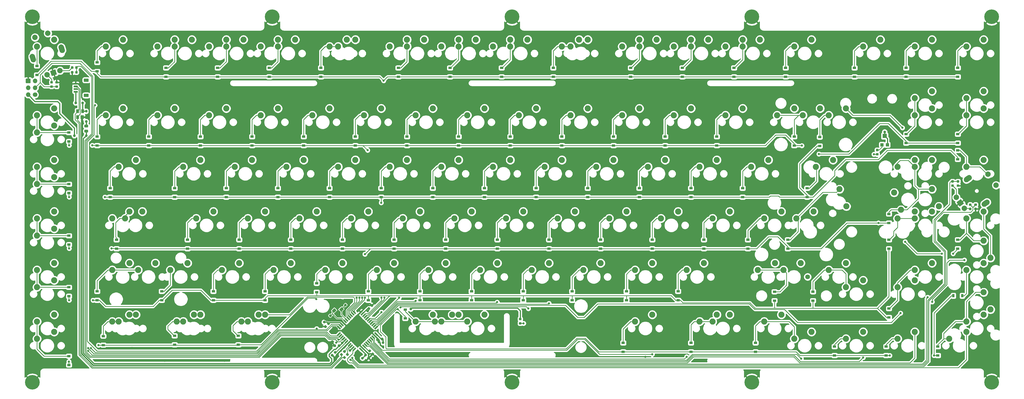
<source format=gbl>
G04 #@! TF.GenerationSoftware,KiCad,Pcbnew,(5.1.4)-1*
G04 #@! TF.CreationDate,2020-03-17T00:39:42-07:00*
G04 #@! TF.ProjectId,mad cat,6d616420-6361-4742-9e6b-696361645f70,rev?*
G04 #@! TF.SameCoordinates,Original*
G04 #@! TF.FileFunction,Copper,L2,Bot*
G04 #@! TF.FilePolarity,Positive*
%FSLAX46Y46*%
G04 Gerber Fmt 4.6, Leading zero omitted, Abs format (unit mm)*
G04 Created by KiCad (PCBNEW (5.1.4)-1) date 2020-03-17 00:39:42*
%MOMM*%
%LPD*%
G04 APERTURE LIST*
%ADD10C,2.250000*%
%ADD11C,2.000000*%
%ADD12C,0.100000*%
%ADD13R,1.200000X0.900000*%
%ADD14R,0.900000X1.200000*%
%ADD15C,0.875000*%
%ADD16C,0.550000*%
%ADD17C,1.200000*%
%ADD18C,0.600000*%
%ADD19C,0.800000*%
%ADD20C,5.400000*%
%ADD21R,1.200000X1.200000*%
%ADD22R,1.600000X1.500000*%
%ADD23C,1.150000*%
%ADD24R,1.000000X1.400000*%
%ADD25R,1.200000X1.400000*%
%ADD26C,0.975000*%
%ADD27C,1.730000*%
%ADD28C,1.700000*%
%ADD29O,1.700000X1.700000*%
%ADD30C,1.000000*%
%ADD31C,0.508000*%
%ADD32C,0.381000*%
%ADD33C,0.254000*%
%ADD34C,0.250000*%
%ADD35C,0.203200*%
G04 APERTURE END LIST*
D10*
X335915000Y-59690000D03*
X338455000Y-66040000D03*
D11*
X344887909Y-62710847D03*
D12*
G36*
X346546132Y-63416294D02*
G01*
X346565645Y-63418409D01*
X346584856Y-63422427D01*
X346603581Y-63428309D01*
X346621640Y-63435997D01*
X346638858Y-63445419D01*
X346655069Y-63456483D01*
X346670118Y-63469082D01*
X346683860Y-63483096D01*
X346696161Y-63498390D01*
X347636618Y-64792817D01*
X347647362Y-64809242D01*
X347656444Y-64826642D01*
X347663776Y-64844848D01*
X347669289Y-64863685D01*
X347672929Y-64882971D01*
X347674661Y-64902522D01*
X347674468Y-64922148D01*
X347672353Y-64941661D01*
X347668335Y-64960872D01*
X347662453Y-64979597D01*
X347654765Y-64997656D01*
X347645343Y-65014874D01*
X347634279Y-65031085D01*
X347621680Y-65046134D01*
X347607666Y-65059876D01*
X347592372Y-65072177D01*
X346297945Y-66012634D01*
X346281520Y-66023378D01*
X346264120Y-66032460D01*
X346245914Y-66039792D01*
X346227077Y-66045305D01*
X346207791Y-66048945D01*
X346188240Y-66050677D01*
X346168614Y-66050484D01*
X346149101Y-66048369D01*
X346129890Y-66044351D01*
X346111165Y-66038469D01*
X346093106Y-66030781D01*
X346075888Y-66021359D01*
X346059677Y-66010295D01*
X346044628Y-65997696D01*
X346030886Y-65983682D01*
X346018585Y-65968388D01*
X345078128Y-64673961D01*
X345067384Y-64657536D01*
X345058302Y-64640136D01*
X345050970Y-64621930D01*
X345045457Y-64603093D01*
X345041817Y-64583807D01*
X345040085Y-64564256D01*
X345040278Y-64544630D01*
X345042393Y-64525117D01*
X345046411Y-64505906D01*
X345052293Y-64487181D01*
X345059981Y-64469122D01*
X345069403Y-64451904D01*
X345080467Y-64435693D01*
X345093066Y-64420644D01*
X345107080Y-64406902D01*
X345122374Y-64394601D01*
X346416801Y-63454144D01*
X346433226Y-63443400D01*
X346450626Y-63434318D01*
X346468832Y-63426986D01*
X346487669Y-63421473D01*
X346506955Y-63417833D01*
X346526506Y-63416101D01*
X346546132Y-63416294D01*
X346546132Y-63416294D01*
G37*
D11*
X346357373Y-64733389D03*
X347826836Y-66755932D03*
D12*
G36*
X349677684Y-54443567D02*
G01*
X349775248Y-54454145D01*
X349871305Y-54474234D01*
X349964931Y-54503642D01*
X350055223Y-54542085D01*
X350141312Y-54589193D01*
X350222369Y-54644513D01*
X350297614Y-54707511D01*
X350366322Y-54777581D01*
X350427830Y-54854048D01*
X350481548Y-54936176D01*
X350513240Y-54994619D01*
X350513241Y-54994621D01*
X350552769Y-55084444D01*
X350583302Y-55177709D01*
X350604547Y-55273517D01*
X350616298Y-55370946D01*
X350618443Y-55469058D01*
X350610962Y-55566908D01*
X350593925Y-55663553D01*
X350567497Y-55758063D01*
X350531933Y-55849527D01*
X350487576Y-55937065D01*
X350434851Y-56019834D01*
X350374268Y-56097037D01*
X350306409Y-56167929D01*
X350206599Y-56250852D01*
X349235778Y-56956194D01*
X349153650Y-57009912D01*
X349066652Y-57055320D01*
X348975623Y-57091983D01*
X348881438Y-57119547D01*
X348785005Y-57137746D01*
X348687252Y-57146406D01*
X348589122Y-57145443D01*
X348491558Y-57134865D01*
X348395501Y-57114776D01*
X348301875Y-57085368D01*
X348211583Y-57046925D01*
X348125494Y-56999817D01*
X348044437Y-56944497D01*
X347969192Y-56881499D01*
X347900484Y-56811429D01*
X347838976Y-56734962D01*
X347785258Y-56652834D01*
X347753566Y-56594391D01*
X347753565Y-56594389D01*
X347714037Y-56504566D01*
X347683504Y-56411301D01*
X347662259Y-56315493D01*
X347650508Y-56218064D01*
X347648363Y-56119952D01*
X347655844Y-56022102D01*
X347672881Y-55925457D01*
X347699309Y-55830947D01*
X347734873Y-55739483D01*
X347779230Y-55651945D01*
X347831955Y-55569176D01*
X347892538Y-55491973D01*
X347960397Y-55421081D01*
X348060207Y-55338158D01*
X349031028Y-54632816D01*
X349113156Y-54579098D01*
X349200154Y-54533690D01*
X349291183Y-54497027D01*
X349385368Y-54469463D01*
X349481801Y-54451264D01*
X349579554Y-54442604D01*
X349677684Y-54443567D01*
X349677684Y-54443567D01*
G37*
D11*
X349133403Y-55794505D03*
D12*
G36*
X356260878Y-63504557D02*
G01*
X356358442Y-63515135D01*
X356454499Y-63535224D01*
X356548125Y-63564632D01*
X356638417Y-63603075D01*
X356724506Y-63650183D01*
X356805563Y-63705503D01*
X356880808Y-63768501D01*
X356949516Y-63838571D01*
X357011024Y-63915038D01*
X357064742Y-63997166D01*
X357096434Y-64055609D01*
X357096435Y-64055611D01*
X357135963Y-64145434D01*
X357166496Y-64238699D01*
X357187741Y-64334507D01*
X357199492Y-64431936D01*
X357201637Y-64530048D01*
X357194156Y-64627898D01*
X357177119Y-64724543D01*
X357150691Y-64819053D01*
X357115127Y-64910517D01*
X357070770Y-64998055D01*
X357018045Y-65080824D01*
X356957462Y-65158027D01*
X356889603Y-65228919D01*
X356789793Y-65311842D01*
X355818972Y-66017184D01*
X355736844Y-66070902D01*
X355649846Y-66116310D01*
X355558817Y-66152973D01*
X355464632Y-66180537D01*
X355368199Y-66198736D01*
X355270446Y-66207396D01*
X355172316Y-66206433D01*
X355074752Y-66195855D01*
X354978695Y-66175766D01*
X354885069Y-66146358D01*
X354794777Y-66107915D01*
X354708688Y-66060807D01*
X354627631Y-66005487D01*
X354552386Y-65942489D01*
X354483678Y-65872419D01*
X354422170Y-65795952D01*
X354368452Y-65713824D01*
X354336760Y-65655381D01*
X354336759Y-65655379D01*
X354297231Y-65565556D01*
X354266698Y-65472291D01*
X354245453Y-65376483D01*
X354233702Y-65279054D01*
X354231557Y-65180942D01*
X354239038Y-65083092D01*
X354256075Y-64986447D01*
X354282503Y-64891937D01*
X354318067Y-64800473D01*
X354362424Y-64712935D01*
X354415149Y-64630166D01*
X354475732Y-64552963D01*
X354543591Y-64482071D01*
X354643401Y-64399148D01*
X355614222Y-63693806D01*
X355696350Y-63640088D01*
X355783348Y-63594680D01*
X355874377Y-63558017D01*
X355968562Y-63530453D01*
X356064995Y-63512254D01*
X356162748Y-63503594D01*
X356260878Y-63504557D01*
X356260878Y-63504557D01*
G37*
D11*
X355716597Y-64855495D03*
X356618656Y-54187961D03*
X359557582Y-58233046D03*
X9739522Y-2095062D03*
X4984240Y-3640147D03*
D12*
G36*
X14763524Y-6228686D02*
G01*
X14860597Y-6243086D01*
X14955792Y-6266931D01*
X15048190Y-6299991D01*
X15136904Y-6341950D01*
X15221077Y-6392401D01*
X15299900Y-6450861D01*
X15372614Y-6516764D01*
X15438517Y-6589478D01*
X15496977Y-6668301D01*
X15547428Y-6752474D01*
X15589387Y-6841188D01*
X15616564Y-6914854D01*
X15987384Y-8056122D01*
X16013093Y-8150830D01*
X16029395Y-8247602D01*
X16036134Y-8345506D01*
X16033244Y-8443598D01*
X16020754Y-8540936D01*
X15998782Y-8636580D01*
X15967542Y-8729610D01*
X15927333Y-8819130D01*
X15878544Y-8904278D01*
X15821644Y-8984233D01*
X15757180Y-9058227D01*
X15685775Y-9125545D01*
X15608115Y-9185541D01*
X15524948Y-9237635D01*
X15437076Y-9281327D01*
X15345344Y-9316196D01*
X15250636Y-9341905D01*
X15153864Y-9358207D01*
X15036327Y-9365139D01*
X15036325Y-9365139D01*
X14938308Y-9360324D01*
X14841235Y-9345924D01*
X14746040Y-9322079D01*
X14653642Y-9289019D01*
X14564928Y-9247060D01*
X14480755Y-9196609D01*
X14401932Y-9138149D01*
X14329218Y-9072246D01*
X14263315Y-8999532D01*
X14204855Y-8920709D01*
X14154404Y-8836536D01*
X14112445Y-8747822D01*
X14085268Y-8674156D01*
X13714448Y-7532888D01*
X13688739Y-7438180D01*
X13672437Y-7341408D01*
X13665698Y-7243504D01*
X13668588Y-7145412D01*
X13681078Y-7048074D01*
X13703050Y-6952430D01*
X13734290Y-6859400D01*
X13774499Y-6769880D01*
X13823288Y-6684732D01*
X13880188Y-6604777D01*
X13944652Y-6530783D01*
X14016057Y-6463465D01*
X14093717Y-6403469D01*
X14176884Y-6351375D01*
X14264756Y-6307683D01*
X14356488Y-6272814D01*
X14451196Y-6247105D01*
X14547968Y-6230803D01*
X14665505Y-6223871D01*
X14665507Y-6223871D01*
X14763524Y-6228686D01*
X14763524Y-6228686D01*
G37*
D11*
X14850916Y-7794505D03*
D12*
G36*
X4111692Y-9689676D02*
G01*
X4208765Y-9704076D01*
X4303960Y-9727921D01*
X4396358Y-9760981D01*
X4485072Y-9802940D01*
X4569245Y-9853391D01*
X4648068Y-9911851D01*
X4720782Y-9977754D01*
X4786685Y-10050468D01*
X4845145Y-10129291D01*
X4895596Y-10213464D01*
X4937555Y-10302178D01*
X4964732Y-10375844D01*
X5335552Y-11517112D01*
X5361261Y-11611820D01*
X5377563Y-11708592D01*
X5384302Y-11806496D01*
X5381412Y-11904588D01*
X5368922Y-12001926D01*
X5346950Y-12097570D01*
X5315710Y-12190600D01*
X5275501Y-12280120D01*
X5226712Y-12365268D01*
X5169812Y-12445223D01*
X5105348Y-12519217D01*
X5033943Y-12586535D01*
X4956283Y-12646531D01*
X4873116Y-12698625D01*
X4785244Y-12742317D01*
X4693512Y-12777186D01*
X4598804Y-12802895D01*
X4502032Y-12819197D01*
X4384495Y-12826129D01*
X4384493Y-12826129D01*
X4286476Y-12821314D01*
X4189403Y-12806914D01*
X4094208Y-12783069D01*
X4001810Y-12750009D01*
X3913096Y-12708050D01*
X3828923Y-12657599D01*
X3750100Y-12599139D01*
X3677386Y-12533236D01*
X3611483Y-12460522D01*
X3553023Y-12381699D01*
X3502572Y-12297526D01*
X3460613Y-12208812D01*
X3433436Y-12135146D01*
X3062616Y-10993878D01*
X3036907Y-10899170D01*
X3020605Y-10802398D01*
X3013866Y-10704494D01*
X3016756Y-10606402D01*
X3029246Y-10509064D01*
X3051218Y-10413420D01*
X3082458Y-10320390D01*
X3122667Y-10230870D01*
X3171456Y-10145722D01*
X3228356Y-10065767D01*
X3292820Y-9991773D01*
X3364225Y-9924455D01*
X3441885Y-9864459D01*
X3525052Y-9812365D01*
X3612924Y-9768673D01*
X3704656Y-9733804D01*
X3799364Y-9708095D01*
X3896136Y-9691793D01*
X4013673Y-9684861D01*
X4013675Y-9684861D01*
X4111692Y-9689676D01*
X4111692Y-9689676D01*
G37*
D11*
X4199084Y-11255495D03*
X14220269Y-15885381D03*
D12*
G36*
X12371951Y-15450482D02*
G01*
X12391418Y-15452980D01*
X12410547Y-15457374D01*
X12429153Y-15463622D01*
X12447057Y-15471664D01*
X12464087Y-15481422D01*
X12480078Y-15492802D01*
X12494877Y-15505694D01*
X12508340Y-15519975D01*
X12520339Y-15535507D01*
X12530758Y-15552141D01*
X12539497Y-15569715D01*
X12546470Y-15588062D01*
X13040897Y-17109753D01*
X13046039Y-17128694D01*
X13049300Y-17148049D01*
X13050647Y-17167629D01*
X13050069Y-17187248D01*
X13047571Y-17206715D01*
X13043177Y-17225844D01*
X13036929Y-17244450D01*
X13028887Y-17262354D01*
X13019129Y-17279384D01*
X13007749Y-17295375D01*
X12994857Y-17310174D01*
X12980576Y-17323637D01*
X12965044Y-17335636D01*
X12948410Y-17346055D01*
X12930836Y-17354794D01*
X12912489Y-17361767D01*
X11390798Y-17856194D01*
X11371857Y-17861336D01*
X11352502Y-17864597D01*
X11332922Y-17865944D01*
X11313303Y-17865366D01*
X11293836Y-17862868D01*
X11274707Y-17858474D01*
X11256101Y-17852226D01*
X11238197Y-17844184D01*
X11221167Y-17834426D01*
X11205176Y-17823046D01*
X11190377Y-17810154D01*
X11176914Y-17795873D01*
X11164915Y-17780341D01*
X11154496Y-17763707D01*
X11145757Y-17746133D01*
X11138784Y-17727786D01*
X10644357Y-16206095D01*
X10639215Y-16187154D01*
X10635954Y-16167799D01*
X10634607Y-16148219D01*
X10635185Y-16128600D01*
X10637683Y-16109133D01*
X10642077Y-16090004D01*
X10648325Y-16071398D01*
X10656367Y-16053494D01*
X10666125Y-16036464D01*
X10677505Y-16020473D01*
X10690397Y-16005674D01*
X10704678Y-15992211D01*
X10720210Y-15980212D01*
X10736844Y-15969793D01*
X10754418Y-15961054D01*
X10772765Y-15954081D01*
X12294456Y-15459654D01*
X12313397Y-15454512D01*
X12332752Y-15451251D01*
X12352332Y-15449904D01*
X12371951Y-15450482D01*
X12371951Y-15450482D01*
G37*
D11*
X11842627Y-16657924D03*
X9464986Y-17430466D03*
D10*
X323215000Y-114935000D03*
X329565000Y-112395000D03*
X131127500Y-89535000D03*
X137477500Y-86995000D03*
D13*
X141600000Y-104150000D03*
X141600000Y-107450000D03*
D10*
X5715000Y-6985000D03*
X12065000Y-4445000D03*
D14*
X347100000Y-99050000D03*
X343800000Y-99050000D03*
D13*
X5700000Y-14150000D03*
X5700000Y-17450000D03*
X27925000Y-12875000D03*
X27925000Y-16175000D03*
X53325000Y-14875000D03*
X53325000Y-18175000D03*
X72375000Y-14875000D03*
X72375000Y-18175000D03*
X91425000Y-14875000D03*
X91425000Y-18175000D03*
X110475000Y-14875000D03*
X110475000Y-18175000D03*
X139050000Y-14875000D03*
X139050000Y-18175000D03*
X158100000Y-14875000D03*
X158100000Y-18175000D03*
X177150000Y-14875000D03*
X177150000Y-18175000D03*
X196200000Y-14875000D03*
X196200000Y-18175000D03*
X224775000Y-14875000D03*
X224775000Y-18175000D03*
X243825000Y-14875000D03*
X243825000Y-18175000D03*
X262875000Y-14875000D03*
X262875000Y-18175000D03*
X281925000Y-14875000D03*
X281925000Y-18175000D03*
X307325000Y-14875000D03*
X307325000Y-18175000D03*
X326375000Y-14875000D03*
X326375000Y-18175000D03*
X345425000Y-14875000D03*
X345425000Y-18175000D03*
X17525000Y-38775000D03*
X17525000Y-42075000D03*
X27925000Y-40275000D03*
X27925000Y-43575000D03*
X46975000Y-40275000D03*
X46975000Y-43575000D03*
X66025000Y-40275000D03*
X66025000Y-43575000D03*
X85075000Y-40275000D03*
X85075000Y-43575000D03*
X104125000Y-40275000D03*
X104125000Y-43575000D03*
X123175000Y-40275000D03*
X123175000Y-43575000D03*
X142225000Y-40275000D03*
X142225000Y-43575000D03*
X161275000Y-40275000D03*
X161275000Y-43575000D03*
X180325000Y-40275000D03*
X180325000Y-43575000D03*
X199375000Y-40275000D03*
X199375000Y-43575000D03*
X218425000Y-40275000D03*
X218425000Y-43575000D03*
X237475000Y-40275000D03*
X237475000Y-43575000D03*
X256525000Y-40275000D03*
X256525000Y-43575000D03*
X285100000Y-40275000D03*
X285100000Y-43575000D03*
X326375000Y-39350000D03*
X326375000Y-42650000D03*
X345425000Y-39350000D03*
X345425000Y-42650000D03*
X17525000Y-57825000D03*
X17525000Y-61125000D03*
X32687500Y-59325000D03*
X32687500Y-62625000D03*
X56500000Y-59325000D03*
X56500000Y-62625000D03*
X75550000Y-59325000D03*
X75550000Y-62625000D03*
X94600000Y-59325000D03*
X94600000Y-62625000D03*
X113650000Y-59325000D03*
X113650000Y-62625000D03*
X132700000Y-59325000D03*
X132700000Y-62625000D03*
X151750000Y-59325000D03*
X151750000Y-62625000D03*
X170800000Y-59325000D03*
X170800000Y-62625000D03*
X189850000Y-59325000D03*
X189850000Y-62625000D03*
X208900000Y-59325000D03*
X208900000Y-62625000D03*
X227950000Y-59325000D03*
X227950000Y-62625000D03*
X247000000Y-59325000D03*
X247000000Y-62625000D03*
X266050000Y-59325000D03*
X266050000Y-62625000D03*
X289862500Y-59325000D03*
X289862500Y-62625000D03*
X294481250Y-40418750D03*
X294481250Y-43718750D03*
X345425000Y-45350000D03*
X345425000Y-48650000D03*
X17525000Y-76875000D03*
X17525000Y-80175000D03*
X35068750Y-78375000D03*
X35068750Y-81675000D03*
X61262500Y-78375000D03*
X61262500Y-81675000D03*
X80312500Y-78375000D03*
X80312500Y-81675000D03*
X99362500Y-78375000D03*
X99362500Y-81675000D03*
X118412500Y-78375000D03*
X118412500Y-81675000D03*
X137462500Y-78375000D03*
X137462500Y-81675000D03*
X156512500Y-78375000D03*
X156512500Y-81675000D03*
X175562500Y-78375000D03*
X175562500Y-81675000D03*
X194612500Y-78375000D03*
X194612500Y-81675000D03*
X213662500Y-78375000D03*
X213662500Y-81675000D03*
X232712500Y-78375000D03*
X232712500Y-81675000D03*
X251762500Y-78375000D03*
X251762500Y-81675000D03*
X268000000Y-78375000D03*
X268000000Y-81675000D03*
X282718750Y-78375000D03*
X282718750Y-81675000D03*
X320025000Y-68850000D03*
X320025000Y-72150000D03*
X345425000Y-78350000D03*
X345425000Y-81650000D03*
X17525000Y-95925000D03*
X17525000Y-99225000D03*
X27925000Y-97425000D03*
X27925000Y-100725000D03*
X51737500Y-97425000D03*
X51737500Y-100725000D03*
X70787500Y-97425000D03*
X70787500Y-100725000D03*
X89837500Y-97425000D03*
X89837500Y-100725000D03*
X108887500Y-94425000D03*
X108887500Y-97725000D03*
X127937500Y-97425000D03*
X127937500Y-100725000D03*
X146987500Y-97425000D03*
X146987500Y-100725000D03*
X166037500Y-97425000D03*
X166037500Y-100725000D03*
X185087500Y-97425000D03*
X185087500Y-100725000D03*
X203137500Y-97425000D03*
X203137500Y-100725000D03*
X223187500Y-97425000D03*
X223187500Y-100725000D03*
X242237500Y-97425000D03*
X242237500Y-100725000D03*
X277812500Y-97568750D03*
X277812500Y-100868750D03*
X292000000Y-97568750D03*
X292000000Y-100868750D03*
X320025000Y-78375000D03*
X320025000Y-81675000D03*
X320025000Y-103775000D03*
X320025000Y-107075000D03*
X17500000Y-121350000D03*
X17500000Y-124650000D03*
X30187500Y-113975000D03*
X30187500Y-117275000D03*
X56500000Y-113850000D03*
X56500000Y-117150000D03*
X80000000Y-113850000D03*
X80000000Y-117150000D03*
X222000000Y-116475000D03*
X222000000Y-119775000D03*
X247000000Y-116475000D03*
X247000000Y-119775000D03*
X270812500Y-116475000D03*
X270812500Y-119775000D03*
X299975000Y-117825000D03*
X299975000Y-121125000D03*
X319025000Y-117825000D03*
X319025000Y-121125000D03*
X338075000Y-117825000D03*
X338075000Y-121125000D03*
D10*
X348615000Y-51435000D03*
X354965000Y-48895000D03*
X5715000Y-32385000D03*
X12065000Y-29845000D03*
D12*
G36*
X112838077Y-107003274D02*
G01*
X112859312Y-107006424D01*
X112880136Y-107011640D01*
X112900348Y-107018872D01*
X112919754Y-107028051D01*
X112938167Y-107039087D01*
X112955410Y-107051875D01*
X112971316Y-107066291D01*
X113333709Y-107428684D01*
X113348125Y-107444590D01*
X113360913Y-107461833D01*
X113371949Y-107480246D01*
X113381128Y-107499652D01*
X113388360Y-107519864D01*
X113393576Y-107540688D01*
X113396726Y-107561923D01*
X113397779Y-107583364D01*
X113396726Y-107604805D01*
X113393576Y-107626040D01*
X113388360Y-107646864D01*
X113381128Y-107667076D01*
X113371949Y-107686482D01*
X113360913Y-107704895D01*
X113348125Y-107722138D01*
X113333709Y-107738044D01*
X113024350Y-108047403D01*
X113008444Y-108061819D01*
X112991201Y-108074607D01*
X112972788Y-108085643D01*
X112953382Y-108094822D01*
X112933170Y-108102054D01*
X112912346Y-108107270D01*
X112891111Y-108110420D01*
X112869670Y-108111473D01*
X112848229Y-108110420D01*
X112826994Y-108107270D01*
X112806170Y-108102054D01*
X112785958Y-108094822D01*
X112766552Y-108085643D01*
X112748139Y-108074607D01*
X112730896Y-108061819D01*
X112714990Y-108047403D01*
X112352597Y-107685010D01*
X112338181Y-107669104D01*
X112325393Y-107651861D01*
X112314357Y-107633448D01*
X112305178Y-107614042D01*
X112297946Y-107593830D01*
X112292730Y-107573006D01*
X112289580Y-107551771D01*
X112288527Y-107530330D01*
X112289580Y-107508889D01*
X112292730Y-107487654D01*
X112297946Y-107466830D01*
X112305178Y-107446618D01*
X112314357Y-107427212D01*
X112325393Y-107408799D01*
X112338181Y-107391556D01*
X112352597Y-107375650D01*
X112661956Y-107066291D01*
X112677862Y-107051875D01*
X112695105Y-107039087D01*
X112713518Y-107028051D01*
X112732924Y-107018872D01*
X112753136Y-107011640D01*
X112773960Y-107006424D01*
X112795195Y-107003274D01*
X112816636Y-107002221D01*
X112838077Y-107003274D01*
X112838077Y-107003274D01*
G37*
D15*
X112843153Y-107556847D03*
D12*
G36*
X113951771Y-105889580D02*
G01*
X113973006Y-105892730D01*
X113993830Y-105897946D01*
X114014042Y-105905178D01*
X114033448Y-105914357D01*
X114051861Y-105925393D01*
X114069104Y-105938181D01*
X114085010Y-105952597D01*
X114447403Y-106314990D01*
X114461819Y-106330896D01*
X114474607Y-106348139D01*
X114485643Y-106366552D01*
X114494822Y-106385958D01*
X114502054Y-106406170D01*
X114507270Y-106426994D01*
X114510420Y-106448229D01*
X114511473Y-106469670D01*
X114510420Y-106491111D01*
X114507270Y-106512346D01*
X114502054Y-106533170D01*
X114494822Y-106553382D01*
X114485643Y-106572788D01*
X114474607Y-106591201D01*
X114461819Y-106608444D01*
X114447403Y-106624350D01*
X114138044Y-106933709D01*
X114122138Y-106948125D01*
X114104895Y-106960913D01*
X114086482Y-106971949D01*
X114067076Y-106981128D01*
X114046864Y-106988360D01*
X114026040Y-106993576D01*
X114004805Y-106996726D01*
X113983364Y-106997779D01*
X113961923Y-106996726D01*
X113940688Y-106993576D01*
X113919864Y-106988360D01*
X113899652Y-106981128D01*
X113880246Y-106971949D01*
X113861833Y-106960913D01*
X113844590Y-106948125D01*
X113828684Y-106933709D01*
X113466291Y-106571316D01*
X113451875Y-106555410D01*
X113439087Y-106538167D01*
X113428051Y-106519754D01*
X113418872Y-106500348D01*
X113411640Y-106480136D01*
X113406424Y-106459312D01*
X113403274Y-106438077D01*
X113402221Y-106416636D01*
X113403274Y-106395195D01*
X113406424Y-106373960D01*
X113411640Y-106353136D01*
X113418872Y-106332924D01*
X113428051Y-106313518D01*
X113439087Y-106295105D01*
X113451875Y-106277862D01*
X113466291Y-106261956D01*
X113775650Y-105952597D01*
X113791556Y-105938181D01*
X113808799Y-105925393D01*
X113827212Y-105914357D01*
X113846618Y-105905178D01*
X113866830Y-105897946D01*
X113887654Y-105892730D01*
X113908889Y-105889580D01*
X113930330Y-105888527D01*
X113951771Y-105889580D01*
X113951771Y-105889580D01*
G37*
D15*
X113956847Y-106443153D03*
D16*
X125202082Y-118858936D03*
D12*
G36*
X124477298Y-118523060D02*
G01*
X124866206Y-118134152D01*
X125926866Y-119194812D01*
X125537958Y-119583720D01*
X124477298Y-118523060D01*
X124477298Y-118523060D01*
G37*
D16*
X125767767Y-118293250D03*
D12*
G36*
X125042983Y-117957374D02*
G01*
X125431891Y-117568466D01*
X126492551Y-118629126D01*
X126103643Y-119018034D01*
X125042983Y-117957374D01*
X125042983Y-117957374D01*
G37*
D16*
X126333452Y-117727565D03*
D12*
G36*
X125608668Y-117391689D02*
G01*
X125997576Y-117002781D01*
X127058236Y-118063441D01*
X126669328Y-118452349D01*
X125608668Y-117391689D01*
X125608668Y-117391689D01*
G37*
D16*
X126899138Y-117161880D03*
D12*
G36*
X126174354Y-116826004D02*
G01*
X126563262Y-116437096D01*
X127623922Y-117497756D01*
X127235014Y-117886664D01*
X126174354Y-116826004D01*
X126174354Y-116826004D01*
G37*
D16*
X127464823Y-116596194D03*
D12*
G36*
X126740039Y-116260318D02*
G01*
X127128947Y-115871410D01*
X128189607Y-116932070D01*
X127800699Y-117320978D01*
X126740039Y-116260318D01*
X126740039Y-116260318D01*
G37*
D16*
X128030509Y-116030509D03*
D12*
G36*
X127305725Y-115694633D02*
G01*
X127694633Y-115305725D01*
X128755293Y-116366385D01*
X128366385Y-116755293D01*
X127305725Y-115694633D01*
X127305725Y-115694633D01*
G37*
D16*
X128596194Y-115464823D03*
D12*
G36*
X127871410Y-115128947D02*
G01*
X128260318Y-114740039D01*
X129320978Y-115800699D01*
X128932070Y-116189607D01*
X127871410Y-115128947D01*
X127871410Y-115128947D01*
G37*
D16*
X129161880Y-114899138D03*
D12*
G36*
X128437096Y-114563262D02*
G01*
X128826004Y-114174354D01*
X129886664Y-115235014D01*
X129497756Y-115623922D01*
X128437096Y-114563262D01*
X128437096Y-114563262D01*
G37*
D16*
X129727565Y-114333452D03*
D12*
G36*
X129002781Y-113997576D02*
G01*
X129391689Y-113608668D01*
X130452349Y-114669328D01*
X130063441Y-115058236D01*
X129002781Y-113997576D01*
X129002781Y-113997576D01*
G37*
D16*
X130293250Y-113767767D03*
D12*
G36*
X129568466Y-113431891D02*
G01*
X129957374Y-113042983D01*
X131018034Y-114103643D01*
X130629126Y-114492551D01*
X129568466Y-113431891D01*
X129568466Y-113431891D01*
G37*
D16*
X130858936Y-113202082D03*
D12*
G36*
X130134152Y-112866206D02*
G01*
X130523060Y-112477298D01*
X131583720Y-113537958D01*
X131194812Y-113926866D01*
X130134152Y-112866206D01*
X130134152Y-112866206D01*
G37*
D16*
X130858936Y-110797918D03*
D12*
G36*
X130523060Y-111522702D02*
G01*
X130134152Y-111133794D01*
X131194812Y-110073134D01*
X131583720Y-110462042D01*
X130523060Y-111522702D01*
X130523060Y-111522702D01*
G37*
D16*
X130293250Y-110232233D03*
D12*
G36*
X129957374Y-110957017D02*
G01*
X129568466Y-110568109D01*
X130629126Y-109507449D01*
X131018034Y-109896357D01*
X129957374Y-110957017D01*
X129957374Y-110957017D01*
G37*
D16*
X129727565Y-109666548D03*
D12*
G36*
X129391689Y-110391332D02*
G01*
X129002781Y-110002424D01*
X130063441Y-108941764D01*
X130452349Y-109330672D01*
X129391689Y-110391332D01*
X129391689Y-110391332D01*
G37*
D16*
X129161880Y-109100862D03*
D12*
G36*
X128826004Y-109825646D02*
G01*
X128437096Y-109436738D01*
X129497756Y-108376078D01*
X129886664Y-108764986D01*
X128826004Y-109825646D01*
X128826004Y-109825646D01*
G37*
D16*
X128596194Y-108535177D03*
D12*
G36*
X128260318Y-109259961D02*
G01*
X127871410Y-108871053D01*
X128932070Y-107810393D01*
X129320978Y-108199301D01*
X128260318Y-109259961D01*
X128260318Y-109259961D01*
G37*
D16*
X128030509Y-107969491D03*
D12*
G36*
X127694633Y-108694275D02*
G01*
X127305725Y-108305367D01*
X128366385Y-107244707D01*
X128755293Y-107633615D01*
X127694633Y-108694275D01*
X127694633Y-108694275D01*
G37*
D16*
X127464823Y-107403806D03*
D12*
G36*
X127128947Y-108128590D02*
G01*
X126740039Y-107739682D01*
X127800699Y-106679022D01*
X128189607Y-107067930D01*
X127128947Y-108128590D01*
X127128947Y-108128590D01*
G37*
D16*
X126899138Y-106838120D03*
D12*
G36*
X126563262Y-107562904D02*
G01*
X126174354Y-107173996D01*
X127235014Y-106113336D01*
X127623922Y-106502244D01*
X126563262Y-107562904D01*
X126563262Y-107562904D01*
G37*
D16*
X126333452Y-106272435D03*
D12*
G36*
X125997576Y-106997219D02*
G01*
X125608668Y-106608311D01*
X126669328Y-105547651D01*
X127058236Y-105936559D01*
X125997576Y-106997219D01*
X125997576Y-106997219D01*
G37*
D16*
X125767767Y-105706750D03*
D12*
G36*
X125431891Y-106431534D02*
G01*
X125042983Y-106042626D01*
X126103643Y-104981966D01*
X126492551Y-105370874D01*
X125431891Y-106431534D01*
X125431891Y-106431534D01*
G37*
D16*
X125202082Y-105141064D03*
D12*
G36*
X124866206Y-105865848D02*
G01*
X124477298Y-105476940D01*
X125537958Y-104416280D01*
X125926866Y-104805188D01*
X124866206Y-105865848D01*
X124866206Y-105865848D01*
G37*
D16*
X122797918Y-105141064D03*
D12*
G36*
X122073134Y-104805188D02*
G01*
X122462042Y-104416280D01*
X123522702Y-105476940D01*
X123133794Y-105865848D01*
X122073134Y-104805188D01*
X122073134Y-104805188D01*
G37*
D16*
X122232233Y-105706750D03*
D12*
G36*
X121507449Y-105370874D02*
G01*
X121896357Y-104981966D01*
X122957017Y-106042626D01*
X122568109Y-106431534D01*
X121507449Y-105370874D01*
X121507449Y-105370874D01*
G37*
D16*
X121666548Y-106272435D03*
D12*
G36*
X120941764Y-105936559D02*
G01*
X121330672Y-105547651D01*
X122391332Y-106608311D01*
X122002424Y-106997219D01*
X120941764Y-105936559D01*
X120941764Y-105936559D01*
G37*
D16*
X121100862Y-106838120D03*
D12*
G36*
X120376078Y-106502244D02*
G01*
X120764986Y-106113336D01*
X121825646Y-107173996D01*
X121436738Y-107562904D01*
X120376078Y-106502244D01*
X120376078Y-106502244D01*
G37*
D16*
X120535177Y-107403806D03*
D12*
G36*
X119810393Y-107067930D02*
G01*
X120199301Y-106679022D01*
X121259961Y-107739682D01*
X120871053Y-108128590D01*
X119810393Y-107067930D01*
X119810393Y-107067930D01*
G37*
D16*
X119969491Y-107969491D03*
D12*
G36*
X119244707Y-107633615D02*
G01*
X119633615Y-107244707D01*
X120694275Y-108305367D01*
X120305367Y-108694275D01*
X119244707Y-107633615D01*
X119244707Y-107633615D01*
G37*
D16*
X119403806Y-108535177D03*
D12*
G36*
X118679022Y-108199301D02*
G01*
X119067930Y-107810393D01*
X120128590Y-108871053D01*
X119739682Y-109259961D01*
X118679022Y-108199301D01*
X118679022Y-108199301D01*
G37*
D16*
X118838120Y-109100862D03*
D12*
G36*
X118113336Y-108764986D02*
G01*
X118502244Y-108376078D01*
X119562904Y-109436738D01*
X119173996Y-109825646D01*
X118113336Y-108764986D01*
X118113336Y-108764986D01*
G37*
D16*
X118272435Y-109666548D03*
D12*
G36*
X117547651Y-109330672D02*
G01*
X117936559Y-108941764D01*
X118997219Y-110002424D01*
X118608311Y-110391332D01*
X117547651Y-109330672D01*
X117547651Y-109330672D01*
G37*
D16*
X117706750Y-110232233D03*
D12*
G36*
X116981966Y-109896357D02*
G01*
X117370874Y-109507449D01*
X118431534Y-110568109D01*
X118042626Y-110957017D01*
X116981966Y-109896357D01*
X116981966Y-109896357D01*
G37*
D16*
X117141064Y-110797918D03*
D12*
G36*
X116416280Y-110462042D02*
G01*
X116805188Y-110073134D01*
X117865848Y-111133794D01*
X117476940Y-111522702D01*
X116416280Y-110462042D01*
X116416280Y-110462042D01*
G37*
D16*
X117141064Y-113202082D03*
D12*
G36*
X116805188Y-113926866D02*
G01*
X116416280Y-113537958D01*
X117476940Y-112477298D01*
X117865848Y-112866206D01*
X116805188Y-113926866D01*
X116805188Y-113926866D01*
G37*
D16*
X117706750Y-113767767D03*
D12*
G36*
X117370874Y-114492551D02*
G01*
X116981966Y-114103643D01*
X118042626Y-113042983D01*
X118431534Y-113431891D01*
X117370874Y-114492551D01*
X117370874Y-114492551D01*
G37*
D16*
X118272435Y-114333452D03*
D12*
G36*
X117936559Y-115058236D02*
G01*
X117547651Y-114669328D01*
X118608311Y-113608668D01*
X118997219Y-113997576D01*
X117936559Y-115058236D01*
X117936559Y-115058236D01*
G37*
D16*
X118838120Y-114899138D03*
D12*
G36*
X118502244Y-115623922D02*
G01*
X118113336Y-115235014D01*
X119173996Y-114174354D01*
X119562904Y-114563262D01*
X118502244Y-115623922D01*
X118502244Y-115623922D01*
G37*
D16*
X119403806Y-115464823D03*
D12*
G36*
X119067930Y-116189607D02*
G01*
X118679022Y-115800699D01*
X119739682Y-114740039D01*
X120128590Y-115128947D01*
X119067930Y-116189607D01*
X119067930Y-116189607D01*
G37*
D16*
X119969491Y-116030509D03*
D12*
G36*
X119633615Y-116755293D02*
G01*
X119244707Y-116366385D01*
X120305367Y-115305725D01*
X120694275Y-115694633D01*
X119633615Y-116755293D01*
X119633615Y-116755293D01*
G37*
D16*
X120535177Y-116596194D03*
D12*
G36*
X120199301Y-117320978D02*
G01*
X119810393Y-116932070D01*
X120871053Y-115871410D01*
X121259961Y-116260318D01*
X120199301Y-117320978D01*
X120199301Y-117320978D01*
G37*
D16*
X121100862Y-117161880D03*
D12*
G36*
X120764986Y-117886664D02*
G01*
X120376078Y-117497756D01*
X121436738Y-116437096D01*
X121825646Y-116826004D01*
X120764986Y-117886664D01*
X120764986Y-117886664D01*
G37*
D16*
X121666548Y-117727565D03*
D12*
G36*
X121330672Y-118452349D02*
G01*
X120941764Y-118063441D01*
X122002424Y-117002781D01*
X122391332Y-117391689D01*
X121330672Y-118452349D01*
X121330672Y-118452349D01*
G37*
D16*
X122232233Y-118293250D03*
D12*
G36*
X121896357Y-119018034D02*
G01*
X121507449Y-118629126D01*
X122568109Y-117568466D01*
X122957017Y-117957374D01*
X121896357Y-119018034D01*
X121896357Y-119018034D01*
G37*
D16*
X122797918Y-118858936D03*
D12*
G36*
X122462042Y-119583720D02*
G01*
X122073134Y-119194812D01*
X123133794Y-118134152D01*
X123522702Y-118523060D01*
X122462042Y-119583720D01*
X122462042Y-119583720D01*
G37*
G36*
X24549505Y-24426204D02*
G01*
X24573773Y-24429804D01*
X24597572Y-24435765D01*
X24620671Y-24444030D01*
X24642850Y-24454520D01*
X24663893Y-24467132D01*
X24683599Y-24481747D01*
X24701777Y-24498223D01*
X24718253Y-24516401D01*
X24732868Y-24536107D01*
X24745480Y-24557150D01*
X24755970Y-24579329D01*
X24764235Y-24602428D01*
X24770196Y-24626227D01*
X24773796Y-24650495D01*
X24775000Y-24674999D01*
X24775000Y-25375001D01*
X24773796Y-25399505D01*
X24770196Y-25423773D01*
X24764235Y-25447572D01*
X24755970Y-25470671D01*
X24745480Y-25492850D01*
X24732868Y-25513893D01*
X24718253Y-25533599D01*
X24701777Y-25551777D01*
X24683599Y-25568253D01*
X24663893Y-25582868D01*
X24642850Y-25595480D01*
X24620671Y-25605970D01*
X24597572Y-25614235D01*
X24573773Y-25620196D01*
X24549505Y-25623796D01*
X24525001Y-25625000D01*
X23224999Y-25625000D01*
X23200495Y-25623796D01*
X23176227Y-25620196D01*
X23152428Y-25614235D01*
X23129329Y-25605970D01*
X23107150Y-25595480D01*
X23086107Y-25582868D01*
X23066401Y-25568253D01*
X23048223Y-25551777D01*
X23031747Y-25533599D01*
X23017132Y-25513893D01*
X23004520Y-25492850D01*
X22994030Y-25470671D01*
X22985765Y-25447572D01*
X22979804Y-25423773D01*
X22976204Y-25399505D01*
X22975000Y-25375001D01*
X22975000Y-24674999D01*
X22976204Y-24650495D01*
X22979804Y-24626227D01*
X22985765Y-24602428D01*
X22994030Y-24579329D01*
X23004520Y-24557150D01*
X23017132Y-24536107D01*
X23031747Y-24516401D01*
X23048223Y-24498223D01*
X23066401Y-24481747D01*
X23086107Y-24467132D01*
X23107150Y-24454520D01*
X23129329Y-24444030D01*
X23152428Y-24435765D01*
X23176227Y-24429804D01*
X23200495Y-24426204D01*
X23224999Y-24425000D01*
X24525001Y-24425000D01*
X24549505Y-24426204D01*
X24549505Y-24426204D01*
G37*
D17*
X23875000Y-25025000D03*
D12*
G36*
X24549505Y-18826204D02*
G01*
X24573773Y-18829804D01*
X24597572Y-18835765D01*
X24620671Y-18844030D01*
X24642850Y-18854520D01*
X24663893Y-18867132D01*
X24683599Y-18881747D01*
X24701777Y-18898223D01*
X24718253Y-18916401D01*
X24732868Y-18936107D01*
X24745480Y-18957150D01*
X24755970Y-18979329D01*
X24764235Y-19002428D01*
X24770196Y-19026227D01*
X24773796Y-19050495D01*
X24775000Y-19074999D01*
X24775000Y-19775001D01*
X24773796Y-19799505D01*
X24770196Y-19823773D01*
X24764235Y-19847572D01*
X24755970Y-19870671D01*
X24745480Y-19892850D01*
X24732868Y-19913893D01*
X24718253Y-19933599D01*
X24701777Y-19951777D01*
X24683599Y-19968253D01*
X24663893Y-19982868D01*
X24642850Y-19995480D01*
X24620671Y-20005970D01*
X24597572Y-20014235D01*
X24573773Y-20020196D01*
X24549505Y-20023796D01*
X24525001Y-20025000D01*
X23224999Y-20025000D01*
X23200495Y-20023796D01*
X23176227Y-20020196D01*
X23152428Y-20014235D01*
X23129329Y-20005970D01*
X23107150Y-19995480D01*
X23086107Y-19982868D01*
X23066401Y-19968253D01*
X23048223Y-19951777D01*
X23031747Y-19933599D01*
X23017132Y-19913893D01*
X23004520Y-19892850D01*
X22994030Y-19870671D01*
X22985765Y-19847572D01*
X22979804Y-19823773D01*
X22976204Y-19799505D01*
X22975000Y-19775001D01*
X22975000Y-19074999D01*
X22976204Y-19050495D01*
X22979804Y-19026227D01*
X22985765Y-19002428D01*
X22994030Y-18979329D01*
X23004520Y-18957150D01*
X23017132Y-18936107D01*
X23031747Y-18916401D01*
X23048223Y-18898223D01*
X23066401Y-18881747D01*
X23086107Y-18867132D01*
X23107150Y-18854520D01*
X23129329Y-18844030D01*
X23152428Y-18835765D01*
X23176227Y-18829804D01*
X23200495Y-18826204D01*
X23224999Y-18825000D01*
X24525001Y-18825000D01*
X24549505Y-18826204D01*
X24549505Y-18826204D01*
G37*
D17*
X23875000Y-19425000D03*
D12*
G36*
X20639703Y-23425722D02*
G01*
X20654264Y-23427882D01*
X20668543Y-23431459D01*
X20682403Y-23436418D01*
X20695710Y-23442712D01*
X20708336Y-23450280D01*
X20720159Y-23459048D01*
X20731066Y-23468934D01*
X20740952Y-23479841D01*
X20749720Y-23491664D01*
X20757288Y-23504290D01*
X20763582Y-23517597D01*
X20768541Y-23531457D01*
X20772118Y-23545736D01*
X20774278Y-23560297D01*
X20775000Y-23575000D01*
X20775000Y-23875000D01*
X20774278Y-23889703D01*
X20772118Y-23904264D01*
X20768541Y-23918543D01*
X20763582Y-23932403D01*
X20757288Y-23945710D01*
X20749720Y-23958336D01*
X20740952Y-23970159D01*
X20731066Y-23981066D01*
X20720159Y-23990952D01*
X20708336Y-23999720D01*
X20695710Y-24007288D01*
X20682403Y-24013582D01*
X20668543Y-24018541D01*
X20654264Y-24022118D01*
X20639703Y-24024278D01*
X20625000Y-24025000D01*
X19375000Y-24025000D01*
X19360297Y-24024278D01*
X19345736Y-24022118D01*
X19331457Y-24018541D01*
X19317597Y-24013582D01*
X19304290Y-24007288D01*
X19291664Y-23999720D01*
X19279841Y-23990952D01*
X19268934Y-23981066D01*
X19259048Y-23970159D01*
X19250280Y-23958336D01*
X19242712Y-23945710D01*
X19236418Y-23932403D01*
X19231459Y-23918543D01*
X19227882Y-23904264D01*
X19225722Y-23889703D01*
X19225000Y-23875000D01*
X19225000Y-23575000D01*
X19225722Y-23560297D01*
X19227882Y-23545736D01*
X19231459Y-23531457D01*
X19236418Y-23517597D01*
X19242712Y-23504290D01*
X19250280Y-23491664D01*
X19259048Y-23479841D01*
X19268934Y-23468934D01*
X19279841Y-23459048D01*
X19291664Y-23450280D01*
X19304290Y-23442712D01*
X19317597Y-23436418D01*
X19331457Y-23431459D01*
X19345736Y-23427882D01*
X19360297Y-23425722D01*
X19375000Y-23425000D01*
X20625000Y-23425000D01*
X20639703Y-23425722D01*
X20639703Y-23425722D01*
G37*
D18*
X20000000Y-23725000D03*
D12*
G36*
X20639703Y-22425722D02*
G01*
X20654264Y-22427882D01*
X20668543Y-22431459D01*
X20682403Y-22436418D01*
X20695710Y-22442712D01*
X20708336Y-22450280D01*
X20720159Y-22459048D01*
X20731066Y-22468934D01*
X20740952Y-22479841D01*
X20749720Y-22491664D01*
X20757288Y-22504290D01*
X20763582Y-22517597D01*
X20768541Y-22531457D01*
X20772118Y-22545736D01*
X20774278Y-22560297D01*
X20775000Y-22575000D01*
X20775000Y-22875000D01*
X20774278Y-22889703D01*
X20772118Y-22904264D01*
X20768541Y-22918543D01*
X20763582Y-22932403D01*
X20757288Y-22945710D01*
X20749720Y-22958336D01*
X20740952Y-22970159D01*
X20731066Y-22981066D01*
X20720159Y-22990952D01*
X20708336Y-22999720D01*
X20695710Y-23007288D01*
X20682403Y-23013582D01*
X20668543Y-23018541D01*
X20654264Y-23022118D01*
X20639703Y-23024278D01*
X20625000Y-23025000D01*
X19375000Y-23025000D01*
X19360297Y-23024278D01*
X19345736Y-23022118D01*
X19331457Y-23018541D01*
X19317597Y-23013582D01*
X19304290Y-23007288D01*
X19291664Y-22999720D01*
X19279841Y-22990952D01*
X19268934Y-22981066D01*
X19259048Y-22970159D01*
X19250280Y-22958336D01*
X19242712Y-22945710D01*
X19236418Y-22932403D01*
X19231459Y-22918543D01*
X19227882Y-22904264D01*
X19225722Y-22889703D01*
X19225000Y-22875000D01*
X19225000Y-22575000D01*
X19225722Y-22560297D01*
X19227882Y-22545736D01*
X19231459Y-22531457D01*
X19236418Y-22517597D01*
X19242712Y-22504290D01*
X19250280Y-22491664D01*
X19259048Y-22479841D01*
X19268934Y-22468934D01*
X19279841Y-22459048D01*
X19291664Y-22450280D01*
X19304290Y-22442712D01*
X19317597Y-22436418D01*
X19331457Y-22431459D01*
X19345736Y-22427882D01*
X19360297Y-22425722D01*
X19375000Y-22425000D01*
X20625000Y-22425000D01*
X20639703Y-22425722D01*
X20639703Y-22425722D01*
G37*
D18*
X20000000Y-22725000D03*
D12*
G36*
X20639703Y-21425722D02*
G01*
X20654264Y-21427882D01*
X20668543Y-21431459D01*
X20682403Y-21436418D01*
X20695710Y-21442712D01*
X20708336Y-21450280D01*
X20720159Y-21459048D01*
X20731066Y-21468934D01*
X20740952Y-21479841D01*
X20749720Y-21491664D01*
X20757288Y-21504290D01*
X20763582Y-21517597D01*
X20768541Y-21531457D01*
X20772118Y-21545736D01*
X20774278Y-21560297D01*
X20775000Y-21575000D01*
X20775000Y-21875000D01*
X20774278Y-21889703D01*
X20772118Y-21904264D01*
X20768541Y-21918543D01*
X20763582Y-21932403D01*
X20757288Y-21945710D01*
X20749720Y-21958336D01*
X20740952Y-21970159D01*
X20731066Y-21981066D01*
X20720159Y-21990952D01*
X20708336Y-21999720D01*
X20695710Y-22007288D01*
X20682403Y-22013582D01*
X20668543Y-22018541D01*
X20654264Y-22022118D01*
X20639703Y-22024278D01*
X20625000Y-22025000D01*
X19375000Y-22025000D01*
X19360297Y-22024278D01*
X19345736Y-22022118D01*
X19331457Y-22018541D01*
X19317597Y-22013582D01*
X19304290Y-22007288D01*
X19291664Y-21999720D01*
X19279841Y-21990952D01*
X19268934Y-21981066D01*
X19259048Y-21970159D01*
X19250280Y-21958336D01*
X19242712Y-21945710D01*
X19236418Y-21932403D01*
X19231459Y-21918543D01*
X19227882Y-21904264D01*
X19225722Y-21889703D01*
X19225000Y-21875000D01*
X19225000Y-21575000D01*
X19225722Y-21560297D01*
X19227882Y-21545736D01*
X19231459Y-21531457D01*
X19236418Y-21517597D01*
X19242712Y-21504290D01*
X19250280Y-21491664D01*
X19259048Y-21479841D01*
X19268934Y-21468934D01*
X19279841Y-21459048D01*
X19291664Y-21450280D01*
X19304290Y-21442712D01*
X19317597Y-21436418D01*
X19331457Y-21431459D01*
X19345736Y-21427882D01*
X19360297Y-21425722D01*
X19375000Y-21425000D01*
X20625000Y-21425000D01*
X20639703Y-21425722D01*
X20639703Y-21425722D01*
G37*
D18*
X20000000Y-21725000D03*
D12*
G36*
X20639703Y-20425722D02*
G01*
X20654264Y-20427882D01*
X20668543Y-20431459D01*
X20682403Y-20436418D01*
X20695710Y-20442712D01*
X20708336Y-20450280D01*
X20720159Y-20459048D01*
X20731066Y-20468934D01*
X20740952Y-20479841D01*
X20749720Y-20491664D01*
X20757288Y-20504290D01*
X20763582Y-20517597D01*
X20768541Y-20531457D01*
X20772118Y-20545736D01*
X20774278Y-20560297D01*
X20775000Y-20575000D01*
X20775000Y-20875000D01*
X20774278Y-20889703D01*
X20772118Y-20904264D01*
X20768541Y-20918543D01*
X20763582Y-20932403D01*
X20757288Y-20945710D01*
X20749720Y-20958336D01*
X20740952Y-20970159D01*
X20731066Y-20981066D01*
X20720159Y-20990952D01*
X20708336Y-20999720D01*
X20695710Y-21007288D01*
X20682403Y-21013582D01*
X20668543Y-21018541D01*
X20654264Y-21022118D01*
X20639703Y-21024278D01*
X20625000Y-21025000D01*
X19375000Y-21025000D01*
X19360297Y-21024278D01*
X19345736Y-21022118D01*
X19331457Y-21018541D01*
X19317597Y-21013582D01*
X19304290Y-21007288D01*
X19291664Y-20999720D01*
X19279841Y-20990952D01*
X19268934Y-20981066D01*
X19259048Y-20970159D01*
X19250280Y-20958336D01*
X19242712Y-20945710D01*
X19236418Y-20932403D01*
X19231459Y-20918543D01*
X19227882Y-20904264D01*
X19225722Y-20889703D01*
X19225000Y-20875000D01*
X19225000Y-20575000D01*
X19225722Y-20560297D01*
X19227882Y-20545736D01*
X19231459Y-20531457D01*
X19236418Y-20517597D01*
X19242712Y-20504290D01*
X19250280Y-20491664D01*
X19259048Y-20479841D01*
X19268934Y-20468934D01*
X19279841Y-20459048D01*
X19291664Y-20450280D01*
X19304290Y-20442712D01*
X19317597Y-20436418D01*
X19331457Y-20431459D01*
X19345736Y-20427882D01*
X19360297Y-20425722D01*
X19375000Y-20425000D01*
X20625000Y-20425000D01*
X20639703Y-20425722D01*
X20639703Y-20425722D01*
G37*
D18*
X20000000Y-20725000D03*
D12*
G36*
X112138077Y-109903274D02*
G01*
X112159312Y-109906424D01*
X112180136Y-109911640D01*
X112200348Y-109918872D01*
X112219754Y-109928051D01*
X112238167Y-109939087D01*
X112255410Y-109951875D01*
X112271316Y-109966291D01*
X112633709Y-110328684D01*
X112648125Y-110344590D01*
X112660913Y-110361833D01*
X112671949Y-110380246D01*
X112681128Y-110399652D01*
X112688360Y-110419864D01*
X112693576Y-110440688D01*
X112696726Y-110461923D01*
X112697779Y-110483364D01*
X112696726Y-110504805D01*
X112693576Y-110526040D01*
X112688360Y-110546864D01*
X112681128Y-110567076D01*
X112671949Y-110586482D01*
X112660913Y-110604895D01*
X112648125Y-110622138D01*
X112633709Y-110638044D01*
X112324350Y-110947403D01*
X112308444Y-110961819D01*
X112291201Y-110974607D01*
X112272788Y-110985643D01*
X112253382Y-110994822D01*
X112233170Y-111002054D01*
X112212346Y-111007270D01*
X112191111Y-111010420D01*
X112169670Y-111011473D01*
X112148229Y-111010420D01*
X112126994Y-111007270D01*
X112106170Y-111002054D01*
X112085958Y-110994822D01*
X112066552Y-110985643D01*
X112048139Y-110974607D01*
X112030896Y-110961819D01*
X112014990Y-110947403D01*
X111652597Y-110585010D01*
X111638181Y-110569104D01*
X111625393Y-110551861D01*
X111614357Y-110533448D01*
X111605178Y-110514042D01*
X111597946Y-110493830D01*
X111592730Y-110473006D01*
X111589580Y-110451771D01*
X111588527Y-110430330D01*
X111589580Y-110408889D01*
X111592730Y-110387654D01*
X111597946Y-110366830D01*
X111605178Y-110346618D01*
X111614357Y-110327212D01*
X111625393Y-110308799D01*
X111638181Y-110291556D01*
X111652597Y-110275650D01*
X111961956Y-109966291D01*
X111977862Y-109951875D01*
X111995105Y-109939087D01*
X112013518Y-109928051D01*
X112032924Y-109918872D01*
X112053136Y-109911640D01*
X112073960Y-109906424D01*
X112095195Y-109903274D01*
X112116636Y-109902221D01*
X112138077Y-109903274D01*
X112138077Y-109903274D01*
G37*
D15*
X112143153Y-110456847D03*
D12*
G36*
X113251771Y-108789580D02*
G01*
X113273006Y-108792730D01*
X113293830Y-108797946D01*
X113314042Y-108805178D01*
X113333448Y-108814357D01*
X113351861Y-108825393D01*
X113369104Y-108838181D01*
X113385010Y-108852597D01*
X113747403Y-109214990D01*
X113761819Y-109230896D01*
X113774607Y-109248139D01*
X113785643Y-109266552D01*
X113794822Y-109285958D01*
X113802054Y-109306170D01*
X113807270Y-109326994D01*
X113810420Y-109348229D01*
X113811473Y-109369670D01*
X113810420Y-109391111D01*
X113807270Y-109412346D01*
X113802054Y-109433170D01*
X113794822Y-109453382D01*
X113785643Y-109472788D01*
X113774607Y-109491201D01*
X113761819Y-109508444D01*
X113747403Y-109524350D01*
X113438044Y-109833709D01*
X113422138Y-109848125D01*
X113404895Y-109860913D01*
X113386482Y-109871949D01*
X113367076Y-109881128D01*
X113346864Y-109888360D01*
X113326040Y-109893576D01*
X113304805Y-109896726D01*
X113283364Y-109897779D01*
X113261923Y-109896726D01*
X113240688Y-109893576D01*
X113219864Y-109888360D01*
X113199652Y-109881128D01*
X113180246Y-109871949D01*
X113161833Y-109860913D01*
X113144590Y-109848125D01*
X113128684Y-109833709D01*
X112766291Y-109471316D01*
X112751875Y-109455410D01*
X112739087Y-109438167D01*
X112728051Y-109419754D01*
X112718872Y-109400348D01*
X112711640Y-109380136D01*
X112706424Y-109359312D01*
X112703274Y-109338077D01*
X112702221Y-109316636D01*
X112703274Y-109295195D01*
X112706424Y-109273960D01*
X112711640Y-109253136D01*
X112718872Y-109232924D01*
X112728051Y-109213518D01*
X112739087Y-109195105D01*
X112751875Y-109177862D01*
X112766291Y-109161956D01*
X113075650Y-108852597D01*
X113091556Y-108838181D01*
X113108799Y-108825393D01*
X113127212Y-108814357D01*
X113146618Y-108805178D01*
X113166830Y-108797946D01*
X113187654Y-108792730D01*
X113208889Y-108789580D01*
X113230330Y-108788527D01*
X113251771Y-108789580D01*
X113251771Y-108789580D01*
G37*
D15*
X113256847Y-109343153D03*
D12*
G36*
X129251771Y-102089580D02*
G01*
X129273006Y-102092730D01*
X129293830Y-102097946D01*
X129314042Y-102105178D01*
X129333448Y-102114357D01*
X129351861Y-102125393D01*
X129369104Y-102138181D01*
X129385010Y-102152597D01*
X129747403Y-102514990D01*
X129761819Y-102530896D01*
X129774607Y-102548139D01*
X129785643Y-102566552D01*
X129794822Y-102585958D01*
X129802054Y-102606170D01*
X129807270Y-102626994D01*
X129810420Y-102648229D01*
X129811473Y-102669670D01*
X129810420Y-102691111D01*
X129807270Y-102712346D01*
X129802054Y-102733170D01*
X129794822Y-102753382D01*
X129785643Y-102772788D01*
X129774607Y-102791201D01*
X129761819Y-102808444D01*
X129747403Y-102824350D01*
X129438044Y-103133709D01*
X129422138Y-103148125D01*
X129404895Y-103160913D01*
X129386482Y-103171949D01*
X129367076Y-103181128D01*
X129346864Y-103188360D01*
X129326040Y-103193576D01*
X129304805Y-103196726D01*
X129283364Y-103197779D01*
X129261923Y-103196726D01*
X129240688Y-103193576D01*
X129219864Y-103188360D01*
X129199652Y-103181128D01*
X129180246Y-103171949D01*
X129161833Y-103160913D01*
X129144590Y-103148125D01*
X129128684Y-103133709D01*
X128766291Y-102771316D01*
X128751875Y-102755410D01*
X128739087Y-102738167D01*
X128728051Y-102719754D01*
X128718872Y-102700348D01*
X128711640Y-102680136D01*
X128706424Y-102659312D01*
X128703274Y-102638077D01*
X128702221Y-102616636D01*
X128703274Y-102595195D01*
X128706424Y-102573960D01*
X128711640Y-102553136D01*
X128718872Y-102532924D01*
X128728051Y-102513518D01*
X128739087Y-102495105D01*
X128751875Y-102477862D01*
X128766291Y-102461956D01*
X129075650Y-102152597D01*
X129091556Y-102138181D01*
X129108799Y-102125393D01*
X129127212Y-102114357D01*
X129146618Y-102105178D01*
X129166830Y-102097946D01*
X129187654Y-102092730D01*
X129208889Y-102089580D01*
X129230330Y-102088527D01*
X129251771Y-102089580D01*
X129251771Y-102089580D01*
G37*
D15*
X129256847Y-102643153D03*
D12*
G36*
X128138077Y-103203274D02*
G01*
X128159312Y-103206424D01*
X128180136Y-103211640D01*
X128200348Y-103218872D01*
X128219754Y-103228051D01*
X128238167Y-103239087D01*
X128255410Y-103251875D01*
X128271316Y-103266291D01*
X128633709Y-103628684D01*
X128648125Y-103644590D01*
X128660913Y-103661833D01*
X128671949Y-103680246D01*
X128681128Y-103699652D01*
X128688360Y-103719864D01*
X128693576Y-103740688D01*
X128696726Y-103761923D01*
X128697779Y-103783364D01*
X128696726Y-103804805D01*
X128693576Y-103826040D01*
X128688360Y-103846864D01*
X128681128Y-103867076D01*
X128671949Y-103886482D01*
X128660913Y-103904895D01*
X128648125Y-103922138D01*
X128633709Y-103938044D01*
X128324350Y-104247403D01*
X128308444Y-104261819D01*
X128291201Y-104274607D01*
X128272788Y-104285643D01*
X128253382Y-104294822D01*
X128233170Y-104302054D01*
X128212346Y-104307270D01*
X128191111Y-104310420D01*
X128169670Y-104311473D01*
X128148229Y-104310420D01*
X128126994Y-104307270D01*
X128106170Y-104302054D01*
X128085958Y-104294822D01*
X128066552Y-104285643D01*
X128048139Y-104274607D01*
X128030896Y-104261819D01*
X128014990Y-104247403D01*
X127652597Y-103885010D01*
X127638181Y-103869104D01*
X127625393Y-103851861D01*
X127614357Y-103833448D01*
X127605178Y-103814042D01*
X127597946Y-103793830D01*
X127592730Y-103773006D01*
X127589580Y-103751771D01*
X127588527Y-103730330D01*
X127589580Y-103708889D01*
X127592730Y-103687654D01*
X127597946Y-103666830D01*
X127605178Y-103646618D01*
X127614357Y-103627212D01*
X127625393Y-103608799D01*
X127638181Y-103591556D01*
X127652597Y-103575650D01*
X127961956Y-103266291D01*
X127977862Y-103251875D01*
X127995105Y-103239087D01*
X128013518Y-103228051D01*
X128032924Y-103218872D01*
X128053136Y-103211640D01*
X128073960Y-103206424D01*
X128095195Y-103203274D01*
X128116636Y-103202221D01*
X128138077Y-103203274D01*
X128138077Y-103203274D01*
G37*
D15*
X128143153Y-103756847D03*
D12*
G36*
X131938077Y-115603274D02*
G01*
X131959312Y-115606424D01*
X131980136Y-115611640D01*
X132000348Y-115618872D01*
X132019754Y-115628051D01*
X132038167Y-115639087D01*
X132055410Y-115651875D01*
X132071316Y-115666291D01*
X132433709Y-116028684D01*
X132448125Y-116044590D01*
X132460913Y-116061833D01*
X132471949Y-116080246D01*
X132481128Y-116099652D01*
X132488360Y-116119864D01*
X132493576Y-116140688D01*
X132496726Y-116161923D01*
X132497779Y-116183364D01*
X132496726Y-116204805D01*
X132493576Y-116226040D01*
X132488360Y-116246864D01*
X132481128Y-116267076D01*
X132471949Y-116286482D01*
X132460913Y-116304895D01*
X132448125Y-116322138D01*
X132433709Y-116338044D01*
X132124350Y-116647403D01*
X132108444Y-116661819D01*
X132091201Y-116674607D01*
X132072788Y-116685643D01*
X132053382Y-116694822D01*
X132033170Y-116702054D01*
X132012346Y-116707270D01*
X131991111Y-116710420D01*
X131969670Y-116711473D01*
X131948229Y-116710420D01*
X131926994Y-116707270D01*
X131906170Y-116702054D01*
X131885958Y-116694822D01*
X131866552Y-116685643D01*
X131848139Y-116674607D01*
X131830896Y-116661819D01*
X131814990Y-116647403D01*
X131452597Y-116285010D01*
X131438181Y-116269104D01*
X131425393Y-116251861D01*
X131414357Y-116233448D01*
X131405178Y-116214042D01*
X131397946Y-116193830D01*
X131392730Y-116173006D01*
X131389580Y-116151771D01*
X131388527Y-116130330D01*
X131389580Y-116108889D01*
X131392730Y-116087654D01*
X131397946Y-116066830D01*
X131405178Y-116046618D01*
X131414357Y-116027212D01*
X131425393Y-116008799D01*
X131438181Y-115991556D01*
X131452597Y-115975650D01*
X131761956Y-115666291D01*
X131777862Y-115651875D01*
X131795105Y-115639087D01*
X131813518Y-115628051D01*
X131832924Y-115618872D01*
X131853136Y-115611640D01*
X131873960Y-115606424D01*
X131895195Y-115603274D01*
X131916636Y-115602221D01*
X131938077Y-115603274D01*
X131938077Y-115603274D01*
G37*
D15*
X131943153Y-116156847D03*
D12*
G36*
X133051771Y-114489580D02*
G01*
X133073006Y-114492730D01*
X133093830Y-114497946D01*
X133114042Y-114505178D01*
X133133448Y-114514357D01*
X133151861Y-114525393D01*
X133169104Y-114538181D01*
X133185010Y-114552597D01*
X133547403Y-114914990D01*
X133561819Y-114930896D01*
X133574607Y-114948139D01*
X133585643Y-114966552D01*
X133594822Y-114985958D01*
X133602054Y-115006170D01*
X133607270Y-115026994D01*
X133610420Y-115048229D01*
X133611473Y-115069670D01*
X133610420Y-115091111D01*
X133607270Y-115112346D01*
X133602054Y-115133170D01*
X133594822Y-115153382D01*
X133585643Y-115172788D01*
X133574607Y-115191201D01*
X133561819Y-115208444D01*
X133547403Y-115224350D01*
X133238044Y-115533709D01*
X133222138Y-115548125D01*
X133204895Y-115560913D01*
X133186482Y-115571949D01*
X133167076Y-115581128D01*
X133146864Y-115588360D01*
X133126040Y-115593576D01*
X133104805Y-115596726D01*
X133083364Y-115597779D01*
X133061923Y-115596726D01*
X133040688Y-115593576D01*
X133019864Y-115588360D01*
X132999652Y-115581128D01*
X132980246Y-115571949D01*
X132961833Y-115560913D01*
X132944590Y-115548125D01*
X132928684Y-115533709D01*
X132566291Y-115171316D01*
X132551875Y-115155410D01*
X132539087Y-115138167D01*
X132528051Y-115119754D01*
X132518872Y-115100348D01*
X132511640Y-115080136D01*
X132506424Y-115059312D01*
X132503274Y-115038077D01*
X132502221Y-115016636D01*
X132503274Y-114995195D01*
X132506424Y-114973960D01*
X132511640Y-114953136D01*
X132518872Y-114932924D01*
X132528051Y-114913518D01*
X132539087Y-114895105D01*
X132551875Y-114877862D01*
X132566291Y-114861956D01*
X132875650Y-114552597D01*
X132891556Y-114538181D01*
X132908799Y-114525393D01*
X132927212Y-114514357D01*
X132946618Y-114505178D01*
X132966830Y-114497946D01*
X132987654Y-114492730D01*
X133008889Y-114489580D01*
X133030330Y-114488527D01*
X133051771Y-114489580D01*
X133051771Y-114489580D01*
G37*
D15*
X133056847Y-115043153D03*
D12*
G36*
X128104805Y-121503274D02*
G01*
X128126040Y-121506424D01*
X128146864Y-121511640D01*
X128167076Y-121518872D01*
X128186482Y-121528051D01*
X128204895Y-121539087D01*
X128222138Y-121551875D01*
X128238044Y-121566291D01*
X128547403Y-121875650D01*
X128561819Y-121891556D01*
X128574607Y-121908799D01*
X128585643Y-121927212D01*
X128594822Y-121946618D01*
X128602054Y-121966830D01*
X128607270Y-121987654D01*
X128610420Y-122008889D01*
X128611473Y-122030330D01*
X128610420Y-122051771D01*
X128607270Y-122073006D01*
X128602054Y-122093830D01*
X128594822Y-122114042D01*
X128585643Y-122133448D01*
X128574607Y-122151861D01*
X128561819Y-122169104D01*
X128547403Y-122185010D01*
X128185010Y-122547403D01*
X128169104Y-122561819D01*
X128151861Y-122574607D01*
X128133448Y-122585643D01*
X128114042Y-122594822D01*
X128093830Y-122602054D01*
X128073006Y-122607270D01*
X128051771Y-122610420D01*
X128030330Y-122611473D01*
X128008889Y-122610420D01*
X127987654Y-122607270D01*
X127966830Y-122602054D01*
X127946618Y-122594822D01*
X127927212Y-122585643D01*
X127908799Y-122574607D01*
X127891556Y-122561819D01*
X127875650Y-122547403D01*
X127566291Y-122238044D01*
X127551875Y-122222138D01*
X127539087Y-122204895D01*
X127528051Y-122186482D01*
X127518872Y-122167076D01*
X127511640Y-122146864D01*
X127506424Y-122126040D01*
X127503274Y-122104805D01*
X127502221Y-122083364D01*
X127503274Y-122061923D01*
X127506424Y-122040688D01*
X127511640Y-122019864D01*
X127518872Y-121999652D01*
X127528051Y-121980246D01*
X127539087Y-121961833D01*
X127551875Y-121944590D01*
X127566291Y-121928684D01*
X127928684Y-121566291D01*
X127944590Y-121551875D01*
X127961833Y-121539087D01*
X127980246Y-121528051D01*
X127999652Y-121518872D01*
X128019864Y-121511640D01*
X128040688Y-121506424D01*
X128061923Y-121503274D01*
X128083364Y-121502221D01*
X128104805Y-121503274D01*
X128104805Y-121503274D01*
G37*
D15*
X128056847Y-122056847D03*
D12*
G36*
X126991111Y-120389580D02*
G01*
X127012346Y-120392730D01*
X127033170Y-120397946D01*
X127053382Y-120405178D01*
X127072788Y-120414357D01*
X127091201Y-120425393D01*
X127108444Y-120438181D01*
X127124350Y-120452597D01*
X127433709Y-120761956D01*
X127448125Y-120777862D01*
X127460913Y-120795105D01*
X127471949Y-120813518D01*
X127481128Y-120832924D01*
X127488360Y-120853136D01*
X127493576Y-120873960D01*
X127496726Y-120895195D01*
X127497779Y-120916636D01*
X127496726Y-120938077D01*
X127493576Y-120959312D01*
X127488360Y-120980136D01*
X127481128Y-121000348D01*
X127471949Y-121019754D01*
X127460913Y-121038167D01*
X127448125Y-121055410D01*
X127433709Y-121071316D01*
X127071316Y-121433709D01*
X127055410Y-121448125D01*
X127038167Y-121460913D01*
X127019754Y-121471949D01*
X127000348Y-121481128D01*
X126980136Y-121488360D01*
X126959312Y-121493576D01*
X126938077Y-121496726D01*
X126916636Y-121497779D01*
X126895195Y-121496726D01*
X126873960Y-121493576D01*
X126853136Y-121488360D01*
X126832924Y-121481128D01*
X126813518Y-121471949D01*
X126795105Y-121460913D01*
X126777862Y-121448125D01*
X126761956Y-121433709D01*
X126452597Y-121124350D01*
X126438181Y-121108444D01*
X126425393Y-121091201D01*
X126414357Y-121072788D01*
X126405178Y-121053382D01*
X126397946Y-121033170D01*
X126392730Y-121012346D01*
X126389580Y-120991111D01*
X126388527Y-120969670D01*
X126389580Y-120948229D01*
X126392730Y-120926994D01*
X126397946Y-120906170D01*
X126405178Y-120885958D01*
X126414357Y-120866552D01*
X126425393Y-120848139D01*
X126438181Y-120830896D01*
X126452597Y-120814990D01*
X126814990Y-120452597D01*
X126830896Y-120438181D01*
X126848139Y-120425393D01*
X126866552Y-120414357D01*
X126885958Y-120405178D01*
X126906170Y-120397946D01*
X126926994Y-120392730D01*
X126948229Y-120389580D01*
X126969670Y-120388527D01*
X126991111Y-120389580D01*
X126991111Y-120389580D01*
G37*
D15*
X126943153Y-120943153D03*
D12*
G36*
X115852691Y-117026053D02*
G01*
X115873926Y-117029203D01*
X115894750Y-117034419D01*
X115914962Y-117041651D01*
X115934368Y-117050830D01*
X115952781Y-117061866D01*
X115970024Y-117074654D01*
X115985930Y-117089070D01*
X116000346Y-117104976D01*
X116013134Y-117122219D01*
X116024170Y-117140632D01*
X116033349Y-117160038D01*
X116040581Y-117180250D01*
X116045797Y-117201074D01*
X116048947Y-117222309D01*
X116050000Y-117243750D01*
X116050000Y-117756250D01*
X116048947Y-117777691D01*
X116045797Y-117798926D01*
X116040581Y-117819750D01*
X116033349Y-117839962D01*
X116024170Y-117859368D01*
X116013134Y-117877781D01*
X116000346Y-117895024D01*
X115985930Y-117910930D01*
X115970024Y-117925346D01*
X115952781Y-117938134D01*
X115934368Y-117949170D01*
X115914962Y-117958349D01*
X115894750Y-117965581D01*
X115873926Y-117970797D01*
X115852691Y-117973947D01*
X115831250Y-117975000D01*
X115393750Y-117975000D01*
X115372309Y-117973947D01*
X115351074Y-117970797D01*
X115330250Y-117965581D01*
X115310038Y-117958349D01*
X115290632Y-117949170D01*
X115272219Y-117938134D01*
X115254976Y-117925346D01*
X115239070Y-117910930D01*
X115224654Y-117895024D01*
X115211866Y-117877781D01*
X115200830Y-117859368D01*
X115191651Y-117839962D01*
X115184419Y-117819750D01*
X115179203Y-117798926D01*
X115176053Y-117777691D01*
X115175000Y-117756250D01*
X115175000Y-117243750D01*
X115176053Y-117222309D01*
X115179203Y-117201074D01*
X115184419Y-117180250D01*
X115191651Y-117160038D01*
X115200830Y-117140632D01*
X115211866Y-117122219D01*
X115224654Y-117104976D01*
X115239070Y-117089070D01*
X115254976Y-117074654D01*
X115272219Y-117061866D01*
X115290632Y-117050830D01*
X115310038Y-117041651D01*
X115330250Y-117034419D01*
X115351074Y-117029203D01*
X115372309Y-117026053D01*
X115393750Y-117025000D01*
X115831250Y-117025000D01*
X115852691Y-117026053D01*
X115852691Y-117026053D01*
G37*
D15*
X115612500Y-117500000D03*
D12*
G36*
X117427691Y-117026053D02*
G01*
X117448926Y-117029203D01*
X117469750Y-117034419D01*
X117489962Y-117041651D01*
X117509368Y-117050830D01*
X117527781Y-117061866D01*
X117545024Y-117074654D01*
X117560930Y-117089070D01*
X117575346Y-117104976D01*
X117588134Y-117122219D01*
X117599170Y-117140632D01*
X117608349Y-117160038D01*
X117615581Y-117180250D01*
X117620797Y-117201074D01*
X117623947Y-117222309D01*
X117625000Y-117243750D01*
X117625000Y-117756250D01*
X117623947Y-117777691D01*
X117620797Y-117798926D01*
X117615581Y-117819750D01*
X117608349Y-117839962D01*
X117599170Y-117859368D01*
X117588134Y-117877781D01*
X117575346Y-117895024D01*
X117560930Y-117910930D01*
X117545024Y-117925346D01*
X117527781Y-117938134D01*
X117509368Y-117949170D01*
X117489962Y-117958349D01*
X117469750Y-117965581D01*
X117448926Y-117970797D01*
X117427691Y-117973947D01*
X117406250Y-117975000D01*
X116968750Y-117975000D01*
X116947309Y-117973947D01*
X116926074Y-117970797D01*
X116905250Y-117965581D01*
X116885038Y-117958349D01*
X116865632Y-117949170D01*
X116847219Y-117938134D01*
X116829976Y-117925346D01*
X116814070Y-117910930D01*
X116799654Y-117895024D01*
X116786866Y-117877781D01*
X116775830Y-117859368D01*
X116766651Y-117839962D01*
X116759419Y-117819750D01*
X116754203Y-117798926D01*
X116751053Y-117777691D01*
X116750000Y-117756250D01*
X116750000Y-117243750D01*
X116751053Y-117222309D01*
X116754203Y-117201074D01*
X116759419Y-117180250D01*
X116766651Y-117160038D01*
X116775830Y-117140632D01*
X116786866Y-117122219D01*
X116799654Y-117104976D01*
X116814070Y-117089070D01*
X116829976Y-117074654D01*
X116847219Y-117061866D01*
X116865632Y-117050830D01*
X116885038Y-117041651D01*
X116905250Y-117034419D01*
X116926074Y-117029203D01*
X116947309Y-117026053D01*
X116968750Y-117025000D01*
X117406250Y-117025000D01*
X117427691Y-117026053D01*
X117427691Y-117026053D01*
G37*
D15*
X117187500Y-117500000D03*
D12*
G36*
X114638077Y-120503274D02*
G01*
X114659312Y-120506424D01*
X114680136Y-120511640D01*
X114700348Y-120518872D01*
X114719754Y-120528051D01*
X114738167Y-120539087D01*
X114755410Y-120551875D01*
X114771316Y-120566291D01*
X115133709Y-120928684D01*
X115148125Y-120944590D01*
X115160913Y-120961833D01*
X115171949Y-120980246D01*
X115181128Y-120999652D01*
X115188360Y-121019864D01*
X115193576Y-121040688D01*
X115196726Y-121061923D01*
X115197779Y-121083364D01*
X115196726Y-121104805D01*
X115193576Y-121126040D01*
X115188360Y-121146864D01*
X115181128Y-121167076D01*
X115171949Y-121186482D01*
X115160913Y-121204895D01*
X115148125Y-121222138D01*
X115133709Y-121238044D01*
X114824350Y-121547403D01*
X114808444Y-121561819D01*
X114791201Y-121574607D01*
X114772788Y-121585643D01*
X114753382Y-121594822D01*
X114733170Y-121602054D01*
X114712346Y-121607270D01*
X114691111Y-121610420D01*
X114669670Y-121611473D01*
X114648229Y-121610420D01*
X114626994Y-121607270D01*
X114606170Y-121602054D01*
X114585958Y-121594822D01*
X114566552Y-121585643D01*
X114548139Y-121574607D01*
X114530896Y-121561819D01*
X114514990Y-121547403D01*
X114152597Y-121185010D01*
X114138181Y-121169104D01*
X114125393Y-121151861D01*
X114114357Y-121133448D01*
X114105178Y-121114042D01*
X114097946Y-121093830D01*
X114092730Y-121073006D01*
X114089580Y-121051771D01*
X114088527Y-121030330D01*
X114089580Y-121008889D01*
X114092730Y-120987654D01*
X114097946Y-120966830D01*
X114105178Y-120946618D01*
X114114357Y-120927212D01*
X114125393Y-120908799D01*
X114138181Y-120891556D01*
X114152597Y-120875650D01*
X114461956Y-120566291D01*
X114477862Y-120551875D01*
X114495105Y-120539087D01*
X114513518Y-120528051D01*
X114532924Y-120518872D01*
X114553136Y-120511640D01*
X114573960Y-120506424D01*
X114595195Y-120503274D01*
X114616636Y-120502221D01*
X114638077Y-120503274D01*
X114638077Y-120503274D01*
G37*
D15*
X114643153Y-121056847D03*
D12*
G36*
X115751771Y-119389580D02*
G01*
X115773006Y-119392730D01*
X115793830Y-119397946D01*
X115814042Y-119405178D01*
X115833448Y-119414357D01*
X115851861Y-119425393D01*
X115869104Y-119438181D01*
X115885010Y-119452597D01*
X116247403Y-119814990D01*
X116261819Y-119830896D01*
X116274607Y-119848139D01*
X116285643Y-119866552D01*
X116294822Y-119885958D01*
X116302054Y-119906170D01*
X116307270Y-119926994D01*
X116310420Y-119948229D01*
X116311473Y-119969670D01*
X116310420Y-119991111D01*
X116307270Y-120012346D01*
X116302054Y-120033170D01*
X116294822Y-120053382D01*
X116285643Y-120072788D01*
X116274607Y-120091201D01*
X116261819Y-120108444D01*
X116247403Y-120124350D01*
X115938044Y-120433709D01*
X115922138Y-120448125D01*
X115904895Y-120460913D01*
X115886482Y-120471949D01*
X115867076Y-120481128D01*
X115846864Y-120488360D01*
X115826040Y-120493576D01*
X115804805Y-120496726D01*
X115783364Y-120497779D01*
X115761923Y-120496726D01*
X115740688Y-120493576D01*
X115719864Y-120488360D01*
X115699652Y-120481128D01*
X115680246Y-120471949D01*
X115661833Y-120460913D01*
X115644590Y-120448125D01*
X115628684Y-120433709D01*
X115266291Y-120071316D01*
X115251875Y-120055410D01*
X115239087Y-120038167D01*
X115228051Y-120019754D01*
X115218872Y-120000348D01*
X115211640Y-119980136D01*
X115206424Y-119959312D01*
X115203274Y-119938077D01*
X115202221Y-119916636D01*
X115203274Y-119895195D01*
X115206424Y-119873960D01*
X115211640Y-119853136D01*
X115218872Y-119832924D01*
X115228051Y-119813518D01*
X115239087Y-119795105D01*
X115251875Y-119777862D01*
X115266291Y-119761956D01*
X115575650Y-119452597D01*
X115591556Y-119438181D01*
X115608799Y-119425393D01*
X115627212Y-119414357D01*
X115646618Y-119405178D01*
X115666830Y-119397946D01*
X115687654Y-119392730D01*
X115708889Y-119389580D01*
X115730330Y-119388527D01*
X115751771Y-119389580D01*
X115751771Y-119389580D01*
G37*
D15*
X115756847Y-119943153D03*
D12*
G36*
X118434264Y-100832733D02*
G01*
X118455499Y-100835883D01*
X118476323Y-100841099D01*
X118496535Y-100848331D01*
X118515941Y-100857510D01*
X118534354Y-100868546D01*
X118551597Y-100881334D01*
X118567503Y-100895750D01*
X118876862Y-101205109D01*
X118891278Y-101221015D01*
X118904066Y-101238258D01*
X118915102Y-101256671D01*
X118924281Y-101276077D01*
X118931513Y-101296289D01*
X118936729Y-101317113D01*
X118939879Y-101338348D01*
X118940932Y-101359789D01*
X118939879Y-101381230D01*
X118936729Y-101402465D01*
X118931513Y-101423289D01*
X118924281Y-101443501D01*
X118915102Y-101462907D01*
X118904066Y-101481320D01*
X118891278Y-101498563D01*
X118876862Y-101514469D01*
X118514469Y-101876862D01*
X118498563Y-101891278D01*
X118481320Y-101904066D01*
X118462907Y-101915102D01*
X118443501Y-101924281D01*
X118423289Y-101931513D01*
X118402465Y-101936729D01*
X118381230Y-101939879D01*
X118359789Y-101940932D01*
X118338348Y-101939879D01*
X118317113Y-101936729D01*
X118296289Y-101931513D01*
X118276077Y-101924281D01*
X118256671Y-101915102D01*
X118238258Y-101904066D01*
X118221015Y-101891278D01*
X118205109Y-101876862D01*
X117895750Y-101567503D01*
X117881334Y-101551597D01*
X117868546Y-101534354D01*
X117857510Y-101515941D01*
X117848331Y-101496535D01*
X117841099Y-101476323D01*
X117835883Y-101455499D01*
X117832733Y-101434264D01*
X117831680Y-101412823D01*
X117832733Y-101391382D01*
X117835883Y-101370147D01*
X117841099Y-101349323D01*
X117848331Y-101329111D01*
X117857510Y-101309705D01*
X117868546Y-101291292D01*
X117881334Y-101274049D01*
X117895750Y-101258143D01*
X118258143Y-100895750D01*
X118274049Y-100881334D01*
X118291292Y-100868546D01*
X118309705Y-100857510D01*
X118329111Y-100848331D01*
X118349323Y-100841099D01*
X118370147Y-100835883D01*
X118391382Y-100832733D01*
X118412823Y-100831680D01*
X118434264Y-100832733D01*
X118434264Y-100832733D01*
G37*
D15*
X118386306Y-101386306D03*
D12*
G36*
X119547958Y-101946427D02*
G01*
X119569193Y-101949577D01*
X119590017Y-101954793D01*
X119610229Y-101962025D01*
X119629635Y-101971204D01*
X119648048Y-101982240D01*
X119665291Y-101995028D01*
X119681197Y-102009444D01*
X119990556Y-102318803D01*
X120004972Y-102334709D01*
X120017760Y-102351952D01*
X120028796Y-102370365D01*
X120037975Y-102389771D01*
X120045207Y-102409983D01*
X120050423Y-102430807D01*
X120053573Y-102452042D01*
X120054626Y-102473483D01*
X120053573Y-102494924D01*
X120050423Y-102516159D01*
X120045207Y-102536983D01*
X120037975Y-102557195D01*
X120028796Y-102576601D01*
X120017760Y-102595014D01*
X120004972Y-102612257D01*
X119990556Y-102628163D01*
X119628163Y-102990556D01*
X119612257Y-103004972D01*
X119595014Y-103017760D01*
X119576601Y-103028796D01*
X119557195Y-103037975D01*
X119536983Y-103045207D01*
X119516159Y-103050423D01*
X119494924Y-103053573D01*
X119473483Y-103054626D01*
X119452042Y-103053573D01*
X119430807Y-103050423D01*
X119409983Y-103045207D01*
X119389771Y-103037975D01*
X119370365Y-103028796D01*
X119351952Y-103017760D01*
X119334709Y-103004972D01*
X119318803Y-102990556D01*
X119009444Y-102681197D01*
X118995028Y-102665291D01*
X118982240Y-102648048D01*
X118971204Y-102629635D01*
X118962025Y-102610229D01*
X118954793Y-102590017D01*
X118949577Y-102569193D01*
X118946427Y-102547958D01*
X118945374Y-102526517D01*
X118946427Y-102505076D01*
X118949577Y-102483841D01*
X118954793Y-102463017D01*
X118962025Y-102442805D01*
X118971204Y-102423399D01*
X118982240Y-102404986D01*
X118995028Y-102387743D01*
X119009444Y-102371837D01*
X119371837Y-102009444D01*
X119387743Y-101995028D01*
X119404986Y-101982240D01*
X119423399Y-101971204D01*
X119442805Y-101962025D01*
X119463017Y-101954793D01*
X119483841Y-101949577D01*
X119505076Y-101946427D01*
X119526517Y-101945374D01*
X119547958Y-101946427D01*
X119547958Y-101946427D01*
G37*
D15*
X119500000Y-102500000D03*
D12*
G36*
X129604805Y-120003274D02*
G01*
X129626040Y-120006424D01*
X129646864Y-120011640D01*
X129667076Y-120018872D01*
X129686482Y-120028051D01*
X129704895Y-120039087D01*
X129722138Y-120051875D01*
X129738044Y-120066291D01*
X130047403Y-120375650D01*
X130061819Y-120391556D01*
X130074607Y-120408799D01*
X130085643Y-120427212D01*
X130094822Y-120446618D01*
X130102054Y-120466830D01*
X130107270Y-120487654D01*
X130110420Y-120508889D01*
X130111473Y-120530330D01*
X130110420Y-120551771D01*
X130107270Y-120573006D01*
X130102054Y-120593830D01*
X130094822Y-120614042D01*
X130085643Y-120633448D01*
X130074607Y-120651861D01*
X130061819Y-120669104D01*
X130047403Y-120685010D01*
X129685010Y-121047403D01*
X129669104Y-121061819D01*
X129651861Y-121074607D01*
X129633448Y-121085643D01*
X129614042Y-121094822D01*
X129593830Y-121102054D01*
X129573006Y-121107270D01*
X129551771Y-121110420D01*
X129530330Y-121111473D01*
X129508889Y-121110420D01*
X129487654Y-121107270D01*
X129466830Y-121102054D01*
X129446618Y-121094822D01*
X129427212Y-121085643D01*
X129408799Y-121074607D01*
X129391556Y-121061819D01*
X129375650Y-121047403D01*
X129066291Y-120738044D01*
X129051875Y-120722138D01*
X129039087Y-120704895D01*
X129028051Y-120686482D01*
X129018872Y-120667076D01*
X129011640Y-120646864D01*
X129006424Y-120626040D01*
X129003274Y-120604805D01*
X129002221Y-120583364D01*
X129003274Y-120561923D01*
X129006424Y-120540688D01*
X129011640Y-120519864D01*
X129018872Y-120499652D01*
X129028051Y-120480246D01*
X129039087Y-120461833D01*
X129051875Y-120444590D01*
X129066291Y-120428684D01*
X129428684Y-120066291D01*
X129444590Y-120051875D01*
X129461833Y-120039087D01*
X129480246Y-120028051D01*
X129499652Y-120018872D01*
X129519864Y-120011640D01*
X129540688Y-120006424D01*
X129561923Y-120003274D01*
X129583364Y-120002221D01*
X129604805Y-120003274D01*
X129604805Y-120003274D01*
G37*
D15*
X129556847Y-120556847D03*
D12*
G36*
X128491111Y-118889580D02*
G01*
X128512346Y-118892730D01*
X128533170Y-118897946D01*
X128553382Y-118905178D01*
X128572788Y-118914357D01*
X128591201Y-118925393D01*
X128608444Y-118938181D01*
X128624350Y-118952597D01*
X128933709Y-119261956D01*
X128948125Y-119277862D01*
X128960913Y-119295105D01*
X128971949Y-119313518D01*
X128981128Y-119332924D01*
X128988360Y-119353136D01*
X128993576Y-119373960D01*
X128996726Y-119395195D01*
X128997779Y-119416636D01*
X128996726Y-119438077D01*
X128993576Y-119459312D01*
X128988360Y-119480136D01*
X128981128Y-119500348D01*
X128971949Y-119519754D01*
X128960913Y-119538167D01*
X128948125Y-119555410D01*
X128933709Y-119571316D01*
X128571316Y-119933709D01*
X128555410Y-119948125D01*
X128538167Y-119960913D01*
X128519754Y-119971949D01*
X128500348Y-119981128D01*
X128480136Y-119988360D01*
X128459312Y-119993576D01*
X128438077Y-119996726D01*
X128416636Y-119997779D01*
X128395195Y-119996726D01*
X128373960Y-119993576D01*
X128353136Y-119988360D01*
X128332924Y-119981128D01*
X128313518Y-119971949D01*
X128295105Y-119960913D01*
X128277862Y-119948125D01*
X128261956Y-119933709D01*
X127952597Y-119624350D01*
X127938181Y-119608444D01*
X127925393Y-119591201D01*
X127914357Y-119572788D01*
X127905178Y-119553382D01*
X127897946Y-119533170D01*
X127892730Y-119512346D01*
X127889580Y-119491111D01*
X127888527Y-119469670D01*
X127889580Y-119448229D01*
X127892730Y-119426994D01*
X127897946Y-119406170D01*
X127905178Y-119385958D01*
X127914357Y-119366552D01*
X127925393Y-119348139D01*
X127938181Y-119330896D01*
X127952597Y-119314990D01*
X128314990Y-118952597D01*
X128330896Y-118938181D01*
X128348139Y-118925393D01*
X128366552Y-118914357D01*
X128385958Y-118905178D01*
X128406170Y-118897946D01*
X128426994Y-118892730D01*
X128448229Y-118889580D01*
X128469670Y-118888527D01*
X128491111Y-118889580D01*
X128491111Y-118889580D01*
G37*
D15*
X128443153Y-119443153D03*
D12*
G36*
X13277691Y-19776053D02*
G01*
X13298926Y-19779203D01*
X13319750Y-19784419D01*
X13339962Y-19791651D01*
X13359368Y-19800830D01*
X13377781Y-19811866D01*
X13395024Y-19824654D01*
X13410930Y-19839070D01*
X13425346Y-19854976D01*
X13438134Y-19872219D01*
X13449170Y-19890632D01*
X13458349Y-19910038D01*
X13465581Y-19930250D01*
X13470797Y-19951074D01*
X13473947Y-19972309D01*
X13475000Y-19993750D01*
X13475000Y-20431250D01*
X13473947Y-20452691D01*
X13470797Y-20473926D01*
X13465581Y-20494750D01*
X13458349Y-20514962D01*
X13449170Y-20534368D01*
X13438134Y-20552781D01*
X13425346Y-20570024D01*
X13410930Y-20585930D01*
X13395024Y-20600346D01*
X13377781Y-20613134D01*
X13359368Y-20624170D01*
X13339962Y-20633349D01*
X13319750Y-20640581D01*
X13298926Y-20645797D01*
X13277691Y-20648947D01*
X13256250Y-20650000D01*
X12743750Y-20650000D01*
X12722309Y-20648947D01*
X12701074Y-20645797D01*
X12680250Y-20640581D01*
X12660038Y-20633349D01*
X12640632Y-20624170D01*
X12622219Y-20613134D01*
X12604976Y-20600346D01*
X12589070Y-20585930D01*
X12574654Y-20570024D01*
X12561866Y-20552781D01*
X12550830Y-20534368D01*
X12541651Y-20514962D01*
X12534419Y-20494750D01*
X12529203Y-20473926D01*
X12526053Y-20452691D01*
X12525000Y-20431250D01*
X12525000Y-19993750D01*
X12526053Y-19972309D01*
X12529203Y-19951074D01*
X12534419Y-19930250D01*
X12541651Y-19910038D01*
X12550830Y-19890632D01*
X12561866Y-19872219D01*
X12574654Y-19854976D01*
X12589070Y-19839070D01*
X12604976Y-19824654D01*
X12622219Y-19811866D01*
X12640632Y-19800830D01*
X12660038Y-19791651D01*
X12680250Y-19784419D01*
X12701074Y-19779203D01*
X12722309Y-19776053D01*
X12743750Y-19775000D01*
X13256250Y-19775000D01*
X13277691Y-19776053D01*
X13277691Y-19776053D01*
G37*
D15*
X13000000Y-20212500D03*
D12*
G36*
X13277691Y-21351053D02*
G01*
X13298926Y-21354203D01*
X13319750Y-21359419D01*
X13339962Y-21366651D01*
X13359368Y-21375830D01*
X13377781Y-21386866D01*
X13395024Y-21399654D01*
X13410930Y-21414070D01*
X13425346Y-21429976D01*
X13438134Y-21447219D01*
X13449170Y-21465632D01*
X13458349Y-21485038D01*
X13465581Y-21505250D01*
X13470797Y-21526074D01*
X13473947Y-21547309D01*
X13475000Y-21568750D01*
X13475000Y-22006250D01*
X13473947Y-22027691D01*
X13470797Y-22048926D01*
X13465581Y-22069750D01*
X13458349Y-22089962D01*
X13449170Y-22109368D01*
X13438134Y-22127781D01*
X13425346Y-22145024D01*
X13410930Y-22160930D01*
X13395024Y-22175346D01*
X13377781Y-22188134D01*
X13359368Y-22199170D01*
X13339962Y-22208349D01*
X13319750Y-22215581D01*
X13298926Y-22220797D01*
X13277691Y-22223947D01*
X13256250Y-22225000D01*
X12743750Y-22225000D01*
X12722309Y-22223947D01*
X12701074Y-22220797D01*
X12680250Y-22215581D01*
X12660038Y-22208349D01*
X12640632Y-22199170D01*
X12622219Y-22188134D01*
X12604976Y-22175346D01*
X12589070Y-22160930D01*
X12574654Y-22145024D01*
X12561866Y-22127781D01*
X12550830Y-22109368D01*
X12541651Y-22089962D01*
X12534419Y-22069750D01*
X12529203Y-22048926D01*
X12526053Y-22027691D01*
X12525000Y-22006250D01*
X12525000Y-21568750D01*
X12526053Y-21547309D01*
X12529203Y-21526074D01*
X12534419Y-21505250D01*
X12541651Y-21485038D01*
X12550830Y-21465632D01*
X12561866Y-21447219D01*
X12574654Y-21429976D01*
X12589070Y-21414070D01*
X12604976Y-21399654D01*
X12622219Y-21386866D01*
X12640632Y-21375830D01*
X12660038Y-21366651D01*
X12680250Y-21359419D01*
X12701074Y-21354203D01*
X12722309Y-21351053D01*
X12743750Y-21350000D01*
X13256250Y-21350000D01*
X13277691Y-21351053D01*
X13277691Y-21351053D01*
G37*
D15*
X13000000Y-21787500D03*
D12*
G36*
X20527691Y-16026053D02*
G01*
X20548926Y-16029203D01*
X20569750Y-16034419D01*
X20589962Y-16041651D01*
X20609368Y-16050830D01*
X20627781Y-16061866D01*
X20645024Y-16074654D01*
X20660930Y-16089070D01*
X20675346Y-16104976D01*
X20688134Y-16122219D01*
X20699170Y-16140632D01*
X20708349Y-16160038D01*
X20715581Y-16180250D01*
X20720797Y-16201074D01*
X20723947Y-16222309D01*
X20725000Y-16243750D01*
X20725000Y-16756250D01*
X20723947Y-16777691D01*
X20720797Y-16798926D01*
X20715581Y-16819750D01*
X20708349Y-16839962D01*
X20699170Y-16859368D01*
X20688134Y-16877781D01*
X20675346Y-16895024D01*
X20660930Y-16910930D01*
X20645024Y-16925346D01*
X20627781Y-16938134D01*
X20609368Y-16949170D01*
X20589962Y-16958349D01*
X20569750Y-16965581D01*
X20548926Y-16970797D01*
X20527691Y-16973947D01*
X20506250Y-16975000D01*
X20068750Y-16975000D01*
X20047309Y-16973947D01*
X20026074Y-16970797D01*
X20005250Y-16965581D01*
X19985038Y-16958349D01*
X19965632Y-16949170D01*
X19947219Y-16938134D01*
X19929976Y-16925346D01*
X19914070Y-16910930D01*
X19899654Y-16895024D01*
X19886866Y-16877781D01*
X19875830Y-16859368D01*
X19866651Y-16839962D01*
X19859419Y-16819750D01*
X19854203Y-16798926D01*
X19851053Y-16777691D01*
X19850000Y-16756250D01*
X19850000Y-16243750D01*
X19851053Y-16222309D01*
X19854203Y-16201074D01*
X19859419Y-16180250D01*
X19866651Y-16160038D01*
X19875830Y-16140632D01*
X19886866Y-16122219D01*
X19899654Y-16104976D01*
X19914070Y-16089070D01*
X19929976Y-16074654D01*
X19947219Y-16061866D01*
X19965632Y-16050830D01*
X19985038Y-16041651D01*
X20005250Y-16034419D01*
X20026074Y-16029203D01*
X20047309Y-16026053D01*
X20068750Y-16025000D01*
X20506250Y-16025000D01*
X20527691Y-16026053D01*
X20527691Y-16026053D01*
G37*
D15*
X20287500Y-16500000D03*
D12*
G36*
X18952691Y-16026053D02*
G01*
X18973926Y-16029203D01*
X18994750Y-16034419D01*
X19014962Y-16041651D01*
X19034368Y-16050830D01*
X19052781Y-16061866D01*
X19070024Y-16074654D01*
X19085930Y-16089070D01*
X19100346Y-16104976D01*
X19113134Y-16122219D01*
X19124170Y-16140632D01*
X19133349Y-16160038D01*
X19140581Y-16180250D01*
X19145797Y-16201074D01*
X19148947Y-16222309D01*
X19150000Y-16243750D01*
X19150000Y-16756250D01*
X19148947Y-16777691D01*
X19145797Y-16798926D01*
X19140581Y-16819750D01*
X19133349Y-16839962D01*
X19124170Y-16859368D01*
X19113134Y-16877781D01*
X19100346Y-16895024D01*
X19085930Y-16910930D01*
X19070024Y-16925346D01*
X19052781Y-16938134D01*
X19034368Y-16949170D01*
X19014962Y-16958349D01*
X18994750Y-16965581D01*
X18973926Y-16970797D01*
X18952691Y-16973947D01*
X18931250Y-16975000D01*
X18493750Y-16975000D01*
X18472309Y-16973947D01*
X18451074Y-16970797D01*
X18430250Y-16965581D01*
X18410038Y-16958349D01*
X18390632Y-16949170D01*
X18372219Y-16938134D01*
X18354976Y-16925346D01*
X18339070Y-16910930D01*
X18324654Y-16895024D01*
X18311866Y-16877781D01*
X18300830Y-16859368D01*
X18291651Y-16839962D01*
X18284419Y-16819750D01*
X18279203Y-16798926D01*
X18276053Y-16777691D01*
X18275000Y-16756250D01*
X18275000Y-16243750D01*
X18276053Y-16222309D01*
X18279203Y-16201074D01*
X18284419Y-16180250D01*
X18291651Y-16160038D01*
X18300830Y-16140632D01*
X18311866Y-16122219D01*
X18324654Y-16104976D01*
X18339070Y-16089070D01*
X18354976Y-16074654D01*
X18372219Y-16061866D01*
X18390632Y-16050830D01*
X18410038Y-16041651D01*
X18430250Y-16034419D01*
X18451074Y-16029203D01*
X18472309Y-16026053D01*
X18493750Y-16025000D01*
X18931250Y-16025000D01*
X18952691Y-16026053D01*
X18952691Y-16026053D01*
G37*
D15*
X18712500Y-16500000D03*
D12*
G36*
X119138077Y-121303274D02*
G01*
X119159312Y-121306424D01*
X119180136Y-121311640D01*
X119200348Y-121318872D01*
X119219754Y-121328051D01*
X119238167Y-121339087D01*
X119255410Y-121351875D01*
X119271316Y-121366291D01*
X119633709Y-121728684D01*
X119648125Y-121744590D01*
X119660913Y-121761833D01*
X119671949Y-121780246D01*
X119681128Y-121799652D01*
X119688360Y-121819864D01*
X119693576Y-121840688D01*
X119696726Y-121861923D01*
X119697779Y-121883364D01*
X119696726Y-121904805D01*
X119693576Y-121926040D01*
X119688360Y-121946864D01*
X119681128Y-121967076D01*
X119671949Y-121986482D01*
X119660913Y-122004895D01*
X119648125Y-122022138D01*
X119633709Y-122038044D01*
X119324350Y-122347403D01*
X119308444Y-122361819D01*
X119291201Y-122374607D01*
X119272788Y-122385643D01*
X119253382Y-122394822D01*
X119233170Y-122402054D01*
X119212346Y-122407270D01*
X119191111Y-122410420D01*
X119169670Y-122411473D01*
X119148229Y-122410420D01*
X119126994Y-122407270D01*
X119106170Y-122402054D01*
X119085958Y-122394822D01*
X119066552Y-122385643D01*
X119048139Y-122374607D01*
X119030896Y-122361819D01*
X119014990Y-122347403D01*
X118652597Y-121985010D01*
X118638181Y-121969104D01*
X118625393Y-121951861D01*
X118614357Y-121933448D01*
X118605178Y-121914042D01*
X118597946Y-121893830D01*
X118592730Y-121873006D01*
X118589580Y-121851771D01*
X118588527Y-121830330D01*
X118589580Y-121808889D01*
X118592730Y-121787654D01*
X118597946Y-121766830D01*
X118605178Y-121746618D01*
X118614357Y-121727212D01*
X118625393Y-121708799D01*
X118638181Y-121691556D01*
X118652597Y-121675650D01*
X118961956Y-121366291D01*
X118977862Y-121351875D01*
X118995105Y-121339087D01*
X119013518Y-121328051D01*
X119032924Y-121318872D01*
X119053136Y-121311640D01*
X119073960Y-121306424D01*
X119095195Y-121303274D01*
X119116636Y-121302221D01*
X119138077Y-121303274D01*
X119138077Y-121303274D01*
G37*
D15*
X119143153Y-121856847D03*
D12*
G36*
X120251771Y-120189580D02*
G01*
X120273006Y-120192730D01*
X120293830Y-120197946D01*
X120314042Y-120205178D01*
X120333448Y-120214357D01*
X120351861Y-120225393D01*
X120369104Y-120238181D01*
X120385010Y-120252597D01*
X120747403Y-120614990D01*
X120761819Y-120630896D01*
X120774607Y-120648139D01*
X120785643Y-120666552D01*
X120794822Y-120685958D01*
X120802054Y-120706170D01*
X120807270Y-120726994D01*
X120810420Y-120748229D01*
X120811473Y-120769670D01*
X120810420Y-120791111D01*
X120807270Y-120812346D01*
X120802054Y-120833170D01*
X120794822Y-120853382D01*
X120785643Y-120872788D01*
X120774607Y-120891201D01*
X120761819Y-120908444D01*
X120747403Y-120924350D01*
X120438044Y-121233709D01*
X120422138Y-121248125D01*
X120404895Y-121260913D01*
X120386482Y-121271949D01*
X120367076Y-121281128D01*
X120346864Y-121288360D01*
X120326040Y-121293576D01*
X120304805Y-121296726D01*
X120283364Y-121297779D01*
X120261923Y-121296726D01*
X120240688Y-121293576D01*
X120219864Y-121288360D01*
X120199652Y-121281128D01*
X120180246Y-121271949D01*
X120161833Y-121260913D01*
X120144590Y-121248125D01*
X120128684Y-121233709D01*
X119766291Y-120871316D01*
X119751875Y-120855410D01*
X119739087Y-120838167D01*
X119728051Y-120819754D01*
X119718872Y-120800348D01*
X119711640Y-120780136D01*
X119706424Y-120759312D01*
X119703274Y-120738077D01*
X119702221Y-120716636D01*
X119703274Y-120695195D01*
X119706424Y-120673960D01*
X119711640Y-120653136D01*
X119718872Y-120632924D01*
X119728051Y-120613518D01*
X119739087Y-120595105D01*
X119751875Y-120577862D01*
X119766291Y-120561956D01*
X120075650Y-120252597D01*
X120091556Y-120238181D01*
X120108799Y-120225393D01*
X120127212Y-120214357D01*
X120146618Y-120205178D01*
X120166830Y-120197946D01*
X120187654Y-120192730D01*
X120208889Y-120189580D01*
X120230330Y-120188527D01*
X120251771Y-120189580D01*
X120251771Y-120189580D01*
G37*
D15*
X120256847Y-120743153D03*
D12*
G36*
X118038077Y-120203274D02*
G01*
X118059312Y-120206424D01*
X118080136Y-120211640D01*
X118100348Y-120218872D01*
X118119754Y-120228051D01*
X118138167Y-120239087D01*
X118155410Y-120251875D01*
X118171316Y-120266291D01*
X118533709Y-120628684D01*
X118548125Y-120644590D01*
X118560913Y-120661833D01*
X118571949Y-120680246D01*
X118581128Y-120699652D01*
X118588360Y-120719864D01*
X118593576Y-120740688D01*
X118596726Y-120761923D01*
X118597779Y-120783364D01*
X118596726Y-120804805D01*
X118593576Y-120826040D01*
X118588360Y-120846864D01*
X118581128Y-120867076D01*
X118571949Y-120886482D01*
X118560913Y-120904895D01*
X118548125Y-120922138D01*
X118533709Y-120938044D01*
X118224350Y-121247403D01*
X118208444Y-121261819D01*
X118191201Y-121274607D01*
X118172788Y-121285643D01*
X118153382Y-121294822D01*
X118133170Y-121302054D01*
X118112346Y-121307270D01*
X118091111Y-121310420D01*
X118069670Y-121311473D01*
X118048229Y-121310420D01*
X118026994Y-121307270D01*
X118006170Y-121302054D01*
X117985958Y-121294822D01*
X117966552Y-121285643D01*
X117948139Y-121274607D01*
X117930896Y-121261819D01*
X117914990Y-121247403D01*
X117552597Y-120885010D01*
X117538181Y-120869104D01*
X117525393Y-120851861D01*
X117514357Y-120833448D01*
X117505178Y-120814042D01*
X117497946Y-120793830D01*
X117492730Y-120773006D01*
X117489580Y-120751771D01*
X117488527Y-120730330D01*
X117489580Y-120708889D01*
X117492730Y-120687654D01*
X117497946Y-120666830D01*
X117505178Y-120646618D01*
X117514357Y-120627212D01*
X117525393Y-120608799D01*
X117538181Y-120591556D01*
X117552597Y-120575650D01*
X117861956Y-120266291D01*
X117877862Y-120251875D01*
X117895105Y-120239087D01*
X117913518Y-120228051D01*
X117932924Y-120218872D01*
X117953136Y-120211640D01*
X117973960Y-120206424D01*
X117995195Y-120203274D01*
X118016636Y-120202221D01*
X118038077Y-120203274D01*
X118038077Y-120203274D01*
G37*
D15*
X118043153Y-120756847D03*
D12*
G36*
X119151771Y-119089580D02*
G01*
X119173006Y-119092730D01*
X119193830Y-119097946D01*
X119214042Y-119105178D01*
X119233448Y-119114357D01*
X119251861Y-119125393D01*
X119269104Y-119138181D01*
X119285010Y-119152597D01*
X119647403Y-119514990D01*
X119661819Y-119530896D01*
X119674607Y-119548139D01*
X119685643Y-119566552D01*
X119694822Y-119585958D01*
X119702054Y-119606170D01*
X119707270Y-119626994D01*
X119710420Y-119648229D01*
X119711473Y-119669670D01*
X119710420Y-119691111D01*
X119707270Y-119712346D01*
X119702054Y-119733170D01*
X119694822Y-119753382D01*
X119685643Y-119772788D01*
X119674607Y-119791201D01*
X119661819Y-119808444D01*
X119647403Y-119824350D01*
X119338044Y-120133709D01*
X119322138Y-120148125D01*
X119304895Y-120160913D01*
X119286482Y-120171949D01*
X119267076Y-120181128D01*
X119246864Y-120188360D01*
X119226040Y-120193576D01*
X119204805Y-120196726D01*
X119183364Y-120197779D01*
X119161923Y-120196726D01*
X119140688Y-120193576D01*
X119119864Y-120188360D01*
X119099652Y-120181128D01*
X119080246Y-120171949D01*
X119061833Y-120160913D01*
X119044590Y-120148125D01*
X119028684Y-120133709D01*
X118666291Y-119771316D01*
X118651875Y-119755410D01*
X118639087Y-119738167D01*
X118628051Y-119719754D01*
X118618872Y-119700348D01*
X118611640Y-119680136D01*
X118606424Y-119659312D01*
X118603274Y-119638077D01*
X118602221Y-119616636D01*
X118603274Y-119595195D01*
X118606424Y-119573960D01*
X118611640Y-119553136D01*
X118618872Y-119532924D01*
X118628051Y-119513518D01*
X118639087Y-119495105D01*
X118651875Y-119477862D01*
X118666291Y-119461956D01*
X118975650Y-119152597D01*
X118991556Y-119138181D01*
X119008799Y-119125393D01*
X119027212Y-119114357D01*
X119046618Y-119105178D01*
X119066830Y-119097946D01*
X119087654Y-119092730D01*
X119108889Y-119089580D01*
X119130330Y-119088527D01*
X119151771Y-119089580D01*
X119151771Y-119089580D01*
G37*
D15*
X119156847Y-119643153D03*
D12*
G36*
X184277691Y-107238553D02*
G01*
X184298926Y-107241703D01*
X184319750Y-107246919D01*
X184339962Y-107254151D01*
X184359368Y-107263330D01*
X184377781Y-107274366D01*
X184395024Y-107287154D01*
X184410930Y-107301570D01*
X184425346Y-107317476D01*
X184438134Y-107334719D01*
X184449170Y-107353132D01*
X184458349Y-107372538D01*
X184465581Y-107392750D01*
X184470797Y-107413574D01*
X184473947Y-107434809D01*
X184475000Y-107456250D01*
X184475000Y-107893750D01*
X184473947Y-107915191D01*
X184470797Y-107936426D01*
X184465581Y-107957250D01*
X184458349Y-107977462D01*
X184449170Y-107996868D01*
X184438134Y-108015281D01*
X184425346Y-108032524D01*
X184410930Y-108048430D01*
X184395024Y-108062846D01*
X184377781Y-108075634D01*
X184359368Y-108086670D01*
X184339962Y-108095849D01*
X184319750Y-108103081D01*
X184298926Y-108108297D01*
X184277691Y-108111447D01*
X184256250Y-108112500D01*
X183743750Y-108112500D01*
X183722309Y-108111447D01*
X183701074Y-108108297D01*
X183680250Y-108103081D01*
X183660038Y-108095849D01*
X183640632Y-108086670D01*
X183622219Y-108075634D01*
X183604976Y-108062846D01*
X183589070Y-108048430D01*
X183574654Y-108032524D01*
X183561866Y-108015281D01*
X183550830Y-107996868D01*
X183541651Y-107977462D01*
X183534419Y-107957250D01*
X183529203Y-107936426D01*
X183526053Y-107915191D01*
X183525000Y-107893750D01*
X183525000Y-107456250D01*
X183526053Y-107434809D01*
X183529203Y-107413574D01*
X183534419Y-107392750D01*
X183541651Y-107372538D01*
X183550830Y-107353132D01*
X183561866Y-107334719D01*
X183574654Y-107317476D01*
X183589070Y-107301570D01*
X183604976Y-107287154D01*
X183622219Y-107274366D01*
X183640632Y-107263330D01*
X183660038Y-107254151D01*
X183680250Y-107246919D01*
X183701074Y-107241703D01*
X183722309Y-107238553D01*
X183743750Y-107237500D01*
X184256250Y-107237500D01*
X184277691Y-107238553D01*
X184277691Y-107238553D01*
G37*
D15*
X184000000Y-107675000D03*
D12*
G36*
X184277691Y-108813553D02*
G01*
X184298926Y-108816703D01*
X184319750Y-108821919D01*
X184339962Y-108829151D01*
X184359368Y-108838330D01*
X184377781Y-108849366D01*
X184395024Y-108862154D01*
X184410930Y-108876570D01*
X184425346Y-108892476D01*
X184438134Y-108909719D01*
X184449170Y-108928132D01*
X184458349Y-108947538D01*
X184465581Y-108967750D01*
X184470797Y-108988574D01*
X184473947Y-109009809D01*
X184475000Y-109031250D01*
X184475000Y-109468750D01*
X184473947Y-109490191D01*
X184470797Y-109511426D01*
X184465581Y-109532250D01*
X184458349Y-109552462D01*
X184449170Y-109571868D01*
X184438134Y-109590281D01*
X184425346Y-109607524D01*
X184410930Y-109623430D01*
X184395024Y-109637846D01*
X184377781Y-109650634D01*
X184359368Y-109661670D01*
X184339962Y-109670849D01*
X184319750Y-109678081D01*
X184298926Y-109683297D01*
X184277691Y-109686447D01*
X184256250Y-109687500D01*
X183743750Y-109687500D01*
X183722309Y-109686447D01*
X183701074Y-109683297D01*
X183680250Y-109678081D01*
X183660038Y-109670849D01*
X183640632Y-109661670D01*
X183622219Y-109650634D01*
X183604976Y-109637846D01*
X183589070Y-109623430D01*
X183574654Y-109607524D01*
X183561866Y-109590281D01*
X183550830Y-109571868D01*
X183541651Y-109552462D01*
X183534419Y-109532250D01*
X183529203Y-109511426D01*
X183526053Y-109490191D01*
X183525000Y-109468750D01*
X183525000Y-109031250D01*
X183526053Y-109009809D01*
X183529203Y-108988574D01*
X183534419Y-108967750D01*
X183541651Y-108947538D01*
X183550830Y-108928132D01*
X183561866Y-108909719D01*
X183574654Y-108892476D01*
X183589070Y-108876570D01*
X183604976Y-108862154D01*
X183622219Y-108849366D01*
X183640632Y-108838330D01*
X183660038Y-108829151D01*
X183680250Y-108821919D01*
X183701074Y-108816703D01*
X183722309Y-108813553D01*
X183743750Y-108812500D01*
X184256250Y-108812500D01*
X184277691Y-108813553D01*
X184277691Y-108813553D01*
G37*
D15*
X184000000Y-109250000D03*
D12*
G36*
X11387627Y-21351053D02*
G01*
X11408862Y-21354203D01*
X11429686Y-21359419D01*
X11449898Y-21366651D01*
X11469304Y-21375830D01*
X11487717Y-21386866D01*
X11504960Y-21399654D01*
X11520866Y-21414070D01*
X11535282Y-21429976D01*
X11548070Y-21447219D01*
X11559106Y-21465632D01*
X11568285Y-21485038D01*
X11575517Y-21505250D01*
X11580733Y-21526074D01*
X11583883Y-21547309D01*
X11584936Y-21568750D01*
X11584936Y-22006250D01*
X11583883Y-22027691D01*
X11580733Y-22048926D01*
X11575517Y-22069750D01*
X11568285Y-22089962D01*
X11559106Y-22109368D01*
X11548070Y-22127781D01*
X11535282Y-22145024D01*
X11520866Y-22160930D01*
X11504960Y-22175346D01*
X11487717Y-22188134D01*
X11469304Y-22199170D01*
X11449898Y-22208349D01*
X11429686Y-22215581D01*
X11408862Y-22220797D01*
X11387627Y-22223947D01*
X11366186Y-22225000D01*
X10853686Y-22225000D01*
X10832245Y-22223947D01*
X10811010Y-22220797D01*
X10790186Y-22215581D01*
X10769974Y-22208349D01*
X10750568Y-22199170D01*
X10732155Y-22188134D01*
X10714912Y-22175346D01*
X10699006Y-22160930D01*
X10684590Y-22145024D01*
X10671802Y-22127781D01*
X10660766Y-22109368D01*
X10651587Y-22089962D01*
X10644355Y-22069750D01*
X10639139Y-22048926D01*
X10635989Y-22027691D01*
X10634936Y-22006250D01*
X10634936Y-21568750D01*
X10635989Y-21547309D01*
X10639139Y-21526074D01*
X10644355Y-21505250D01*
X10651587Y-21485038D01*
X10660766Y-21465632D01*
X10671802Y-21447219D01*
X10684590Y-21429976D01*
X10699006Y-21414070D01*
X10714912Y-21399654D01*
X10732155Y-21386866D01*
X10750568Y-21375830D01*
X10769974Y-21366651D01*
X10790186Y-21359419D01*
X10811010Y-21354203D01*
X10832245Y-21351053D01*
X10853686Y-21350000D01*
X11366186Y-21350000D01*
X11387627Y-21351053D01*
X11387627Y-21351053D01*
G37*
D15*
X11109936Y-21787500D03*
D12*
G36*
X11387627Y-19776053D02*
G01*
X11408862Y-19779203D01*
X11429686Y-19784419D01*
X11449898Y-19791651D01*
X11469304Y-19800830D01*
X11487717Y-19811866D01*
X11504960Y-19824654D01*
X11520866Y-19839070D01*
X11535282Y-19854976D01*
X11548070Y-19872219D01*
X11559106Y-19890632D01*
X11568285Y-19910038D01*
X11575517Y-19930250D01*
X11580733Y-19951074D01*
X11583883Y-19972309D01*
X11584936Y-19993750D01*
X11584936Y-20431250D01*
X11583883Y-20452691D01*
X11580733Y-20473926D01*
X11575517Y-20494750D01*
X11568285Y-20514962D01*
X11559106Y-20534368D01*
X11548070Y-20552781D01*
X11535282Y-20570024D01*
X11520866Y-20585930D01*
X11504960Y-20600346D01*
X11487717Y-20613134D01*
X11469304Y-20624170D01*
X11449898Y-20633349D01*
X11429686Y-20640581D01*
X11408862Y-20645797D01*
X11387627Y-20648947D01*
X11366186Y-20650000D01*
X10853686Y-20650000D01*
X10832245Y-20648947D01*
X10811010Y-20645797D01*
X10790186Y-20640581D01*
X10769974Y-20633349D01*
X10750568Y-20624170D01*
X10732155Y-20613134D01*
X10714912Y-20600346D01*
X10699006Y-20585930D01*
X10684590Y-20570024D01*
X10671802Y-20552781D01*
X10660766Y-20534368D01*
X10651587Y-20514962D01*
X10644355Y-20494750D01*
X10639139Y-20473926D01*
X10635989Y-20452691D01*
X10634936Y-20431250D01*
X10634936Y-19993750D01*
X10635989Y-19972309D01*
X10639139Y-19951074D01*
X10644355Y-19930250D01*
X10651587Y-19910038D01*
X10660766Y-19890632D01*
X10671802Y-19872219D01*
X10684590Y-19854976D01*
X10699006Y-19839070D01*
X10714912Y-19824654D01*
X10732155Y-19811866D01*
X10750568Y-19800830D01*
X10769974Y-19791651D01*
X10790186Y-19784419D01*
X10811010Y-19779203D01*
X10832245Y-19776053D01*
X10853686Y-19775000D01*
X11366186Y-19775000D01*
X11387627Y-19776053D01*
X11387627Y-19776053D01*
G37*
D15*
X11109936Y-20212500D03*
D12*
G36*
X18952691Y-14296244D02*
G01*
X18973926Y-14299394D01*
X18994750Y-14304610D01*
X19014962Y-14311842D01*
X19034368Y-14321021D01*
X19052781Y-14332057D01*
X19070024Y-14344845D01*
X19085930Y-14359261D01*
X19100346Y-14375167D01*
X19113134Y-14392410D01*
X19124170Y-14410823D01*
X19133349Y-14430229D01*
X19140581Y-14450441D01*
X19145797Y-14471265D01*
X19148947Y-14492500D01*
X19150000Y-14513941D01*
X19150000Y-15026441D01*
X19148947Y-15047882D01*
X19145797Y-15069117D01*
X19140581Y-15089941D01*
X19133349Y-15110153D01*
X19124170Y-15129559D01*
X19113134Y-15147972D01*
X19100346Y-15165215D01*
X19085930Y-15181121D01*
X19070024Y-15195537D01*
X19052781Y-15208325D01*
X19034368Y-15219361D01*
X19014962Y-15228540D01*
X18994750Y-15235772D01*
X18973926Y-15240988D01*
X18952691Y-15244138D01*
X18931250Y-15245191D01*
X18493750Y-15245191D01*
X18472309Y-15244138D01*
X18451074Y-15240988D01*
X18430250Y-15235772D01*
X18410038Y-15228540D01*
X18390632Y-15219361D01*
X18372219Y-15208325D01*
X18354976Y-15195537D01*
X18339070Y-15181121D01*
X18324654Y-15165215D01*
X18311866Y-15147972D01*
X18300830Y-15129559D01*
X18291651Y-15110153D01*
X18284419Y-15089941D01*
X18279203Y-15069117D01*
X18276053Y-15047882D01*
X18275000Y-15026441D01*
X18275000Y-14513941D01*
X18276053Y-14492500D01*
X18279203Y-14471265D01*
X18284419Y-14450441D01*
X18291651Y-14430229D01*
X18300830Y-14410823D01*
X18311866Y-14392410D01*
X18324654Y-14375167D01*
X18339070Y-14359261D01*
X18354976Y-14344845D01*
X18372219Y-14332057D01*
X18390632Y-14321021D01*
X18410038Y-14311842D01*
X18430250Y-14304610D01*
X18451074Y-14299394D01*
X18472309Y-14296244D01*
X18493750Y-14295191D01*
X18931250Y-14295191D01*
X18952691Y-14296244D01*
X18952691Y-14296244D01*
G37*
D15*
X18712500Y-14770191D03*
D12*
G36*
X20527691Y-14296244D02*
G01*
X20548926Y-14299394D01*
X20569750Y-14304610D01*
X20589962Y-14311842D01*
X20609368Y-14321021D01*
X20627781Y-14332057D01*
X20645024Y-14344845D01*
X20660930Y-14359261D01*
X20675346Y-14375167D01*
X20688134Y-14392410D01*
X20699170Y-14410823D01*
X20708349Y-14430229D01*
X20715581Y-14450441D01*
X20720797Y-14471265D01*
X20723947Y-14492500D01*
X20725000Y-14513941D01*
X20725000Y-15026441D01*
X20723947Y-15047882D01*
X20720797Y-15069117D01*
X20715581Y-15089941D01*
X20708349Y-15110153D01*
X20699170Y-15129559D01*
X20688134Y-15147972D01*
X20675346Y-15165215D01*
X20660930Y-15181121D01*
X20645024Y-15195537D01*
X20627781Y-15208325D01*
X20609368Y-15219361D01*
X20589962Y-15228540D01*
X20569750Y-15235772D01*
X20548926Y-15240988D01*
X20527691Y-15244138D01*
X20506250Y-15245191D01*
X20068750Y-15245191D01*
X20047309Y-15244138D01*
X20026074Y-15240988D01*
X20005250Y-15235772D01*
X19985038Y-15228540D01*
X19965632Y-15219361D01*
X19947219Y-15208325D01*
X19929976Y-15195537D01*
X19914070Y-15181121D01*
X19899654Y-15165215D01*
X19886866Y-15147972D01*
X19875830Y-15129559D01*
X19866651Y-15110153D01*
X19859419Y-15089941D01*
X19854203Y-15069117D01*
X19851053Y-15047882D01*
X19850000Y-15026441D01*
X19850000Y-14513941D01*
X19851053Y-14492500D01*
X19854203Y-14471265D01*
X19859419Y-14450441D01*
X19866651Y-14430229D01*
X19875830Y-14410823D01*
X19886866Y-14392410D01*
X19899654Y-14375167D01*
X19914070Y-14359261D01*
X19929976Y-14344845D01*
X19947219Y-14332057D01*
X19965632Y-14321021D01*
X19985038Y-14311842D01*
X20005250Y-14304610D01*
X20026074Y-14299394D01*
X20047309Y-14296244D01*
X20068750Y-14295191D01*
X20506250Y-14295191D01*
X20527691Y-14296244D01*
X20527691Y-14296244D01*
G37*
D15*
X20287500Y-14770191D03*
D12*
G36*
X315977691Y-46351053D02*
G01*
X315998926Y-46354203D01*
X316019750Y-46359419D01*
X316039962Y-46366651D01*
X316059368Y-46375830D01*
X316077781Y-46386866D01*
X316095024Y-46399654D01*
X316110930Y-46414070D01*
X316125346Y-46429976D01*
X316138134Y-46447219D01*
X316149170Y-46465632D01*
X316158349Y-46485038D01*
X316165581Y-46505250D01*
X316170797Y-46526074D01*
X316173947Y-46547309D01*
X316175000Y-46568750D01*
X316175000Y-47006250D01*
X316173947Y-47027691D01*
X316170797Y-47048926D01*
X316165581Y-47069750D01*
X316158349Y-47089962D01*
X316149170Y-47109368D01*
X316138134Y-47127781D01*
X316125346Y-47145024D01*
X316110930Y-47160930D01*
X316095024Y-47175346D01*
X316077781Y-47188134D01*
X316059368Y-47199170D01*
X316039962Y-47208349D01*
X316019750Y-47215581D01*
X315998926Y-47220797D01*
X315977691Y-47223947D01*
X315956250Y-47225000D01*
X315443750Y-47225000D01*
X315422309Y-47223947D01*
X315401074Y-47220797D01*
X315380250Y-47215581D01*
X315360038Y-47208349D01*
X315340632Y-47199170D01*
X315322219Y-47188134D01*
X315304976Y-47175346D01*
X315289070Y-47160930D01*
X315274654Y-47145024D01*
X315261866Y-47127781D01*
X315250830Y-47109368D01*
X315241651Y-47089962D01*
X315234419Y-47069750D01*
X315229203Y-47048926D01*
X315226053Y-47027691D01*
X315225000Y-47006250D01*
X315225000Y-46568750D01*
X315226053Y-46547309D01*
X315229203Y-46526074D01*
X315234419Y-46505250D01*
X315241651Y-46485038D01*
X315250830Y-46465632D01*
X315261866Y-46447219D01*
X315274654Y-46429976D01*
X315289070Y-46414070D01*
X315304976Y-46399654D01*
X315322219Y-46386866D01*
X315340632Y-46375830D01*
X315360038Y-46366651D01*
X315380250Y-46359419D01*
X315401074Y-46354203D01*
X315422309Y-46351053D01*
X315443750Y-46350000D01*
X315956250Y-46350000D01*
X315977691Y-46351053D01*
X315977691Y-46351053D01*
G37*
D15*
X315700000Y-46787500D03*
D12*
G36*
X315977691Y-44776053D02*
G01*
X315998926Y-44779203D01*
X316019750Y-44784419D01*
X316039962Y-44791651D01*
X316059368Y-44800830D01*
X316077781Y-44811866D01*
X316095024Y-44824654D01*
X316110930Y-44839070D01*
X316125346Y-44854976D01*
X316138134Y-44872219D01*
X316149170Y-44890632D01*
X316158349Y-44910038D01*
X316165581Y-44930250D01*
X316170797Y-44951074D01*
X316173947Y-44972309D01*
X316175000Y-44993750D01*
X316175000Y-45431250D01*
X316173947Y-45452691D01*
X316170797Y-45473926D01*
X316165581Y-45494750D01*
X316158349Y-45514962D01*
X316149170Y-45534368D01*
X316138134Y-45552781D01*
X316125346Y-45570024D01*
X316110930Y-45585930D01*
X316095024Y-45600346D01*
X316077781Y-45613134D01*
X316059368Y-45624170D01*
X316039962Y-45633349D01*
X316019750Y-45640581D01*
X315998926Y-45645797D01*
X315977691Y-45648947D01*
X315956250Y-45650000D01*
X315443750Y-45650000D01*
X315422309Y-45648947D01*
X315401074Y-45645797D01*
X315380250Y-45640581D01*
X315360038Y-45633349D01*
X315340632Y-45624170D01*
X315322219Y-45613134D01*
X315304976Y-45600346D01*
X315289070Y-45585930D01*
X315274654Y-45570024D01*
X315261866Y-45552781D01*
X315250830Y-45534368D01*
X315241651Y-45514962D01*
X315234419Y-45494750D01*
X315229203Y-45473926D01*
X315226053Y-45452691D01*
X315225000Y-45431250D01*
X315225000Y-44993750D01*
X315226053Y-44972309D01*
X315229203Y-44951074D01*
X315234419Y-44930250D01*
X315241651Y-44910038D01*
X315250830Y-44890632D01*
X315261866Y-44872219D01*
X315274654Y-44854976D01*
X315289070Y-44839070D01*
X315304976Y-44824654D01*
X315322219Y-44811866D01*
X315340632Y-44800830D01*
X315360038Y-44791651D01*
X315380250Y-44784419D01*
X315401074Y-44779203D01*
X315422309Y-44776053D01*
X315443750Y-44775000D01*
X315956250Y-44775000D01*
X315977691Y-44776053D01*
X315977691Y-44776053D01*
G37*
D15*
X315700000Y-45212500D03*
D12*
G36*
X352277691Y-64976053D02*
G01*
X352298926Y-64979203D01*
X352319750Y-64984419D01*
X352339962Y-64991651D01*
X352359368Y-65000830D01*
X352377781Y-65011866D01*
X352395024Y-65024654D01*
X352410930Y-65039070D01*
X352425346Y-65054976D01*
X352438134Y-65072219D01*
X352449170Y-65090632D01*
X352458349Y-65110038D01*
X352465581Y-65130250D01*
X352470797Y-65151074D01*
X352473947Y-65172309D01*
X352475000Y-65193750D01*
X352475000Y-65631250D01*
X352473947Y-65652691D01*
X352470797Y-65673926D01*
X352465581Y-65694750D01*
X352458349Y-65714962D01*
X352449170Y-65734368D01*
X352438134Y-65752781D01*
X352425346Y-65770024D01*
X352410930Y-65785930D01*
X352395024Y-65800346D01*
X352377781Y-65813134D01*
X352359368Y-65824170D01*
X352339962Y-65833349D01*
X352319750Y-65840581D01*
X352298926Y-65845797D01*
X352277691Y-65848947D01*
X352256250Y-65850000D01*
X351743750Y-65850000D01*
X351722309Y-65848947D01*
X351701074Y-65845797D01*
X351680250Y-65840581D01*
X351660038Y-65833349D01*
X351640632Y-65824170D01*
X351622219Y-65813134D01*
X351604976Y-65800346D01*
X351589070Y-65785930D01*
X351574654Y-65770024D01*
X351561866Y-65752781D01*
X351550830Y-65734368D01*
X351541651Y-65714962D01*
X351534419Y-65694750D01*
X351529203Y-65673926D01*
X351526053Y-65652691D01*
X351525000Y-65631250D01*
X351525000Y-65193750D01*
X351526053Y-65172309D01*
X351529203Y-65151074D01*
X351534419Y-65130250D01*
X351541651Y-65110038D01*
X351550830Y-65090632D01*
X351561866Y-65072219D01*
X351574654Y-65054976D01*
X351589070Y-65039070D01*
X351604976Y-65024654D01*
X351622219Y-65011866D01*
X351640632Y-65000830D01*
X351660038Y-64991651D01*
X351680250Y-64984419D01*
X351701074Y-64979203D01*
X351722309Y-64976053D01*
X351743750Y-64975000D01*
X352256250Y-64975000D01*
X352277691Y-64976053D01*
X352277691Y-64976053D01*
G37*
D15*
X352000000Y-65412500D03*
D12*
G36*
X352277691Y-66551053D02*
G01*
X352298926Y-66554203D01*
X352319750Y-66559419D01*
X352339962Y-66566651D01*
X352359368Y-66575830D01*
X352377781Y-66586866D01*
X352395024Y-66599654D01*
X352410930Y-66614070D01*
X352425346Y-66629976D01*
X352438134Y-66647219D01*
X352449170Y-66665632D01*
X352458349Y-66685038D01*
X352465581Y-66705250D01*
X352470797Y-66726074D01*
X352473947Y-66747309D01*
X352475000Y-66768750D01*
X352475000Y-67206250D01*
X352473947Y-67227691D01*
X352470797Y-67248926D01*
X352465581Y-67269750D01*
X352458349Y-67289962D01*
X352449170Y-67309368D01*
X352438134Y-67327781D01*
X352425346Y-67345024D01*
X352410930Y-67360930D01*
X352395024Y-67375346D01*
X352377781Y-67388134D01*
X352359368Y-67399170D01*
X352339962Y-67408349D01*
X352319750Y-67415581D01*
X352298926Y-67420797D01*
X352277691Y-67423947D01*
X352256250Y-67425000D01*
X351743750Y-67425000D01*
X351722309Y-67423947D01*
X351701074Y-67420797D01*
X351680250Y-67415581D01*
X351660038Y-67408349D01*
X351640632Y-67399170D01*
X351622219Y-67388134D01*
X351604976Y-67375346D01*
X351589070Y-67360930D01*
X351574654Y-67345024D01*
X351561866Y-67327781D01*
X351550830Y-67309368D01*
X351541651Y-67289962D01*
X351534419Y-67269750D01*
X351529203Y-67248926D01*
X351526053Y-67227691D01*
X351525000Y-67206250D01*
X351525000Y-66768750D01*
X351526053Y-66747309D01*
X351529203Y-66726074D01*
X351534419Y-66705250D01*
X351541651Y-66685038D01*
X351550830Y-66665632D01*
X351561866Y-66647219D01*
X351574654Y-66629976D01*
X351589070Y-66614070D01*
X351604976Y-66599654D01*
X351622219Y-66586866D01*
X351640632Y-66575830D01*
X351660038Y-66566651D01*
X351680250Y-66559419D01*
X351701074Y-66554203D01*
X351722309Y-66551053D01*
X351743750Y-66550000D01*
X352256250Y-66550000D01*
X352277691Y-66551053D01*
X352277691Y-66551053D01*
G37*
D15*
X352000000Y-66987500D03*
D12*
G36*
X345777691Y-57951053D02*
G01*
X345798926Y-57954203D01*
X345819750Y-57959419D01*
X345839962Y-57966651D01*
X345859368Y-57975830D01*
X345877781Y-57986866D01*
X345895024Y-57999654D01*
X345910930Y-58014070D01*
X345925346Y-58029976D01*
X345938134Y-58047219D01*
X345949170Y-58065632D01*
X345958349Y-58085038D01*
X345965581Y-58105250D01*
X345970797Y-58126074D01*
X345973947Y-58147309D01*
X345975000Y-58168750D01*
X345975000Y-58606250D01*
X345973947Y-58627691D01*
X345970797Y-58648926D01*
X345965581Y-58669750D01*
X345958349Y-58689962D01*
X345949170Y-58709368D01*
X345938134Y-58727781D01*
X345925346Y-58745024D01*
X345910930Y-58760930D01*
X345895024Y-58775346D01*
X345877781Y-58788134D01*
X345859368Y-58799170D01*
X345839962Y-58808349D01*
X345819750Y-58815581D01*
X345798926Y-58820797D01*
X345777691Y-58823947D01*
X345756250Y-58825000D01*
X345243750Y-58825000D01*
X345222309Y-58823947D01*
X345201074Y-58820797D01*
X345180250Y-58815581D01*
X345160038Y-58808349D01*
X345140632Y-58799170D01*
X345122219Y-58788134D01*
X345104976Y-58775346D01*
X345089070Y-58760930D01*
X345074654Y-58745024D01*
X345061866Y-58727781D01*
X345050830Y-58709368D01*
X345041651Y-58689962D01*
X345034419Y-58669750D01*
X345029203Y-58648926D01*
X345026053Y-58627691D01*
X345025000Y-58606250D01*
X345025000Y-58168750D01*
X345026053Y-58147309D01*
X345029203Y-58126074D01*
X345034419Y-58105250D01*
X345041651Y-58085038D01*
X345050830Y-58065632D01*
X345061866Y-58047219D01*
X345074654Y-58029976D01*
X345089070Y-58014070D01*
X345104976Y-57999654D01*
X345122219Y-57986866D01*
X345140632Y-57975830D01*
X345160038Y-57966651D01*
X345180250Y-57959419D01*
X345201074Y-57954203D01*
X345222309Y-57951053D01*
X345243750Y-57950000D01*
X345756250Y-57950000D01*
X345777691Y-57951053D01*
X345777691Y-57951053D01*
G37*
D15*
X345500000Y-58387500D03*
D12*
G36*
X345777691Y-56376053D02*
G01*
X345798926Y-56379203D01*
X345819750Y-56384419D01*
X345839962Y-56391651D01*
X345859368Y-56400830D01*
X345877781Y-56411866D01*
X345895024Y-56424654D01*
X345910930Y-56439070D01*
X345925346Y-56454976D01*
X345938134Y-56472219D01*
X345949170Y-56490632D01*
X345958349Y-56510038D01*
X345965581Y-56530250D01*
X345970797Y-56551074D01*
X345973947Y-56572309D01*
X345975000Y-56593750D01*
X345975000Y-57031250D01*
X345973947Y-57052691D01*
X345970797Y-57073926D01*
X345965581Y-57094750D01*
X345958349Y-57114962D01*
X345949170Y-57134368D01*
X345938134Y-57152781D01*
X345925346Y-57170024D01*
X345910930Y-57185930D01*
X345895024Y-57200346D01*
X345877781Y-57213134D01*
X345859368Y-57224170D01*
X345839962Y-57233349D01*
X345819750Y-57240581D01*
X345798926Y-57245797D01*
X345777691Y-57248947D01*
X345756250Y-57250000D01*
X345243750Y-57250000D01*
X345222309Y-57248947D01*
X345201074Y-57245797D01*
X345180250Y-57240581D01*
X345160038Y-57233349D01*
X345140632Y-57224170D01*
X345122219Y-57213134D01*
X345104976Y-57200346D01*
X345089070Y-57185930D01*
X345074654Y-57170024D01*
X345061866Y-57152781D01*
X345050830Y-57134368D01*
X345041651Y-57114962D01*
X345034419Y-57094750D01*
X345029203Y-57073926D01*
X345026053Y-57052691D01*
X345025000Y-57031250D01*
X345025000Y-56593750D01*
X345026053Y-56572309D01*
X345029203Y-56551074D01*
X345034419Y-56530250D01*
X345041651Y-56510038D01*
X345050830Y-56490632D01*
X345061866Y-56472219D01*
X345074654Y-56454976D01*
X345089070Y-56439070D01*
X345104976Y-56424654D01*
X345122219Y-56411866D01*
X345140632Y-56400830D01*
X345160038Y-56391651D01*
X345180250Y-56384419D01*
X345201074Y-56379203D01*
X345222309Y-56376053D01*
X345243750Y-56375000D01*
X345756250Y-56375000D01*
X345777691Y-56376053D01*
X345777691Y-56376053D01*
G37*
D15*
X345500000Y-56812500D03*
D12*
G36*
X350277691Y-66551053D02*
G01*
X350298926Y-66554203D01*
X350319750Y-66559419D01*
X350339962Y-66566651D01*
X350359368Y-66575830D01*
X350377781Y-66586866D01*
X350395024Y-66599654D01*
X350410930Y-66614070D01*
X350425346Y-66629976D01*
X350438134Y-66647219D01*
X350449170Y-66665632D01*
X350458349Y-66685038D01*
X350465581Y-66705250D01*
X350470797Y-66726074D01*
X350473947Y-66747309D01*
X350475000Y-66768750D01*
X350475000Y-67206250D01*
X350473947Y-67227691D01*
X350470797Y-67248926D01*
X350465581Y-67269750D01*
X350458349Y-67289962D01*
X350449170Y-67309368D01*
X350438134Y-67327781D01*
X350425346Y-67345024D01*
X350410930Y-67360930D01*
X350395024Y-67375346D01*
X350377781Y-67388134D01*
X350359368Y-67399170D01*
X350339962Y-67408349D01*
X350319750Y-67415581D01*
X350298926Y-67420797D01*
X350277691Y-67423947D01*
X350256250Y-67425000D01*
X349743750Y-67425000D01*
X349722309Y-67423947D01*
X349701074Y-67420797D01*
X349680250Y-67415581D01*
X349660038Y-67408349D01*
X349640632Y-67399170D01*
X349622219Y-67388134D01*
X349604976Y-67375346D01*
X349589070Y-67360930D01*
X349574654Y-67345024D01*
X349561866Y-67327781D01*
X349550830Y-67309368D01*
X349541651Y-67289962D01*
X349534419Y-67269750D01*
X349529203Y-67248926D01*
X349526053Y-67227691D01*
X349525000Y-67206250D01*
X349525000Y-66768750D01*
X349526053Y-66747309D01*
X349529203Y-66726074D01*
X349534419Y-66705250D01*
X349541651Y-66685038D01*
X349550830Y-66665632D01*
X349561866Y-66647219D01*
X349574654Y-66629976D01*
X349589070Y-66614070D01*
X349604976Y-66599654D01*
X349622219Y-66586866D01*
X349640632Y-66575830D01*
X349660038Y-66566651D01*
X349680250Y-66559419D01*
X349701074Y-66554203D01*
X349722309Y-66551053D01*
X349743750Y-66550000D01*
X350256250Y-66550000D01*
X350277691Y-66551053D01*
X350277691Y-66551053D01*
G37*
D15*
X350000000Y-66987500D03*
D12*
G36*
X350277691Y-64976053D02*
G01*
X350298926Y-64979203D01*
X350319750Y-64984419D01*
X350339962Y-64991651D01*
X350359368Y-65000830D01*
X350377781Y-65011866D01*
X350395024Y-65024654D01*
X350410930Y-65039070D01*
X350425346Y-65054976D01*
X350438134Y-65072219D01*
X350449170Y-65090632D01*
X350458349Y-65110038D01*
X350465581Y-65130250D01*
X350470797Y-65151074D01*
X350473947Y-65172309D01*
X350475000Y-65193750D01*
X350475000Y-65631250D01*
X350473947Y-65652691D01*
X350470797Y-65673926D01*
X350465581Y-65694750D01*
X350458349Y-65714962D01*
X350449170Y-65734368D01*
X350438134Y-65752781D01*
X350425346Y-65770024D01*
X350410930Y-65785930D01*
X350395024Y-65800346D01*
X350377781Y-65813134D01*
X350359368Y-65824170D01*
X350339962Y-65833349D01*
X350319750Y-65840581D01*
X350298926Y-65845797D01*
X350277691Y-65848947D01*
X350256250Y-65850000D01*
X349743750Y-65850000D01*
X349722309Y-65848947D01*
X349701074Y-65845797D01*
X349680250Y-65840581D01*
X349660038Y-65833349D01*
X349640632Y-65824170D01*
X349622219Y-65813134D01*
X349604976Y-65800346D01*
X349589070Y-65785930D01*
X349574654Y-65770024D01*
X349561866Y-65752781D01*
X349550830Y-65734368D01*
X349541651Y-65714962D01*
X349534419Y-65694750D01*
X349529203Y-65673926D01*
X349526053Y-65652691D01*
X349525000Y-65631250D01*
X349525000Y-65193750D01*
X349526053Y-65172309D01*
X349529203Y-65151074D01*
X349534419Y-65130250D01*
X349541651Y-65110038D01*
X349550830Y-65090632D01*
X349561866Y-65072219D01*
X349574654Y-65054976D01*
X349589070Y-65039070D01*
X349604976Y-65024654D01*
X349622219Y-65011866D01*
X349640632Y-65000830D01*
X349660038Y-64991651D01*
X349680250Y-64984419D01*
X349701074Y-64979203D01*
X349722309Y-64976053D01*
X349743750Y-64975000D01*
X350256250Y-64975000D01*
X350277691Y-64976053D01*
X350277691Y-64976053D01*
G37*
D15*
X350000000Y-65412500D03*
D12*
G36*
X343777691Y-56376053D02*
G01*
X343798926Y-56379203D01*
X343819750Y-56384419D01*
X343839962Y-56391651D01*
X343859368Y-56400830D01*
X343877781Y-56411866D01*
X343895024Y-56424654D01*
X343910930Y-56439070D01*
X343925346Y-56454976D01*
X343938134Y-56472219D01*
X343949170Y-56490632D01*
X343958349Y-56510038D01*
X343965581Y-56530250D01*
X343970797Y-56551074D01*
X343973947Y-56572309D01*
X343975000Y-56593750D01*
X343975000Y-57031250D01*
X343973947Y-57052691D01*
X343970797Y-57073926D01*
X343965581Y-57094750D01*
X343958349Y-57114962D01*
X343949170Y-57134368D01*
X343938134Y-57152781D01*
X343925346Y-57170024D01*
X343910930Y-57185930D01*
X343895024Y-57200346D01*
X343877781Y-57213134D01*
X343859368Y-57224170D01*
X343839962Y-57233349D01*
X343819750Y-57240581D01*
X343798926Y-57245797D01*
X343777691Y-57248947D01*
X343756250Y-57250000D01*
X343243750Y-57250000D01*
X343222309Y-57248947D01*
X343201074Y-57245797D01*
X343180250Y-57240581D01*
X343160038Y-57233349D01*
X343140632Y-57224170D01*
X343122219Y-57213134D01*
X343104976Y-57200346D01*
X343089070Y-57185930D01*
X343074654Y-57170024D01*
X343061866Y-57152781D01*
X343050830Y-57134368D01*
X343041651Y-57114962D01*
X343034419Y-57094750D01*
X343029203Y-57073926D01*
X343026053Y-57052691D01*
X343025000Y-57031250D01*
X343025000Y-56593750D01*
X343026053Y-56572309D01*
X343029203Y-56551074D01*
X343034419Y-56530250D01*
X343041651Y-56510038D01*
X343050830Y-56490632D01*
X343061866Y-56472219D01*
X343074654Y-56454976D01*
X343089070Y-56439070D01*
X343104976Y-56424654D01*
X343122219Y-56411866D01*
X343140632Y-56400830D01*
X343160038Y-56391651D01*
X343180250Y-56384419D01*
X343201074Y-56379203D01*
X343222309Y-56376053D01*
X343243750Y-56375000D01*
X343756250Y-56375000D01*
X343777691Y-56376053D01*
X343777691Y-56376053D01*
G37*
D15*
X343500000Y-56812500D03*
D12*
G36*
X343777691Y-57951053D02*
G01*
X343798926Y-57954203D01*
X343819750Y-57959419D01*
X343839962Y-57966651D01*
X343859368Y-57975830D01*
X343877781Y-57986866D01*
X343895024Y-57999654D01*
X343910930Y-58014070D01*
X343925346Y-58029976D01*
X343938134Y-58047219D01*
X343949170Y-58065632D01*
X343958349Y-58085038D01*
X343965581Y-58105250D01*
X343970797Y-58126074D01*
X343973947Y-58147309D01*
X343975000Y-58168750D01*
X343975000Y-58606250D01*
X343973947Y-58627691D01*
X343970797Y-58648926D01*
X343965581Y-58669750D01*
X343958349Y-58689962D01*
X343949170Y-58709368D01*
X343938134Y-58727781D01*
X343925346Y-58745024D01*
X343910930Y-58760930D01*
X343895024Y-58775346D01*
X343877781Y-58788134D01*
X343859368Y-58799170D01*
X343839962Y-58808349D01*
X343819750Y-58815581D01*
X343798926Y-58820797D01*
X343777691Y-58823947D01*
X343756250Y-58825000D01*
X343243750Y-58825000D01*
X343222309Y-58823947D01*
X343201074Y-58820797D01*
X343180250Y-58815581D01*
X343160038Y-58808349D01*
X343140632Y-58799170D01*
X343122219Y-58788134D01*
X343104976Y-58775346D01*
X343089070Y-58760930D01*
X343074654Y-58745024D01*
X343061866Y-58727781D01*
X343050830Y-58709368D01*
X343041651Y-58689962D01*
X343034419Y-58669750D01*
X343029203Y-58648926D01*
X343026053Y-58627691D01*
X343025000Y-58606250D01*
X343025000Y-58168750D01*
X343026053Y-58147309D01*
X343029203Y-58126074D01*
X343034419Y-58105250D01*
X343041651Y-58085038D01*
X343050830Y-58065632D01*
X343061866Y-58047219D01*
X343074654Y-58029976D01*
X343089070Y-58014070D01*
X343104976Y-57999654D01*
X343122219Y-57986866D01*
X343140632Y-57975830D01*
X343160038Y-57966651D01*
X343180250Y-57959419D01*
X343201074Y-57954203D01*
X343222309Y-57951053D01*
X343243750Y-57950000D01*
X343756250Y-57950000D01*
X343777691Y-57951053D01*
X343777691Y-57951053D01*
G37*
D15*
X343500000Y-58387500D03*
D10*
X161290000Y-6985000D03*
X167640000Y-4445000D03*
X329565000Y-6985000D03*
X335915000Y-4445000D03*
X348615000Y-6985000D03*
X354965000Y-4445000D03*
X94615000Y-6985000D03*
X100965000Y-4445000D03*
X227965000Y-6985000D03*
X234315000Y-4445000D03*
X113665000Y-6985000D03*
X120015000Y-4445000D03*
X266065000Y-6985000D03*
X272415000Y-4445000D03*
X247015000Y-6985000D03*
X253365000Y-4445000D03*
X142240000Y-6985000D03*
X148590000Y-4445000D03*
X180340000Y-6985000D03*
X186690000Y-4445000D03*
X199390000Y-6985000D03*
X205740000Y-4445000D03*
X75565000Y-6985000D03*
X81915000Y-4445000D03*
X310515000Y-6985000D03*
X316865000Y-4445000D03*
X56515000Y-6985000D03*
X62865000Y-4445000D03*
X285115000Y-6985000D03*
X291465000Y-4445000D03*
X31115000Y-6985000D03*
X37465000Y-4445000D03*
X50165000Y-32385000D03*
X56515000Y-29845000D03*
X5715000Y-38735000D03*
X12065000Y-36195000D03*
X88265000Y-32385000D03*
X94615000Y-29845000D03*
X329565000Y-26035000D03*
X335915000Y-23495000D03*
X288290000Y-32385000D03*
X294640000Y-29845000D03*
X107315000Y-32385000D03*
X113665000Y-29845000D03*
X348615000Y-26035000D03*
X354965000Y-23495000D03*
X221615000Y-32385000D03*
X227965000Y-29845000D03*
X259715000Y-32385000D03*
X266065000Y-29845000D03*
X126365000Y-32385000D03*
X132715000Y-29845000D03*
X240665000Y-32385000D03*
X247015000Y-29845000D03*
X202565000Y-32385000D03*
X208915000Y-29845000D03*
X31115000Y-32385000D03*
X37465000Y-29845000D03*
X145415000Y-32385000D03*
X151765000Y-29845000D03*
X69215000Y-32385000D03*
X75565000Y-29845000D03*
X183515000Y-32385000D03*
X189865000Y-29845000D03*
X164465000Y-32385000D03*
X170815000Y-29845000D03*
X269240000Y-51435000D03*
X275590000Y-48895000D03*
X212090000Y-51435000D03*
X218440000Y-48895000D03*
X35877500Y-51435000D03*
X42227500Y-48895000D03*
X250190000Y-51435000D03*
X256540000Y-48895000D03*
X173990000Y-51435000D03*
X180340000Y-48895000D03*
X231140000Y-51435000D03*
X237490000Y-48895000D03*
X293052500Y-51435000D03*
X299402500Y-48895000D03*
X193040000Y-51435000D03*
X199390000Y-48895000D03*
X78740000Y-51435000D03*
X85090000Y-48895000D03*
X116840000Y-51435000D03*
X123190000Y-48895000D03*
X154940000Y-51435000D03*
X161290000Y-48895000D03*
X59690000Y-51435000D03*
X66040000Y-48895000D03*
X5715000Y-57785000D03*
X12065000Y-55245000D03*
X135890000Y-51435000D03*
X142240000Y-48895000D03*
X97790000Y-51435000D03*
X104140000Y-48895000D03*
X140652500Y-70485000D03*
X147002500Y-67945000D03*
X159702500Y-70485000D03*
X166052500Y-67945000D03*
X216852500Y-70485000D03*
X223202500Y-67945000D03*
X102552500Y-70485000D03*
X108902500Y-67945000D03*
X197802500Y-70485000D03*
X204152500Y-67945000D03*
X354965000Y-78740000D03*
X357505000Y-85090000D03*
X38258750Y-70485000D03*
X44608750Y-67945000D03*
X5715000Y-76835000D03*
X12065000Y-74295000D03*
X121602500Y-70485000D03*
X127952500Y-67945000D03*
X235902500Y-70485000D03*
X242252500Y-67945000D03*
X254952500Y-70485000D03*
X261302500Y-67945000D03*
X64452500Y-70485000D03*
X70802500Y-67945000D03*
X83502500Y-70485000D03*
X89852500Y-67945000D03*
X178752500Y-70485000D03*
X185102500Y-67945000D03*
X274002500Y-70485000D03*
X280352500Y-67945000D03*
X54927500Y-89535000D03*
X61277500Y-86995000D03*
X297815000Y-89535000D03*
X304165000Y-86995000D03*
X245427500Y-89535000D03*
X251777500Y-86995000D03*
X5715000Y-95885000D03*
X12065000Y-93345000D03*
X112077500Y-89535000D03*
X118427500Y-86995000D03*
X207327500Y-89535000D03*
X213677500Y-86995000D03*
X169227500Y-89535000D03*
X175577500Y-86995000D03*
X150177500Y-89535000D03*
X156527500Y-86995000D03*
X93027500Y-89535000D03*
X99377500Y-86995000D03*
X188277500Y-89535000D03*
X194627500Y-86995000D03*
X323215000Y-95885000D03*
X329565000Y-93345000D03*
X323215000Y-70485000D03*
X329565000Y-67945000D03*
X43021250Y-89535000D03*
X49371250Y-86995000D03*
X73977500Y-89535000D03*
X80327500Y-86995000D03*
X226377500Y-89535000D03*
X232727500Y-86995000D03*
X274002500Y-108585000D03*
X280352500Y-106045000D03*
X5715000Y-114935000D03*
X12065000Y-112395000D03*
X304165000Y-114935000D03*
X310515000Y-112395000D03*
X342265000Y-114935000D03*
X348615000Y-112395000D03*
X348615000Y-89535000D03*
X354965000Y-86995000D03*
X226377500Y-108585000D03*
X232727500Y-106045000D03*
X221615000Y-6985000D03*
X227965000Y-4445000D03*
X240665000Y-6985000D03*
X247015000Y-4445000D03*
X259715000Y-6985000D03*
X266065000Y-4445000D03*
X50165000Y-6985000D03*
X56515000Y-4445000D03*
X69215000Y-6985000D03*
X75565000Y-4445000D03*
X88265000Y-6985000D03*
X94615000Y-4445000D03*
X116840000Y-6985000D03*
X123190000Y-4445000D03*
X135890000Y-6985000D03*
X142240000Y-4445000D03*
X154940000Y-6985000D03*
X161290000Y-4445000D03*
X173990000Y-6985000D03*
X180340000Y-4445000D03*
X202565000Y-6985000D03*
X208915000Y-4445000D03*
X5715000Y-51435000D03*
X12065000Y-48895000D03*
X5715000Y-70485000D03*
X12065000Y-67945000D03*
X33496250Y-70485000D03*
X39846250Y-67945000D03*
X301783750Y-59690000D03*
X304323750Y-66040000D03*
X324485000Y-67310000D03*
X321945000Y-60960000D03*
X323215000Y-51435000D03*
X329565000Y-48895000D03*
X329565000Y-51435000D03*
X335915000Y-48895000D03*
X348615000Y-70485000D03*
X354965000Y-67945000D03*
X5715000Y-89535000D03*
X12065000Y-86995000D03*
X304165000Y-95885000D03*
X310515000Y-93345000D03*
X329565000Y-70485000D03*
X335915000Y-67945000D03*
X329565000Y-89535000D03*
X335915000Y-86995000D03*
X5715000Y-108585000D03*
X12065000Y-106045000D03*
X285115000Y-114935000D03*
X291465000Y-112395000D03*
X354965000Y-97790000D03*
X357505000Y-104140000D03*
X348615000Y-108585000D03*
X354965000Y-106045000D03*
X329565000Y-32385000D03*
X335915000Y-29845000D03*
X348615000Y-32385000D03*
X354965000Y-29845000D03*
D19*
X5431891Y5431891D03*
X4000000Y6025000D03*
X2568109Y5431891D03*
X1975000Y4000000D03*
X2568109Y2568109D03*
X4000000Y1975000D03*
X5431891Y2568109D03*
X6025000Y4000000D03*
D20*
X4000000Y4000000D03*
D19*
X93919391Y5431891D03*
X92487500Y6025000D03*
X91055609Y5431891D03*
X90462500Y4000000D03*
X91055609Y2568109D03*
X92487500Y1975000D03*
X93919391Y2568109D03*
X94512500Y4000000D03*
D20*
X92487500Y4000000D03*
D19*
X182406891Y5431891D03*
X180975000Y6025000D03*
X179543109Y5431891D03*
X178950000Y4000000D03*
X179543109Y2568109D03*
X180975000Y1975000D03*
X182406891Y2568109D03*
X183000000Y4000000D03*
D20*
X180975000Y4000000D03*
D19*
X270894391Y5431891D03*
X269462500Y6025000D03*
X268030609Y5431891D03*
X267437500Y4000000D03*
X268030609Y2568109D03*
X269462500Y1975000D03*
X270894391Y2568109D03*
X271487500Y4000000D03*
D20*
X269462500Y4000000D03*
D19*
X359381891Y5431891D03*
X357950000Y6025000D03*
X356518109Y5431891D03*
X355925000Y4000000D03*
X356518109Y2568109D03*
X357950000Y1975000D03*
X359381891Y2568109D03*
X359975000Y4000000D03*
D20*
X357950000Y4000000D03*
D19*
X5431891Y-129568109D03*
X4000000Y-128975000D03*
X2568109Y-129568109D03*
X1975000Y-131000000D03*
X2568109Y-132431891D03*
X4000000Y-133025000D03*
X5431891Y-132431891D03*
X6025000Y-131000000D03*
D20*
X4000000Y-131000000D03*
D19*
X93919391Y-129568109D03*
X92487500Y-128975000D03*
X91055609Y-129568109D03*
X90462500Y-131000000D03*
X91055609Y-132431891D03*
X92487500Y-133025000D03*
X93919391Y-132431891D03*
X94512500Y-131000000D03*
D20*
X92487500Y-131000000D03*
D19*
X182406891Y-129568109D03*
X180975000Y-128975000D03*
X179543109Y-129568109D03*
X178950000Y-131000000D03*
X179543109Y-132431891D03*
X180975000Y-133025000D03*
X182406891Y-132431891D03*
X183000000Y-131000000D03*
D20*
X180975000Y-131000000D03*
D19*
X270894391Y-129568109D03*
X269462500Y-128975000D03*
X268030609Y-129568109D03*
X267437500Y-131000000D03*
X268030609Y-132431891D03*
X269462500Y-133025000D03*
X270894391Y-132431891D03*
X271487500Y-131000000D03*
D20*
X269462500Y-131000000D03*
D19*
X359381891Y-129568109D03*
X357950000Y-128975000D03*
X356518109Y-129568109D03*
X355925000Y-131000000D03*
X356518109Y-132431891D03*
X357950000Y-133025000D03*
X359381891Y-132431891D03*
X359975000Y-131000000D03*
D20*
X357950000Y-131000000D03*
D10*
X59690000Y-108585000D03*
X66040000Y-106045000D03*
X83502500Y-108585000D03*
X89852500Y-106045000D03*
X35877500Y-108585000D03*
X42227500Y-106045000D03*
X250190000Y-108585000D03*
X256540000Y-106045000D03*
X33496250Y-108585000D03*
X39846250Y-106045000D03*
X254952500Y-108585000D03*
X261302500Y-106045000D03*
X57308750Y-108585000D03*
X63658750Y-106045000D03*
X81121250Y-108585000D03*
X87471250Y-106045000D03*
D21*
X317462500Y-43300000D03*
X319462500Y-43300000D03*
D22*
X318462500Y-40050000D03*
D10*
X271621250Y-89535000D03*
X277971250Y-86995000D03*
D23*
X116487868Y-105643503D03*
D12*
G36*
X116399480Y-106545064D02*
G01*
X115586307Y-105731891D01*
X116576256Y-104741942D01*
X117389429Y-105555115D01*
X116399480Y-106545064D01*
X116399480Y-106545064D01*
G37*
D23*
X118043503Y-104087868D03*
D12*
G36*
X117955115Y-104989429D02*
G01*
X117141942Y-104176256D01*
X118131891Y-103186307D01*
X118945064Y-103999480D01*
X117955115Y-104989429D01*
X117955115Y-104989429D01*
G37*
D23*
X116912132Y-102956497D03*
D12*
G36*
X116823744Y-103858058D02*
G01*
X116010571Y-103044885D01*
X117000520Y-102054936D01*
X117813693Y-102868109D01*
X116823744Y-103858058D01*
X116823744Y-103858058D01*
G37*
D23*
X115356497Y-104512132D03*
D12*
G36*
X115268109Y-105413693D02*
G01*
X114454936Y-104600520D01*
X115444885Y-103610571D01*
X116258058Y-104423744D01*
X115268109Y-105413693D01*
X115268109Y-105413693D01*
G37*
D24*
X22578600Y-30900000D03*
X20678600Y-30900000D03*
X20678600Y-33100000D03*
D25*
X22398600Y-33100000D03*
D12*
G36*
X24380142Y-37751174D02*
G01*
X24403803Y-37754684D01*
X24427007Y-37760496D01*
X24449529Y-37768554D01*
X24471153Y-37778782D01*
X24491670Y-37791079D01*
X24510883Y-37805329D01*
X24528607Y-37821393D01*
X24544671Y-37839117D01*
X24558921Y-37858330D01*
X24571218Y-37878847D01*
X24581446Y-37900471D01*
X24589504Y-37922993D01*
X24595316Y-37946197D01*
X24598826Y-37969858D01*
X24600000Y-37993750D01*
X24600000Y-38481250D01*
X24598826Y-38505142D01*
X24595316Y-38528803D01*
X24589504Y-38552007D01*
X24581446Y-38574529D01*
X24571218Y-38596153D01*
X24558921Y-38616670D01*
X24544671Y-38635883D01*
X24528607Y-38653607D01*
X24510883Y-38669671D01*
X24491670Y-38683921D01*
X24471153Y-38696218D01*
X24449529Y-38706446D01*
X24427007Y-38714504D01*
X24403803Y-38720316D01*
X24380142Y-38723826D01*
X24356250Y-38725000D01*
X23443750Y-38725000D01*
X23419858Y-38723826D01*
X23396197Y-38720316D01*
X23372993Y-38714504D01*
X23350471Y-38706446D01*
X23328847Y-38696218D01*
X23308330Y-38683921D01*
X23289117Y-38669671D01*
X23271393Y-38653607D01*
X23255329Y-38635883D01*
X23241079Y-38616670D01*
X23228782Y-38596153D01*
X23218554Y-38574529D01*
X23210496Y-38552007D01*
X23204684Y-38528803D01*
X23201174Y-38505142D01*
X23200000Y-38481250D01*
X23200000Y-37993750D01*
X23201174Y-37969858D01*
X23204684Y-37946197D01*
X23210496Y-37922993D01*
X23218554Y-37900471D01*
X23228782Y-37878847D01*
X23241079Y-37858330D01*
X23255329Y-37839117D01*
X23271393Y-37821393D01*
X23289117Y-37805329D01*
X23308330Y-37791079D01*
X23328847Y-37778782D01*
X23350471Y-37768554D01*
X23372993Y-37760496D01*
X23396197Y-37754684D01*
X23419858Y-37751174D01*
X23443750Y-37750000D01*
X24356250Y-37750000D01*
X24380142Y-37751174D01*
X24380142Y-37751174D01*
G37*
D26*
X23900000Y-38237500D03*
D12*
G36*
X24380142Y-35876174D02*
G01*
X24403803Y-35879684D01*
X24427007Y-35885496D01*
X24449529Y-35893554D01*
X24471153Y-35903782D01*
X24491670Y-35916079D01*
X24510883Y-35930329D01*
X24528607Y-35946393D01*
X24544671Y-35964117D01*
X24558921Y-35983330D01*
X24571218Y-36003847D01*
X24581446Y-36025471D01*
X24589504Y-36047993D01*
X24595316Y-36071197D01*
X24598826Y-36094858D01*
X24600000Y-36118750D01*
X24600000Y-36606250D01*
X24598826Y-36630142D01*
X24595316Y-36653803D01*
X24589504Y-36677007D01*
X24581446Y-36699529D01*
X24571218Y-36721153D01*
X24558921Y-36741670D01*
X24544671Y-36760883D01*
X24528607Y-36778607D01*
X24510883Y-36794671D01*
X24491670Y-36808921D01*
X24471153Y-36821218D01*
X24449529Y-36831446D01*
X24427007Y-36839504D01*
X24403803Y-36845316D01*
X24380142Y-36848826D01*
X24356250Y-36850000D01*
X23443750Y-36850000D01*
X23419858Y-36848826D01*
X23396197Y-36845316D01*
X23372993Y-36839504D01*
X23350471Y-36831446D01*
X23328847Y-36821218D01*
X23308330Y-36808921D01*
X23289117Y-36794671D01*
X23271393Y-36778607D01*
X23255329Y-36760883D01*
X23241079Y-36741670D01*
X23228782Y-36721153D01*
X23218554Y-36699529D01*
X23210496Y-36677007D01*
X23204684Y-36653803D01*
X23201174Y-36630142D01*
X23200000Y-36606250D01*
X23200000Y-36118750D01*
X23201174Y-36094858D01*
X23204684Y-36071197D01*
X23210496Y-36047993D01*
X23218554Y-36025471D01*
X23228782Y-36003847D01*
X23241079Y-35983330D01*
X23255329Y-35964117D01*
X23271393Y-35946393D01*
X23289117Y-35930329D01*
X23308330Y-35916079D01*
X23328847Y-35903782D01*
X23350471Y-35893554D01*
X23372993Y-35885496D01*
X23396197Y-35879684D01*
X23419858Y-35876174D01*
X23443750Y-35875000D01*
X24356250Y-35875000D01*
X24380142Y-35876174D01*
X24380142Y-35876174D01*
G37*
D26*
X23900000Y-36362500D03*
D10*
X158908750Y-106045000D03*
X152558750Y-108585000D03*
X151765000Y-106045000D03*
X145415000Y-108585000D03*
X170815000Y-106045000D03*
X164465000Y-108585000D03*
X154940000Y-108585000D03*
X161290000Y-106045000D03*
X285908750Y-70485000D03*
X292258750Y-67945000D03*
D27*
X290036250Y-92075000D03*
D10*
X281146250Y-89535000D03*
X287496250Y-86995000D03*
X297815000Y-32385000D03*
X304165000Y-29845000D03*
X278765000Y-32385000D03*
X285115000Y-29845000D03*
X33496250Y-89535000D03*
X39846250Y-86995000D03*
D28*
X5000000Y-24765000D03*
D29*
X2460000Y-24765000D03*
X5000000Y-22225000D03*
X2460000Y-22225000D03*
X5000000Y-19685000D03*
D12*
G36*
X3156663Y-18835819D02*
G01*
X3173165Y-18838267D01*
X3189348Y-18842320D01*
X3205056Y-18847940D01*
X3220137Y-18855073D01*
X3234447Y-18863650D01*
X3247847Y-18873588D01*
X3260208Y-18884792D01*
X3271412Y-18897153D01*
X3281350Y-18910553D01*
X3289927Y-18924863D01*
X3297060Y-18939944D01*
X3302680Y-18955652D01*
X3306733Y-18971835D01*
X3309181Y-18988337D01*
X3310000Y-19005000D01*
X3310000Y-20365000D01*
X3309181Y-20381663D01*
X3306733Y-20398165D01*
X3302680Y-20414348D01*
X3297060Y-20430056D01*
X3289927Y-20445137D01*
X3281350Y-20459447D01*
X3271412Y-20472847D01*
X3260208Y-20485208D01*
X3247847Y-20496412D01*
X3234447Y-20506350D01*
X3220137Y-20514927D01*
X3205056Y-20522060D01*
X3189348Y-20527680D01*
X3173165Y-20531733D01*
X3156663Y-20534181D01*
X3140000Y-20535000D01*
X1780000Y-20535000D01*
X1763337Y-20534181D01*
X1746835Y-20531733D01*
X1730652Y-20527680D01*
X1714944Y-20522060D01*
X1699863Y-20514927D01*
X1685553Y-20506350D01*
X1672153Y-20496412D01*
X1659792Y-20485208D01*
X1648588Y-20472847D01*
X1638650Y-20459447D01*
X1630073Y-20445137D01*
X1622940Y-20430056D01*
X1617320Y-20414348D01*
X1613267Y-20398165D01*
X1610819Y-20381663D01*
X1610000Y-20365000D01*
X1610000Y-19005000D01*
X1610819Y-18988337D01*
X1613267Y-18971835D01*
X1617320Y-18955652D01*
X1622940Y-18939944D01*
X1630073Y-18924863D01*
X1638650Y-18910553D01*
X1648588Y-18897153D01*
X1659792Y-18884792D01*
X1672153Y-18873588D01*
X1685553Y-18863650D01*
X1699863Y-18855073D01*
X1714944Y-18847940D01*
X1730652Y-18842320D01*
X1746835Y-18838267D01*
X1763337Y-18835819D01*
X1780000Y-18835000D01*
X3140000Y-18835000D01*
X3156663Y-18835819D01*
X3156663Y-18835819D01*
G37*
D28*
X2460000Y-19685000D03*
D17*
X116200000Y-121800000D03*
D19*
X295100000Y-119500000D03*
X315800000Y-119700000D03*
X284800000Y-104800000D03*
X284700000Y-102200000D03*
X301800000Y-104900000D03*
X301700000Y-102400000D03*
X290900000Y-107600000D03*
X292000000Y-110200000D03*
X307400000Y-107700000D03*
X307500000Y-110200000D03*
X348300000Y-125000000D03*
X346500000Y-123200000D03*
X347300000Y-114600000D03*
X350000000Y-114700000D03*
X342900000Y-117200000D03*
X338500000Y-112400000D03*
X345300000Y-110200000D03*
X345300000Y-106300000D03*
X74900000Y-123100000D03*
X74700000Y-118500000D03*
X64500000Y-123000000D03*
X64500000Y-118400000D03*
X52900000Y-123100000D03*
X52800000Y-118500000D03*
X40900000Y-122900000D03*
X40800000Y-118300000D03*
X40900000Y-115700000D03*
X52700000Y-115700000D03*
X64500000Y-115600000D03*
X74700000Y-115700000D03*
X33400000Y-113200000D03*
X27300000Y-114500000D03*
X25500000Y-111500000D03*
X33600000Y-115700000D03*
X59800000Y-104800000D03*
X57200000Y-103600000D03*
X61900000Y-107600000D03*
X42100000Y-69500000D03*
X129600000Y-97900000D03*
X227000000Y-118250000D03*
X239000000Y-118250000D03*
X238800000Y-97900000D03*
X238800000Y-100200000D03*
X229300000Y-97900000D03*
X229300000Y-100200000D03*
X218200000Y-97400000D03*
X218200000Y-100300000D03*
X208800000Y-97500000D03*
X208900000Y-100200000D03*
X199600000Y-100300000D03*
X199500000Y-97400000D03*
X189000000Y-100300000D03*
X188900000Y-97500000D03*
X178800000Y-97600000D03*
X178800000Y-100300000D03*
X170800000Y-100400000D03*
X170800000Y-97600000D03*
X160600000Y-97700000D03*
X160600000Y-100300000D03*
X151700000Y-97800000D03*
X151700000Y-100300000D03*
X117200000Y-125200000D03*
X119100000Y-123700000D03*
X121300000Y-125300000D03*
X136300000Y-100600000D03*
X134100000Y-102800000D03*
X144300000Y-100100000D03*
X141200000Y-100200000D03*
D17*
X114700000Y-116153659D03*
D19*
X111200000Y-122400000D03*
X97000000Y-119000000D03*
X295900000Y-122300000D03*
X304800000Y-122200000D03*
X313900000Y-122500000D03*
X323800000Y-122500000D03*
X252300000Y-122900000D03*
X248350000Y-123100000D03*
X243200000Y-121150000D03*
X234750000Y-121200000D03*
X210200000Y-121000000D03*
X230150000Y-121600000D03*
X201300000Y-121000000D03*
X163025000Y-120850000D03*
X136225000Y-120675000D03*
X149525000Y-120875000D03*
X136500000Y-110400000D03*
X136300000Y-115400000D03*
X145000000Y-105500000D03*
X148400000Y-107100000D03*
D17*
X124000000Y-112000000D03*
X124000000Y-109000000D03*
X127000000Y-112000000D03*
X124000000Y-115000000D03*
X121000000Y-112000000D03*
D19*
X101000000Y-109000000D03*
X106000000Y-108500000D03*
X108500000Y-106500000D03*
X104000000Y-106500000D03*
X7100000Y-23800000D03*
X9000000Y-25600000D03*
X7800000Y-25000000D03*
X9700000Y-20700000D03*
X8000000Y-18700000D03*
X8800000Y-19800000D03*
D30*
X121200000Y-119300000D03*
X118362959Y-116462959D03*
X127700000Y-104700000D03*
X133400000Y-116400000D03*
X125800000Y-122100000D03*
X23900000Y-39900000D03*
X19500000Y-39900000D03*
X111700000Y-108800000D03*
X143600000Y-103950000D03*
D19*
X126709609Y-99800000D03*
X133600000Y-19600000D03*
X125706406Y-99800000D03*
X127700000Y-45300000D03*
X17600000Y-43500000D03*
X26100000Y-43500000D03*
X287900000Y-43600000D03*
X294200000Y-46700000D03*
X132800000Y-99800000D03*
X132700000Y-64700000D03*
X17600000Y-62600000D03*
X30800000Y-62600000D03*
X343700000Y-83500000D03*
X133900000Y-99800000D03*
X17600000Y-81600000D03*
X33200000Y-81600000D03*
X339600000Y-83500000D03*
X326000000Y-79100000D03*
X126700000Y-83700000D03*
X316150000Y-72150000D03*
X17600000Y-100700000D03*
X26400000Y-100700000D03*
X132800000Y-105100000D03*
X17500000Y-123400000D03*
X28400000Y-117300000D03*
X138854000Y-104000000D03*
X336700000Y-121125000D03*
X320325000Y-121125000D03*
X108757210Y-100257210D03*
X108900000Y-111200000D03*
X139850000Y-103350000D03*
X187000000Y-103800000D03*
X27100000Y-28700000D03*
X185250000Y-109250000D03*
D30*
X318462500Y-38562500D03*
D19*
X310500000Y-121900000D03*
X175500000Y-101427010D03*
X25600640Y-118399360D03*
X194600000Y-101884220D03*
X232700000Y-120700000D03*
X123700000Y-99800000D03*
X245400000Y-121600000D03*
X145400000Y-100969800D03*
X124703203Y-99800000D03*
X139300000Y-99780200D03*
X287653408Y-122300000D03*
X116100000Y-116400000D03*
X121345315Y-122754685D03*
X347870001Y-85870001D03*
X325000000Y-37000000D03*
X334314190Y-99614190D03*
X336000000Y-101300000D03*
X117000000Y-115298400D03*
X122054685Y-122045315D03*
X24568621Y-119467115D03*
X24568621Y-118400000D03*
X324300000Y-105500000D03*
X314512500Y-46787500D03*
D30*
X20000000Y-27800000D03*
X22600000Y-27800000D03*
X23900000Y-30900000D03*
X23900000Y-34700000D03*
D31*
X120535177Y-116596194D02*
X116200000Y-120931371D01*
X116200000Y-120931371D02*
X116200000Y-121800000D01*
X115386306Y-121800000D02*
X114643153Y-121056847D01*
X116200000Y-121800000D02*
X115386306Y-121800000D01*
X128031364Y-120556847D02*
X129556847Y-120556847D01*
X125767767Y-118293250D02*
X128031364Y-120556847D01*
X128056847Y-120582330D02*
X128056847Y-122056847D01*
X128031364Y-120556847D02*
X128056847Y-120582330D01*
X127699993Y-102643153D02*
X129256847Y-102643153D01*
X125202082Y-105141064D02*
X127699993Y-102643153D01*
X131943153Y-115417670D02*
X131943153Y-116156847D01*
X130293250Y-113767767D02*
X131943153Y-115417670D01*
X118838120Y-109100862D02*
X120337258Y-110600000D01*
X125202082Y-105141064D02*
X123500000Y-106843146D01*
X130293250Y-113767767D02*
X128900000Y-112374517D01*
X125767767Y-118293250D02*
X124500000Y-117025483D01*
X120535177Y-116596194D02*
X122000000Y-115131371D01*
X120337258Y-110600000D02*
X120337258Y-111062742D01*
X119379912Y-112020088D02*
X115920088Y-112020088D01*
X120337258Y-111062742D02*
X119379912Y-112020088D01*
X129294605Y-111979912D02*
X131579912Y-111979912D01*
X128900000Y-112374517D02*
X129294605Y-111979912D01*
X115612500Y-117500000D02*
X114700000Y-116587500D01*
X114700000Y-116587500D02*
X114700000Y-116153659D01*
X116912132Y-102860480D02*
X118386306Y-101386306D01*
X116912132Y-102956497D02*
X116912132Y-102860480D01*
X20875000Y-20725000D02*
X20000000Y-20725000D01*
X23506600Y-33100000D02*
X25000000Y-31606600D01*
X22398600Y-33100000D02*
X23506600Y-33100000D01*
X25000000Y-31606600D02*
X25000000Y-28700000D01*
X25000000Y-28700000D02*
X22212810Y-25912810D01*
X22212810Y-25912810D02*
X22212810Y-22062810D01*
X22212810Y-22062810D02*
X20875000Y-20725000D01*
X117721468Y-107984210D02*
X118838120Y-109100862D01*
X113270516Y-107984210D02*
X117721468Y-107984210D01*
X112843153Y-107556847D02*
X113270516Y-107984210D01*
X112143153Y-110456847D02*
X110156847Y-110456847D01*
X116200000Y-122550514D02*
X116200000Y-121800000D01*
X114002804Y-124747710D02*
X116200000Y-122550514D01*
X26481846Y-124747710D02*
X114002804Y-124747710D01*
X22212810Y-120478674D02*
X26481846Y-124747710D01*
X22398600Y-33100000D02*
X22212810Y-33285790D01*
X22212810Y-33285790D02*
X22212810Y-120478674D01*
X132349739Y-116563433D02*
X132349739Y-117249739D01*
X131943153Y-116156847D02*
X132349739Y-116563433D01*
X132349739Y-117249739D02*
X132700000Y-117600000D01*
X131943153Y-115504833D02*
X131838320Y-115400000D01*
X131943153Y-116156847D02*
X131943153Y-115504833D01*
X131838320Y-115400000D02*
X131400000Y-115400000D01*
D32*
X117368629Y-117500000D02*
X119403806Y-115464823D01*
X117187500Y-117500000D02*
X117368629Y-117500000D01*
X113636916Y-108963084D02*
X113256847Y-109343153D01*
X118272435Y-109666548D02*
X117568971Y-108963084D01*
X122232233Y-118293250D02*
X122206750Y-118293250D01*
X122206750Y-118293250D02*
X121200000Y-119300000D01*
X117568971Y-108963084D02*
X113636916Y-108963084D01*
X126943153Y-120600007D02*
X125202082Y-118858936D01*
X126943153Y-120943153D02*
X126943153Y-120600007D01*
X132700007Y-115043153D02*
X130858936Y-113202082D01*
X133056847Y-115043153D02*
X132700007Y-115043153D01*
X127717670Y-103756847D02*
X128143153Y-103756847D01*
X125767767Y-105706750D02*
X127717670Y-103756847D01*
X128143153Y-103756847D02*
X128143153Y-104256847D01*
X128143153Y-104256847D02*
X127700000Y-104700000D01*
X133400000Y-115386306D02*
X133056847Y-115043153D01*
X133400000Y-116400000D02*
X133400000Y-115386306D01*
X126943153Y-120943153D02*
X126943153Y-120956847D01*
X126943153Y-120956847D02*
X125800000Y-122100000D01*
X23900000Y-38237500D02*
X23900000Y-39900000D01*
X112713694Y-108800000D02*
X113256847Y-109343153D01*
X111700000Y-108800000D02*
X112713694Y-108800000D01*
X115887500Y-118800000D02*
X117187500Y-117500000D01*
X113500000Y-120700000D02*
X115400000Y-118800000D01*
X113500000Y-121400000D02*
X113500000Y-120700000D01*
X115400000Y-118800000D02*
X115887500Y-118800000D01*
X114400000Y-122300000D02*
X113500000Y-121400000D01*
X23900000Y-39900000D02*
X22860511Y-40939489D01*
X22860511Y-40939489D02*
X22860511Y-120210376D01*
X22860511Y-120210376D02*
X26750134Y-124100000D01*
X26750134Y-124100000D02*
X113734514Y-124100000D01*
X113734514Y-124100000D02*
X114400000Y-123434514D01*
X114400000Y-123434514D02*
X114400000Y-122300000D01*
X143650000Y-103950000D02*
X143600000Y-103950000D01*
X144011660Y-103588340D02*
X143650000Y-103950000D01*
X184000000Y-104576680D02*
X183011660Y-103588340D01*
X184000000Y-107675000D02*
X184000000Y-104576680D01*
X183011660Y-103588340D02*
X144011660Y-103588340D01*
X4995000Y-27300000D02*
X2460000Y-24765000D01*
X13300000Y-27300000D02*
X4995000Y-27300000D01*
X14100000Y-28100000D02*
X13300000Y-27300000D01*
X14100000Y-31700000D02*
X14100000Y-28100000D01*
X19500000Y-39900000D02*
X19500000Y-37100000D01*
X19500000Y-37100000D02*
X14100000Y-31700000D01*
D33*
X116056847Y-119943153D02*
X115756847Y-119943153D01*
X119969491Y-116030509D02*
X116056847Y-119943153D01*
X118268629Y-107400000D02*
X116400000Y-107400000D01*
X119403806Y-108535177D02*
X118268629Y-107400000D01*
X116400000Y-107400000D02*
X114790813Y-105790813D01*
X114790813Y-105077816D02*
X115356497Y-104512132D01*
X114790813Y-105790813D02*
X114790813Y-105077816D01*
X114609187Y-105790813D02*
X113956847Y-106443153D01*
X114790813Y-105790813D02*
X114609187Y-105790813D01*
X118043503Y-106043503D02*
X119969491Y-107969491D01*
X118043503Y-104087868D02*
X118043503Y-106043503D01*
X118043503Y-103956497D02*
X119500000Y-102500000D01*
X118043503Y-104087868D02*
X118043503Y-103956497D01*
X128049040Y-119443153D02*
X128443153Y-119443153D01*
X126333452Y-117727565D02*
X128049040Y-119443153D01*
X5715000Y-8575990D02*
X5715000Y-6985000D01*
X5715000Y-13431000D02*
X5715000Y-8575990D01*
X5700000Y-13446000D02*
X5715000Y-13431000D01*
X5700000Y-14150000D02*
X5700000Y-13446000D01*
X122797918Y-104248674D02*
X126500000Y-100546592D01*
X122797918Y-105141064D02*
X122797918Y-104248674D01*
X126500000Y-100546592D02*
X126500000Y-100009609D01*
X126500000Y-100009609D02*
X126709609Y-99800000D01*
X135025000Y-18175000D02*
X135475000Y-18175000D01*
X133600000Y-19600000D02*
X135025000Y-18175000D01*
X135475000Y-18175000D02*
X345425000Y-18175000D01*
X27925000Y-16879000D02*
X27925000Y-16175000D01*
X29221000Y-18175000D02*
X27925000Y-16879000D01*
X53325000Y-18175000D02*
X29221000Y-18175000D01*
X132175000Y-18175000D02*
X133600000Y-19600000D01*
X53325000Y-18175000D02*
X132175000Y-18175000D01*
X25775000Y-16175000D02*
X22000000Y-12400000D01*
X27925000Y-16175000D02*
X25775000Y-16175000D01*
X5850000Y-17450000D02*
X5700000Y-17450000D01*
X10900000Y-12400000D02*
X5850000Y-17450000D01*
X22000000Y-12400000D02*
X10900000Y-12400000D01*
X29524010Y-6985000D02*
X31115000Y-6985000D01*
X27925000Y-8584010D02*
X29524010Y-6985000D01*
X27925000Y-12875000D02*
X27925000Y-8584010D01*
X56515000Y-4445000D02*
X56515000Y-6985000D01*
X56515000Y-12539000D02*
X56515000Y-6985000D01*
X54179000Y-14875000D02*
X56515000Y-12539000D01*
X53325000Y-14875000D02*
X54179000Y-14875000D01*
X75565000Y-12539000D02*
X75565000Y-6985000D01*
X73229000Y-14875000D02*
X75565000Y-12539000D01*
X72375000Y-14875000D02*
X73229000Y-14875000D01*
X75565000Y-6985000D02*
X75565000Y-4445000D01*
X94615000Y-12539000D02*
X94615000Y-6985000D01*
X92279000Y-14875000D02*
X94615000Y-12539000D01*
X91425000Y-14875000D02*
X92279000Y-14875000D01*
X94615000Y-6985000D02*
X94615000Y-4445000D01*
X110475000Y-8584010D02*
X110475000Y-14875000D01*
X112074010Y-6985000D02*
X110475000Y-8584010D01*
X113665000Y-6985000D02*
X112074010Y-6985000D01*
X113665000Y-6985000D02*
X116840000Y-6985000D01*
X142240000Y-12539000D02*
X142240000Y-6985000D01*
X139904000Y-14875000D02*
X142240000Y-12539000D01*
X139050000Y-14875000D02*
X139904000Y-14875000D01*
X142240000Y-6985000D02*
X142240000Y-4445000D01*
X161290000Y-11835000D02*
X161290000Y-6985000D01*
X158250000Y-14875000D02*
X161290000Y-11835000D01*
X158100000Y-14875000D02*
X158250000Y-14875000D01*
X161290000Y-6985000D02*
X161290000Y-4445000D01*
X180340000Y-11835000D02*
X180340000Y-6985000D01*
X177300000Y-14875000D02*
X180340000Y-11835000D01*
X177150000Y-14875000D02*
X177300000Y-14875000D01*
X180340000Y-6985000D02*
X180340000Y-4445000D01*
X196200000Y-8584010D02*
X196200000Y-14875000D01*
X197799010Y-6985000D02*
X196200000Y-8584010D01*
X199390000Y-6985000D02*
X197799010Y-6985000D01*
X202565000Y-6985000D02*
X199390000Y-6985000D01*
X224925000Y-14875000D02*
X224775000Y-14875000D01*
X227965000Y-11835000D02*
X224925000Y-14875000D01*
X227965000Y-6985000D02*
X227965000Y-11835000D01*
X227965000Y-4445000D02*
X227965000Y-6985000D01*
X243975000Y-14875000D02*
X243825000Y-14875000D01*
X247015000Y-11835000D02*
X243975000Y-14875000D01*
X247015000Y-6985000D02*
X247015000Y-11835000D01*
X247015000Y-6985000D02*
X247015000Y-4445000D01*
X263025000Y-14875000D02*
X262875000Y-14875000D01*
X266065000Y-11835000D02*
X263025000Y-14875000D01*
X266065000Y-6985000D02*
X266065000Y-11835000D01*
X266065000Y-6985000D02*
X266065000Y-4445000D01*
X281925000Y-8584010D02*
X281925000Y-14875000D01*
X283524010Y-6985000D02*
X281925000Y-8584010D01*
X285115000Y-6985000D02*
X283524010Y-6985000D01*
X307325000Y-8584010D02*
X307325000Y-14875000D01*
X308924010Y-6985000D02*
X307325000Y-8584010D01*
X310515000Y-6985000D02*
X308924010Y-6985000D01*
X326375000Y-8584010D02*
X326375000Y-14875000D01*
X327974010Y-6985000D02*
X326375000Y-8584010D01*
X329565000Y-6985000D02*
X327974010Y-6985000D01*
X345425000Y-8584010D02*
X345425000Y-14875000D01*
X347024010Y-6985000D02*
X345425000Y-8584010D01*
X348615000Y-6985000D02*
X347024010Y-6985000D01*
X27925000Y-43575000D02*
X274425000Y-43575000D01*
X274425000Y-43575000D02*
X278300000Y-39700000D01*
X281929000Y-39700000D02*
X278300000Y-39700000D01*
X285100000Y-42871000D02*
X281929000Y-39700000D01*
X285100000Y-43575000D02*
X285100000Y-42871000D01*
X121631193Y-105105710D02*
X121631193Y-104768807D01*
X122232233Y-105706750D02*
X121631193Y-105105710D01*
X121631193Y-104768807D02*
X125706406Y-100693594D01*
X125706406Y-100693594D02*
X125706406Y-99800000D01*
X125975000Y-43575000D02*
X123175000Y-43575000D01*
X127700000Y-45300000D02*
X125975000Y-43575000D01*
X17525000Y-42075000D02*
X17525000Y-43425000D01*
X17525000Y-43425000D02*
X17600000Y-43500000D01*
X27850000Y-43500000D02*
X27925000Y-43575000D01*
X26100000Y-43500000D02*
X27850000Y-43500000D01*
X285125000Y-43600000D02*
X285100000Y-43575000D01*
X287900000Y-43600000D02*
X285125000Y-43600000D01*
X326375000Y-42650000D02*
X345425000Y-42650000D01*
X305300000Y-46700000D02*
X294200000Y-46700000D01*
X316600000Y-35400000D02*
X305300000Y-46700000D01*
X319829000Y-35400000D02*
X316600000Y-35400000D01*
X326375000Y-41946000D02*
X319829000Y-35400000D01*
X326375000Y-42650000D02*
X326375000Y-41946000D01*
X5715000Y-32385000D02*
X5715000Y-38735000D01*
X17485000Y-38735000D02*
X17525000Y-38775000D01*
X5715000Y-38735000D02*
X17485000Y-38735000D01*
X27925000Y-33984010D02*
X27925000Y-40275000D01*
X29524010Y-32385000D02*
X27925000Y-33984010D01*
X31115000Y-32385000D02*
X29524010Y-32385000D01*
X46975000Y-33984010D02*
X46975000Y-40275000D01*
X48574010Y-32385000D02*
X46975000Y-33984010D01*
X50165000Y-32385000D02*
X48574010Y-32385000D01*
X66025000Y-33984010D02*
X66025000Y-40275000D01*
X67624010Y-32385000D02*
X66025000Y-33984010D01*
X69215000Y-32385000D02*
X67624010Y-32385000D01*
X85075000Y-33984010D02*
X85075000Y-40275000D01*
X86674010Y-32385000D02*
X85075000Y-33984010D01*
X88265000Y-32385000D02*
X86674010Y-32385000D01*
X104125000Y-33984010D02*
X104125000Y-40275000D01*
X105724010Y-32385000D02*
X104125000Y-33984010D01*
X107315000Y-32385000D02*
X105724010Y-32385000D01*
X123175000Y-33984010D02*
X123175000Y-40275000D01*
X124774010Y-32385000D02*
X123175000Y-33984010D01*
X126365000Y-32385000D02*
X124774010Y-32385000D01*
X142225000Y-33984010D02*
X142225000Y-40275000D01*
X143824010Y-32385000D02*
X142225000Y-33984010D01*
X145415000Y-32385000D02*
X143824010Y-32385000D01*
X161275000Y-33984010D02*
X161275000Y-40275000D01*
X162874010Y-32385000D02*
X161275000Y-33984010D01*
X164465000Y-32385000D02*
X162874010Y-32385000D01*
X180325000Y-33984010D02*
X180325000Y-40275000D01*
X181924010Y-32385000D02*
X180325000Y-33984010D01*
X183515000Y-32385000D02*
X181924010Y-32385000D01*
X199375000Y-33984010D02*
X199375000Y-40275000D01*
X200974010Y-32385000D02*
X199375000Y-33984010D01*
X202565000Y-32385000D02*
X200974010Y-32385000D01*
X218425000Y-33984010D02*
X218425000Y-40275000D01*
X220024010Y-32385000D02*
X218425000Y-33984010D01*
X221615000Y-32385000D02*
X220024010Y-32385000D01*
X237475000Y-33984010D02*
X237475000Y-40275000D01*
X239074010Y-32385000D02*
X237475000Y-33984010D01*
X240665000Y-32385000D02*
X239074010Y-32385000D01*
X256525000Y-33984010D02*
X256525000Y-40275000D01*
X258124010Y-32385000D02*
X256525000Y-33984010D01*
X259715000Y-32385000D02*
X258124010Y-32385000D01*
X278765000Y-32385000D02*
X288290000Y-32385000D01*
X286699010Y-32385000D02*
X288290000Y-32385000D01*
X285100000Y-33984010D02*
X286699010Y-32385000D01*
X285100000Y-40275000D02*
X285100000Y-33984010D01*
X326525000Y-39350000D02*
X326375000Y-39350000D01*
X329565000Y-26035000D02*
X329565000Y-32385000D01*
X329565000Y-32385000D02*
X329565000Y-36310000D01*
X329565000Y-36310000D02*
X326525000Y-39350000D01*
X345575000Y-39350000D02*
X345425000Y-39350000D01*
X348615000Y-32385000D02*
X348615000Y-36310000D01*
X348615000Y-32385000D02*
X348615000Y-26035000D01*
X348615000Y-36310000D02*
X345575000Y-39350000D01*
X5715000Y-51435000D02*
X5715000Y-57785000D01*
X17485000Y-57785000D02*
X17525000Y-57825000D01*
X5715000Y-57785000D02*
X17485000Y-57785000D01*
X293627250Y-43718750D02*
X287100000Y-50246000D01*
X294481250Y-43718750D02*
X293627250Y-43718750D01*
X289862500Y-61921000D02*
X289862500Y-62625000D01*
X287100000Y-59158500D02*
X289862500Y-61921000D01*
X287100000Y-50246000D02*
X287100000Y-59158500D01*
X126934492Y-105671395D02*
X127904050Y-105671395D01*
X126333452Y-106272435D02*
X126934492Y-105671395D01*
X127904050Y-105671395D02*
X132800000Y-100775445D01*
X132800000Y-100775445D02*
X132800000Y-99800000D01*
X132700000Y-64700000D02*
X132700000Y-62625000D01*
X17525000Y-61125000D02*
X17525000Y-62525000D01*
X17525000Y-62525000D02*
X17600000Y-62600000D01*
X32662500Y-62600000D02*
X32687500Y-62625000D01*
X30800000Y-62600000D02*
X32662500Y-62600000D01*
X300000000Y-54700000D02*
X292075000Y-62625000D01*
X300000000Y-52800000D02*
X300000000Y-54700000D01*
X345425000Y-47946000D02*
X342829000Y-45350000D01*
X292075000Y-62625000D02*
X289862500Y-62625000D01*
X345425000Y-48650000D02*
X345425000Y-47946000D01*
X319450000Y-45350000D02*
X316100000Y-48700000D01*
X342829000Y-45350000D02*
X319450000Y-45350000D01*
X316100000Y-48700000D02*
X304100000Y-48700000D01*
X304100000Y-48700000D02*
X300000000Y-52800000D01*
X266050000Y-62625000D02*
X275875000Y-62625000D01*
X275875000Y-62625000D02*
X276300000Y-62200000D01*
X279300000Y-62200000D02*
X279725000Y-62625000D01*
X276300000Y-62200000D02*
X279300000Y-62200000D01*
X279725000Y-62625000D02*
X289862500Y-62625000D01*
X266050000Y-62625000D02*
X32687500Y-62625000D01*
X32687500Y-53034010D02*
X32687500Y-59325000D01*
X34286510Y-51435000D02*
X32687500Y-53034010D01*
X35877500Y-51435000D02*
X34286510Y-51435000D01*
X56500000Y-53034010D02*
X56500000Y-59325000D01*
X58099010Y-51435000D02*
X56500000Y-53034010D01*
X59690000Y-51435000D02*
X58099010Y-51435000D01*
X75550000Y-53034010D02*
X75550000Y-59325000D01*
X77149010Y-51435000D02*
X75550000Y-53034010D01*
X78740000Y-51435000D02*
X77149010Y-51435000D01*
X94600000Y-53034010D02*
X94600000Y-59325000D01*
X96199010Y-51435000D02*
X94600000Y-53034010D01*
X97790000Y-51435000D02*
X96199010Y-51435000D01*
X113650000Y-53034010D02*
X113650000Y-59325000D01*
X115249010Y-51435000D02*
X113650000Y-53034010D01*
X116840000Y-51435000D02*
X115249010Y-51435000D01*
X132700000Y-53034010D02*
X132700000Y-59325000D01*
X134299010Y-51435000D02*
X132700000Y-53034010D01*
X135890000Y-51435000D02*
X134299010Y-51435000D01*
X151750000Y-53034010D02*
X151750000Y-59325000D01*
X153349010Y-51435000D02*
X151750000Y-53034010D01*
X154940000Y-51435000D02*
X153349010Y-51435000D01*
X170800000Y-53034010D02*
X170800000Y-59325000D01*
X172399010Y-51435000D02*
X170800000Y-53034010D01*
X173990000Y-51435000D02*
X172399010Y-51435000D01*
X189850000Y-53034010D02*
X189850000Y-59325000D01*
X191449010Y-51435000D02*
X189850000Y-53034010D01*
X193040000Y-51435000D02*
X191449010Y-51435000D01*
X208900000Y-53034010D02*
X208900000Y-59325000D01*
X210499010Y-51435000D02*
X208900000Y-53034010D01*
X212090000Y-51435000D02*
X210499010Y-51435000D01*
X227950000Y-53034010D02*
X227950000Y-59325000D01*
X229549010Y-51435000D02*
X227950000Y-53034010D01*
X231140000Y-51435000D02*
X229549010Y-51435000D01*
X247000000Y-53034010D02*
X247000000Y-59325000D01*
X248599010Y-51435000D02*
X247000000Y-53034010D01*
X250190000Y-51435000D02*
X248599010Y-51435000D01*
X266050000Y-53034010D02*
X266050000Y-59325000D01*
X267649010Y-51435000D02*
X266050000Y-53034010D01*
X269240000Y-51435000D02*
X267649010Y-51435000D01*
X293312851Y-56728649D02*
X293312851Y-51435000D01*
X289862500Y-59325000D02*
X290716500Y-59325000D01*
X290716500Y-59325000D02*
X293312851Y-56728649D01*
X294481250Y-34127760D02*
X294481250Y-40418750D01*
X296224010Y-32385000D02*
X294481250Y-34127760D01*
X297815000Y-32385000D02*
X296224010Y-32385000D01*
X348615000Y-47686000D02*
X348615000Y-51435000D01*
X346279000Y-45350000D02*
X348615000Y-47686000D01*
X345425000Y-45350000D02*
X346279000Y-45350000D01*
X353546838Y-51435000D02*
X356299799Y-54187961D01*
X348615000Y-51435000D02*
X353546838Y-51435000D01*
X295025000Y-81675000D02*
X282718750Y-81675000D01*
X304550000Y-72150000D02*
X295025000Y-81675000D01*
X345425000Y-81775000D02*
X345425000Y-81650000D01*
X343700000Y-83500000D02*
X345425000Y-81775000D01*
X127500178Y-106237080D02*
X127984957Y-106237080D01*
X126899138Y-106838120D02*
X127500178Y-106237080D01*
X127984957Y-106237080D02*
X133900000Y-100322037D01*
X133900000Y-100322037D02*
X133900000Y-99800000D01*
X130225000Y-81675000D02*
X128925000Y-81675000D01*
X17525000Y-80175000D02*
X17525000Y-81525000D01*
X17525000Y-81525000D02*
X17600000Y-81600000D01*
X34993750Y-81600000D02*
X35068750Y-81675000D01*
X33200000Y-81600000D02*
X34993750Y-81600000D01*
X330400000Y-83500000D02*
X339600000Y-83500000D01*
X330400000Y-83500000D02*
X326000000Y-79100000D01*
X128675000Y-81725000D02*
X128675000Y-81675000D01*
X126700000Y-83700000D02*
X128675000Y-81725000D01*
X35068750Y-81675000D02*
X128675000Y-81675000D01*
X128675000Y-81675000D02*
X130225000Y-81675000D01*
X282718750Y-80971000D02*
X282718750Y-81675000D01*
X279047750Y-77300000D02*
X282718750Y-80971000D01*
X275600000Y-77300000D02*
X279047750Y-77300000D01*
X130225000Y-81675000D02*
X271225000Y-81675000D01*
X271225000Y-81675000D02*
X275600000Y-77300000D01*
X320025000Y-72150000D02*
X318650000Y-72150000D01*
X318650000Y-72150000D02*
X316150000Y-72150000D01*
X316150000Y-72150000D02*
X304550000Y-72150000D01*
X5715000Y-70485000D02*
X5715000Y-76835000D01*
X17485000Y-76835000D02*
X17525000Y-76875000D01*
X5715000Y-76835000D02*
X17485000Y-76835000D01*
X38258750Y-70485000D02*
X36315000Y-70485000D01*
X36315000Y-70485000D02*
X34800000Y-72000000D01*
X35068750Y-77671000D02*
X35068750Y-78375000D01*
X34800000Y-77402250D02*
X35068750Y-77671000D01*
X34800000Y-72000000D02*
X34800000Y-77402250D01*
X38258750Y-69532500D02*
X38258750Y-70485000D01*
X39846250Y-67945000D02*
X38258750Y-69532500D01*
X61262500Y-72084010D02*
X61262500Y-78375000D01*
X62861510Y-70485000D02*
X61262500Y-72084010D01*
X64452500Y-70485000D02*
X62861510Y-70485000D01*
X80312500Y-72084010D02*
X80312500Y-78375000D01*
X81911510Y-70485000D02*
X80312500Y-72084010D01*
X83502500Y-70485000D02*
X81911510Y-70485000D01*
X99362500Y-72084010D02*
X99362500Y-78375000D01*
X100961510Y-70485000D02*
X99362500Y-72084010D01*
X102552500Y-70485000D02*
X100961510Y-70485000D01*
X118412500Y-72084010D02*
X118412500Y-78375000D01*
X120011510Y-70485000D02*
X118412500Y-72084010D01*
X121602500Y-70485000D02*
X120011510Y-70485000D01*
X137462500Y-72084010D02*
X137462500Y-78375000D01*
X139061510Y-70485000D02*
X137462500Y-72084010D01*
X140652500Y-70485000D02*
X139061510Y-70485000D01*
X156512500Y-72084010D02*
X156512500Y-78375000D01*
X158111510Y-70485000D02*
X156512500Y-72084010D01*
X159702500Y-70485000D02*
X158111510Y-70485000D01*
X175562500Y-72084010D02*
X175562500Y-78375000D01*
X177161510Y-70485000D02*
X175562500Y-72084010D01*
X178752500Y-70485000D02*
X177161510Y-70485000D01*
X194612500Y-72084010D02*
X194612500Y-78375000D01*
X196211510Y-70485000D02*
X194612500Y-72084010D01*
X197802500Y-70485000D02*
X196211510Y-70485000D01*
X213662500Y-72084010D02*
X213662500Y-78375000D01*
X215261510Y-70485000D02*
X213662500Y-72084010D01*
X216852500Y-70485000D02*
X215261510Y-70485000D01*
X232712500Y-72084010D02*
X232712500Y-78375000D01*
X234311510Y-70485000D02*
X232712500Y-72084010D01*
X235902500Y-70485000D02*
X234311510Y-70485000D01*
X251762500Y-72084010D02*
X251762500Y-78375000D01*
X253361510Y-70485000D02*
X251762500Y-72084010D01*
X254952500Y-70485000D02*
X253361510Y-70485000D01*
X272411510Y-70485000D02*
X274002500Y-70485000D01*
X268000000Y-74896510D02*
X272411510Y-70485000D01*
X268000000Y-78375000D02*
X268000000Y-74896510D01*
X286600000Y-71176250D02*
X285908750Y-70485000D01*
X286600000Y-75347750D02*
X286600000Y-71176250D01*
X282718750Y-78375000D02*
X283572750Y-78375000D01*
X283572750Y-78375000D02*
X286600000Y-75347750D01*
X295578751Y-60814999D02*
X285908750Y-70485000D01*
X300658751Y-60814999D02*
X295578751Y-60814999D01*
X301783750Y-59690000D02*
X300658751Y-60814999D01*
X320025000Y-68146000D02*
X320025000Y-68850000D01*
X320861000Y-67310000D02*
X320025000Y-68146000D01*
X324485000Y-67310000D02*
X320861000Y-67310000D01*
X324485000Y-67310000D02*
X326690000Y-67310000D01*
X326690000Y-67310000D02*
X330800000Y-63200000D01*
X335915000Y-59690000D02*
X330890000Y-59690000D01*
X329565000Y-58365000D02*
X330890000Y-59690000D01*
X329565000Y-55535000D02*
X329565000Y-58365000D01*
X329565000Y-55535000D02*
X329565000Y-51435000D01*
X329565000Y-56371498D02*
X329565000Y-55535000D01*
X330890000Y-63110000D02*
X330800000Y-63200000D01*
X330890000Y-59690000D02*
X330890000Y-63110000D01*
X329565000Y-51435000D02*
X327230000Y-49100000D01*
X322795899Y-50446431D02*
X322795899Y-51435000D01*
X327230000Y-49100000D02*
X324142330Y-49100000D01*
X324142330Y-49100000D02*
X322795899Y-50446431D01*
X348615000Y-76014000D02*
X348615000Y-70485000D01*
X346279000Y-78350000D02*
X348615000Y-76014000D01*
X345425000Y-78350000D02*
X346279000Y-78350000D01*
X351341000Y-78740000D02*
X348615000Y-76014000D01*
X354965000Y-78740000D02*
X351341000Y-78740000D01*
X5715000Y-89535000D02*
X5715000Y-95885000D01*
X17485000Y-95885000D02*
X17525000Y-95925000D01*
X5715000Y-95885000D02*
X17485000Y-95885000D01*
X70787500Y-100725000D02*
X89837500Y-100725000D01*
X241383500Y-100725000D02*
X242237500Y-100725000D01*
X239708500Y-99050000D02*
X241383500Y-100725000D01*
X319171000Y-107075000D02*
X315746000Y-103650000D01*
X320025000Y-107075000D02*
X319171000Y-107075000D01*
X320025000Y-99371000D02*
X320025000Y-81675000D01*
X315746000Y-103650000D02*
X320025000Y-99371000D01*
X135818629Y-99050000D02*
X136850000Y-99050000D01*
X127464823Y-107403806D02*
X135818629Y-99050000D01*
X136850000Y-99050000D02*
X145600000Y-99050000D01*
X129850000Y-99050000D02*
X136850000Y-99050000D01*
X50883500Y-100725000D02*
X48608500Y-103000000D01*
X51737500Y-100725000D02*
X50883500Y-100725000D01*
X28779000Y-100725000D02*
X27925000Y-100725000D01*
X31054000Y-103000000D02*
X28779000Y-100725000D01*
X48608500Y-103000000D02*
X31054000Y-103000000D01*
X51887500Y-100725000D02*
X55612500Y-97000000D01*
X51737500Y-100725000D02*
X51887500Y-100725000D01*
X69933500Y-100725000D02*
X70787500Y-100725000D01*
X66208500Y-97000000D02*
X69933500Y-100725000D01*
X55612500Y-97000000D02*
X66208500Y-97000000D01*
X17525000Y-99225000D02*
X17525000Y-100625000D01*
X17525000Y-100625000D02*
X17600000Y-100700000D01*
X27900000Y-100700000D02*
X27925000Y-100725000D01*
X26400000Y-100700000D02*
X27900000Y-100700000D01*
X243091500Y-100725000D02*
X244011290Y-101644790D01*
X242237500Y-100725000D02*
X243091500Y-100725000D01*
X270750000Y-103650000D02*
X274300000Y-103650000D01*
X268744791Y-101644791D02*
X270750000Y-103650000D01*
X244011290Y-101644790D02*
X268744791Y-101644791D01*
X127937500Y-99062500D02*
X127950000Y-99050000D01*
X127937500Y-100725000D02*
X127937500Y-99062500D01*
X127950000Y-99050000D02*
X129850000Y-99050000D01*
X146987500Y-100725000D02*
X146987500Y-99087500D01*
X146987500Y-99087500D02*
X146950000Y-99050000D01*
X145600000Y-99050000D02*
X146950000Y-99050000D01*
X146950000Y-99050000D02*
X163350000Y-99050000D01*
X166037500Y-99062500D02*
X166050000Y-99050000D01*
X166037500Y-100725000D02*
X166037500Y-99062500D01*
X163350000Y-99050000D02*
X166050000Y-99050000D01*
X166050000Y-99050000D02*
X183800000Y-99050000D01*
X185087500Y-99087500D02*
X185050000Y-99050000D01*
X185087500Y-100725000D02*
X185087500Y-99087500D01*
X183800000Y-99050000D02*
X185050000Y-99050000D01*
X223187500Y-99087500D02*
X223150000Y-99050000D01*
X223187500Y-100725000D02*
X223187500Y-99087500D01*
X223150000Y-99050000D02*
X239708500Y-99050000D01*
X277812500Y-103612500D02*
X277850000Y-103650000D01*
X277812500Y-100868750D02*
X277812500Y-103612500D01*
X290300000Y-103650000D02*
X277850000Y-103650000D01*
X277850000Y-103650000D02*
X274300000Y-103650000D01*
X315746000Y-103650000D02*
X293050000Y-103650000D01*
X203137500Y-99062500D02*
X203137500Y-100725000D01*
X203150000Y-99050000D02*
X203137500Y-99062500D01*
X203150000Y-99050000D02*
X185050000Y-99050000D01*
X217450000Y-99050000D02*
X223150000Y-99050000D01*
X203150000Y-99050000D02*
X217450000Y-99050000D01*
X126650000Y-99050000D02*
X127950000Y-99050000D01*
X89837500Y-100725000D02*
X89837500Y-100021000D01*
X89837500Y-100021000D02*
X90808500Y-99050000D01*
X108887500Y-99012500D02*
X108850000Y-99050000D01*
X108887500Y-97725000D02*
X108887500Y-99012500D01*
X90808500Y-99050000D02*
X108850000Y-99050000D01*
X108850000Y-99050000D02*
X126650000Y-99050000D01*
X292000000Y-103600000D02*
X292000000Y-100868750D01*
X291950000Y-103650000D02*
X292000000Y-103600000D01*
X291950000Y-103650000D02*
X290300000Y-103650000D01*
X293050000Y-103650000D02*
X291950000Y-103650000D01*
X27925000Y-93515260D02*
X27925000Y-97425000D01*
X31905260Y-89535000D02*
X27925000Y-93515260D01*
X33496250Y-89535000D02*
X31905260Y-89535000D01*
X33496250Y-89535000D02*
X43021250Y-89535000D01*
X54927500Y-95089000D02*
X54927500Y-89535000D01*
X52591500Y-97425000D02*
X54927500Y-95089000D01*
X51737500Y-97425000D02*
X52591500Y-97425000D01*
X70787500Y-91134010D02*
X70787500Y-97425000D01*
X72386510Y-89535000D02*
X70787500Y-91134010D01*
X73977500Y-89535000D02*
X72386510Y-89535000D01*
X89837500Y-91134010D02*
X89837500Y-97425000D01*
X91436510Y-89535000D02*
X89837500Y-91134010D01*
X93027500Y-89535000D02*
X91436510Y-89535000D01*
X110486510Y-89535000D02*
X112077500Y-89535000D01*
X108887500Y-94425000D02*
X108887500Y-91134010D01*
X108887500Y-91134010D02*
X110486510Y-89535000D01*
X127937500Y-91134010D02*
X127937500Y-97425000D01*
X129536510Y-89535000D02*
X127937500Y-91134010D01*
X131127500Y-89535000D02*
X129536510Y-89535000D01*
X146987500Y-91134010D02*
X146987500Y-97425000D01*
X148586510Y-89535000D02*
X146987500Y-91134010D01*
X150177500Y-89535000D02*
X148586510Y-89535000D01*
X166037500Y-91134010D02*
X166037500Y-97425000D01*
X167636510Y-89535000D02*
X166037500Y-91134010D01*
X169227500Y-89535000D02*
X167636510Y-89535000D01*
X185087500Y-91134010D02*
X185087500Y-97425000D01*
X186686510Y-89535000D02*
X185087500Y-91134010D01*
X188277500Y-89535000D02*
X186686510Y-89535000D01*
X203137500Y-96721000D02*
X203137500Y-97425000D01*
X203137500Y-92134010D02*
X203137500Y-96721000D01*
X205736510Y-89535000D02*
X203137500Y-92134010D01*
X207327500Y-89535000D02*
X205736510Y-89535000D01*
X223187500Y-91134010D02*
X223187500Y-97425000D01*
X224786510Y-89535000D02*
X223187500Y-91134010D01*
X226377500Y-89535000D02*
X224786510Y-89535000D01*
X242237500Y-91134010D02*
X242237500Y-97425000D01*
X243836510Y-89535000D02*
X242237500Y-91134010D01*
X245427500Y-89535000D02*
X243836510Y-89535000D01*
X281146250Y-89535000D02*
X271621250Y-89535000D01*
X282271249Y-90659999D02*
X282271249Y-95128751D01*
X281146250Y-89535000D02*
X282271249Y-90659999D01*
X279831250Y-97568750D02*
X277812500Y-97568750D01*
X282271249Y-95128751D02*
X279831250Y-97568750D01*
X304165000Y-90965000D02*
X304165000Y-95885000D01*
X302735000Y-89535000D02*
X304165000Y-90965000D01*
X297815000Y-89535000D02*
X302735000Y-89535000D01*
X296224010Y-89535000D02*
X297815000Y-89535000D01*
X292000000Y-93759010D02*
X296224010Y-89535000D01*
X292000000Y-97568750D02*
X292000000Y-93759010D01*
X323215000Y-70485000D02*
X329565000Y-70485000D01*
X323215000Y-70485000D02*
X323215000Y-73785000D01*
X323215000Y-73785000D02*
X321800000Y-75200000D01*
X321800000Y-76750000D02*
X321800000Y-75200000D01*
X320175000Y-78375000D02*
X321800000Y-76750000D01*
X320025000Y-78375000D02*
X320175000Y-78375000D01*
X247000000Y-119775000D02*
X270812500Y-119775000D01*
X299975000Y-121125000D02*
X287125000Y-121125000D01*
X285775000Y-119775000D02*
X270812500Y-119775000D01*
X287125000Y-121125000D02*
X285775000Y-119775000D01*
X79875000Y-117275000D02*
X80000000Y-117150000D01*
X30187500Y-117275000D02*
X79875000Y-117275000D01*
X17500000Y-124650000D02*
X17500000Y-123400000D01*
X30162500Y-117300000D02*
X30187500Y-117275000D01*
X28400000Y-117300000D02*
X30162500Y-117300000D01*
X130531549Y-107368451D02*
X132800000Y-105100000D01*
X128631549Y-107368451D02*
X130531549Y-107368451D01*
X128030509Y-107969491D02*
X128631549Y-107368451D01*
X222000000Y-119775000D02*
X247000000Y-119775000D01*
X141600000Y-107450000D02*
X141600000Y-106746000D01*
X141600000Y-106746000D02*
X138854000Y-104000000D01*
X213021592Y-119775000D02*
X214525000Y-119775000D01*
X134700000Y-118700000D02*
X200953408Y-118700000D01*
X214525000Y-119775000D02*
X222000000Y-119775000D01*
X207989383Y-114742791D02*
X213021592Y-119775000D01*
X138854000Y-104000000D02*
X138300618Y-104000000D01*
X200953408Y-118700000D02*
X204910618Y-114742790D01*
X132400000Y-109900618D02*
X132400000Y-112300000D01*
X132400000Y-112300000D02*
X134400000Y-114300000D01*
X138300618Y-104000000D02*
X132400000Y-109900618D01*
X134400000Y-114300000D02*
X134400000Y-118400000D01*
X204910618Y-114742790D02*
X207989383Y-114742791D01*
X134400000Y-118400000D02*
X134700000Y-118700000D01*
X319025000Y-121125000D02*
X299975000Y-121125000D01*
X336700000Y-121125000D02*
X338075000Y-121125000D01*
X343096000Y-99050000D02*
X343800000Y-99050000D01*
X336700000Y-121125000D02*
X336700000Y-105446000D01*
X336700000Y-105446000D02*
X343096000Y-99050000D01*
X320325000Y-121125000D02*
X319025000Y-121125000D01*
X108464420Y-99964420D02*
X108757210Y-100257210D01*
X105645980Y-99964420D02*
X108464420Y-99964420D01*
X80000000Y-117150000D02*
X88460400Y-117150000D01*
X88460400Y-117150000D02*
X105645980Y-99964420D01*
X323215000Y-94294010D02*
X323215000Y-95885000D01*
X327974010Y-89535000D02*
X323215000Y-94294010D01*
X329565000Y-89535000D02*
X327974010Y-89535000D01*
X320175000Y-103775000D02*
X320025000Y-103775000D01*
X323215000Y-100735000D02*
X320175000Y-103775000D01*
X323215000Y-95885000D02*
X323215000Y-100735000D01*
X5715000Y-108585000D02*
X5715000Y-114935000D01*
X17500000Y-121350000D02*
X8350000Y-121350000D01*
X5715000Y-118715000D02*
X5715000Y-114935000D01*
X8350000Y-121350000D02*
X5715000Y-118715000D01*
X35877500Y-108585000D02*
X33496250Y-108585000D01*
X31905260Y-108585000D02*
X33496250Y-108585000D01*
X30187500Y-110302760D02*
X31905260Y-108585000D01*
X30187500Y-113975000D02*
X30187500Y-110302760D01*
X57308750Y-108585000D02*
X59690000Y-108585000D01*
X55717760Y-108585000D02*
X54000000Y-110302760D01*
X57308750Y-108585000D02*
X55717760Y-108585000D01*
X56350000Y-113850000D02*
X56500000Y-113850000D01*
X54000000Y-111500000D02*
X56350000Y-113850000D01*
X54000000Y-110302760D02*
X54000000Y-111500000D01*
X79530260Y-108585000D02*
X78000000Y-110115260D01*
X81121250Y-108585000D02*
X79530260Y-108585000D01*
X78000000Y-110115260D02*
X78000000Y-112000000D01*
X79850000Y-113850000D02*
X80000000Y-113850000D01*
X78000000Y-112000000D02*
X79850000Y-113850000D01*
X81121250Y-108585000D02*
X83502500Y-108585000D01*
X145415000Y-108585000D02*
X164465000Y-108585000D01*
X145331000Y-108585000D02*
X145415000Y-108585000D01*
X141600000Y-104854000D02*
X145331000Y-108585000D01*
X141600000Y-104150000D02*
X141600000Y-104854000D01*
X222000000Y-111371510D02*
X222000000Y-116475000D01*
X224786510Y-108585000D02*
X222000000Y-111371510D01*
X226377500Y-108585000D02*
X224786510Y-108585000D01*
X247000000Y-116475000D02*
X247000000Y-109800000D01*
X248215000Y-108585000D02*
X247000000Y-109800000D01*
X254952500Y-108585000D02*
X248215000Y-108585000D01*
X270812500Y-110184010D02*
X270812500Y-116475000D01*
X272411510Y-108585000D02*
X270812500Y-110184010D01*
X274002500Y-108585000D02*
X272411510Y-108585000D01*
X285115000Y-114935000D02*
X285115000Y-110515000D01*
X283185000Y-108585000D02*
X274002500Y-108585000D01*
X285115000Y-110515000D02*
X283185000Y-108585000D01*
X302161000Y-114935000D02*
X304165000Y-114935000D01*
X299975000Y-117121000D02*
X302161000Y-114935000D01*
X299975000Y-117825000D02*
X299975000Y-117121000D01*
X321211000Y-114935000D02*
X323215000Y-114935000D01*
X319025000Y-117121000D02*
X321211000Y-114935000D01*
X319025000Y-117825000D02*
X319025000Y-117121000D01*
X354965000Y-67945000D02*
X354965000Y-74365000D01*
X357505000Y-76905000D02*
X357505000Y-85090000D01*
X354965000Y-74365000D02*
X357505000Y-76905000D01*
X122196878Y-119459976D02*
X122797918Y-118858936D01*
X122196878Y-120403122D02*
X122196878Y-119459976D01*
X120300000Y-123100000D02*
X120300000Y-122300000D01*
X120300000Y-122300000D02*
X122196878Y-120403122D01*
X348615000Y-112395000D02*
X348615000Y-122685000D01*
X348615000Y-122685000D02*
X345671180Y-125628820D01*
X345671180Y-125628820D02*
X123958937Y-125628819D01*
X123958937Y-125628819D02*
X122130118Y-123800000D01*
X122130118Y-123800000D02*
X121000000Y-123800000D01*
X121000000Y-123800000D02*
X120300000Y-123100000D01*
X20271400Y-22453600D02*
X20000000Y-22725000D01*
X20530310Y-22453600D02*
X20271400Y-22453600D01*
X21171400Y-23094690D02*
X20530310Y-22453600D01*
X21171400Y-30428600D02*
X21171400Y-23094690D01*
X20700000Y-30900000D02*
X21171400Y-30428600D01*
X20678600Y-30900000D02*
X20700000Y-30900000D01*
X20678600Y-31100000D02*
X20678600Y-30900000D01*
X21171400Y-120910052D02*
X21171400Y-35387162D01*
X19800000Y-31978600D02*
X20678600Y-31100000D01*
X21171400Y-35387162D02*
X19800000Y-34015762D01*
X19800000Y-34015762D02*
X19800000Y-31978600D01*
X26051541Y-125790193D02*
X25730674Y-125469326D01*
X26051550Y-125790202D02*
X25730674Y-125469326D01*
X25730674Y-125469326D02*
X21171400Y-120910052D01*
X119143153Y-121856847D02*
X118366443Y-121856847D01*
X118366443Y-121856847D02*
X118366443Y-121856860D01*
X118366443Y-121856860D02*
X114433110Y-125790193D01*
X114433110Y-125790193D02*
X26051541Y-125790193D01*
X20271400Y-21996400D02*
X20000000Y-21725000D01*
X21105210Y-22376088D02*
X20725522Y-21996400D01*
X21105210Y-22381920D02*
X21105210Y-22376088D01*
X21628600Y-22905310D02*
X21105210Y-22381920D01*
X20725522Y-21996400D02*
X20271400Y-21996400D01*
X20678600Y-32900000D02*
X20678600Y-33100000D01*
X21628600Y-31950000D02*
X20678600Y-32900000D01*
X21628600Y-22905310D02*
X21628600Y-31950000D01*
X20678600Y-34247770D02*
X20678600Y-33100000D01*
X21628609Y-35197779D02*
X20678600Y-34247770D01*
X21628600Y-120720660D02*
X21628609Y-120720651D01*
X21628609Y-120720651D02*
X21628609Y-35197779D01*
X21628609Y-120720669D02*
X21628609Y-120720651D01*
X26240933Y-125332993D02*
X21628609Y-120720669D01*
X114243717Y-125332993D02*
X26240933Y-125332993D01*
X118043153Y-121533557D02*
X114243717Y-125332993D01*
X118043153Y-120756847D02*
X118043153Y-121533557D01*
X117706750Y-110232233D02*
X117105710Y-109631193D01*
X117105710Y-109631193D02*
X114368807Y-109631193D01*
X114368807Y-109631193D02*
X112450000Y-111550000D01*
X109250000Y-111550000D02*
X108900000Y-111200000D01*
X109500000Y-111550000D02*
X109250000Y-111550000D01*
X112450000Y-111550000D02*
X109500000Y-111550000D01*
X186267630Y-103067630D02*
X187000000Y-103800000D01*
X140032370Y-103067630D02*
X186267630Y-103067630D01*
X139850000Y-103350000D02*
X139850000Y-103250000D01*
X139850000Y-103250000D02*
X140032370Y-103067630D01*
X109500000Y-111550000D02*
X94706992Y-111550000D01*
X86714432Y-119542560D02*
X27942560Y-119542560D01*
X24295630Y-42097554D02*
X26785819Y-39607365D01*
X94706992Y-111550000D02*
X86714432Y-119542560D01*
X26785819Y-39607365D02*
X26785819Y-29014181D01*
X27942560Y-119542560D02*
X24295630Y-115895630D01*
X24295630Y-115895630D02*
X24295630Y-42097554D01*
X26785819Y-29014181D02*
X27100000Y-28700000D01*
X184000000Y-109250000D02*
X185250000Y-109250000D01*
D32*
X318462500Y-38562500D02*
X318462500Y-40050000D01*
X319462500Y-41050000D02*
X318462500Y-40050000D01*
X319462500Y-43300000D02*
X319462500Y-41050000D01*
D33*
X120256847Y-120743153D02*
X120256847Y-118894870D01*
X120256847Y-118894870D02*
X121424152Y-117727565D01*
X121424152Y-117727565D02*
X121666548Y-117727565D01*
X119799647Y-119000353D02*
X119799647Y-118705490D01*
X119156847Y-119643153D02*
X119799647Y-119000353D01*
X119799647Y-118705490D02*
X121100862Y-117404275D01*
X121100862Y-117404275D02*
X121100862Y-117161880D01*
X128030509Y-116030509D02*
X131814420Y-119814420D01*
X309057210Y-123342790D02*
X310500000Y-121900000D01*
X131814421Y-119814421D02*
X135342790Y-123342790D01*
X135342790Y-123342790D02*
X245503803Y-123342789D01*
X245503803Y-123342789D02*
X247689382Y-121157210D01*
X247689382Y-121157210D02*
X285110618Y-121157210D01*
X285110618Y-121157210D02*
X287296198Y-123342790D01*
X287296198Y-123342790D02*
X309057210Y-123342790D01*
X130328605Y-109065508D02*
X131300990Y-109065508D01*
X129727565Y-109666548D02*
X130328605Y-109065508D01*
X131300990Y-109065508D02*
X138666498Y-101700000D01*
X175227010Y-101700000D02*
X175500000Y-101427010D01*
X138666498Y-101700000D02*
X175227010Y-101700000D01*
X116431549Y-110088403D02*
X117141064Y-110797918D01*
X114558189Y-110088403D02*
X116431549Y-110088403D01*
X112639382Y-112007210D02*
X114558189Y-110088403D01*
X94896374Y-112007210D02*
X112639382Y-112007210D01*
X86903815Y-119999769D02*
X94896374Y-112007210D01*
X25600640Y-118399360D02*
X27201050Y-119999770D01*
X27201050Y-119999770D02*
X86903815Y-119999769D01*
X120042612Y-106911241D02*
X120042612Y-104417612D01*
X120535177Y-107403806D02*
X120042612Y-106911241D01*
X120042612Y-104417612D02*
X122887078Y-101573146D01*
X122887078Y-99987078D02*
X122407210Y-99507210D01*
X122887078Y-101573146D02*
X122887078Y-99987078D01*
X111107210Y-99507210D02*
X110772990Y-99507210D01*
X122407210Y-99507210D02*
X111107210Y-99507210D01*
X98918808Y-106045000D02*
X89852500Y-106045000D01*
X105456598Y-99507210D02*
X98918808Y-106045000D01*
X111107210Y-99507210D02*
X105456598Y-99507210D01*
X128065863Y-117197234D02*
X127464823Y-116596194D01*
X128550642Y-117197234D02*
X128065863Y-117197234D01*
X135153408Y-123800000D02*
X128550642Y-117197234D01*
X244700000Y-123800000D02*
X135153408Y-123800000D01*
X244700002Y-123799998D02*
X244700000Y-123800000D01*
X245693186Y-123799998D02*
X244700002Y-123799998D01*
X329565000Y-122035000D02*
X327800000Y-123800000D01*
X329565000Y-112395000D02*
X329565000Y-122035000D01*
X327800000Y-123800000D02*
X287106816Y-123800000D01*
X287106816Y-123800000D02*
X284921236Y-121614420D01*
X284921236Y-121614420D02*
X247878764Y-121614420D01*
X247878764Y-121614420D02*
X245693186Y-123799998D01*
X131381897Y-109631193D02*
X138855880Y-102157210D01*
X130894290Y-109631193D02*
X131381897Y-109631193D01*
X130293250Y-110232233D02*
X130894290Y-109631193D01*
X194327010Y-102157210D02*
X194600000Y-101884220D01*
X138855880Y-102157210D02*
X194327010Y-102157210D01*
X130220130Y-114826017D02*
X130220130Y-116280354D01*
X129727565Y-114333452D02*
X130220130Y-114826017D01*
X133096986Y-119157210D02*
X130220130Y-116280354D01*
X198957210Y-119157210D02*
X133096986Y-119157210D01*
X199842790Y-119157210D02*
X201142790Y-119157210D01*
X199842790Y-119157210D02*
X198957210Y-119157210D01*
X201142790Y-119157210D02*
X205100000Y-115200000D01*
X205100000Y-115200000D02*
X207800000Y-115200000D01*
X213300000Y-120700000D02*
X213400000Y-120700000D01*
X207800000Y-115200000D02*
X213300000Y-120700000D01*
X232700000Y-120700000D02*
X213400000Y-120700000D01*
X120499822Y-106237080D02*
X120499822Y-104606994D01*
X121100862Y-106838120D02*
X120499822Y-106237080D01*
X120499822Y-104606994D02*
X123700000Y-101406816D01*
X123700000Y-101406816D02*
X123700000Y-99800000D01*
X244571630Y-122428370D02*
X245400000Y-121600000D01*
X129762920Y-115500178D02*
X129762920Y-116469736D01*
X129161880Y-114899138D02*
X129762920Y-115500178D01*
X129762920Y-116469736D02*
X135096592Y-121803408D01*
X135096592Y-121803408D02*
X135103408Y-121803408D01*
X135103408Y-121803408D02*
X135728370Y-122428370D01*
X135728370Y-122428370D02*
X244571630Y-122428370D01*
X129762920Y-108499822D02*
X131220084Y-108499822D01*
X129161880Y-109100862D02*
X129762920Y-108499822D01*
X131220084Y-108499822D02*
X138477116Y-101242790D01*
X138477116Y-101242790D02*
X145127010Y-101242790D01*
X145127010Y-101242790D02*
X145400000Y-100969800D01*
X121065508Y-105671395D02*
X121065508Y-104687900D01*
X121666548Y-106272435D02*
X121065508Y-105671395D01*
X121065508Y-104687900D02*
X124703203Y-101050205D01*
X124703203Y-101050205D02*
X124703203Y-99800000D01*
X129197234Y-107934137D02*
X131139177Y-107934137D01*
X128596194Y-108535177D02*
X129197234Y-107934137D01*
X131139177Y-107934137D02*
X139293114Y-99780200D01*
X139293114Y-99780200D02*
X139300000Y-99780200D01*
X129085503Y-115954132D02*
X129085503Y-116438911D01*
X128596194Y-115464823D02*
X129085503Y-115954132D01*
X129085503Y-116438911D02*
X135532172Y-122885580D01*
X135532172Y-122885580D02*
X245314420Y-122885580D01*
X245314420Y-122885580D02*
X247499999Y-120700001D01*
X247499999Y-120700001D02*
X286053408Y-120700000D01*
X286053408Y-120700000D02*
X287653408Y-122300000D01*
X118595725Y-114899138D02*
X117466263Y-116028600D01*
X118838120Y-114899138D02*
X118595725Y-114899138D01*
X117466263Y-116028600D02*
X116471400Y-116028600D01*
X116471400Y-116028600D02*
X116100000Y-116400000D01*
X23381220Y-119994690D02*
X23381220Y-41718780D01*
X87139208Y-121828600D02*
X25215130Y-121828600D01*
X87139217Y-121828609D02*
X87139208Y-121828600D01*
X23381220Y-41718780D02*
X25871400Y-39228600D01*
X87661343Y-121828609D02*
X87139217Y-121828609D01*
X117466263Y-116028600D02*
X116628600Y-116028600D01*
X25215130Y-121828600D02*
X23381220Y-119994690D01*
X116628600Y-116028600D02*
X115823459Y-115223459D01*
X25871400Y-39228600D02*
X25871400Y-18194690D01*
X113483684Y-115223459D02*
X112096275Y-113836050D01*
X115823459Y-115223459D02*
X113483684Y-115223459D01*
X112096275Y-113836050D02*
X95653902Y-113836050D01*
X95653902Y-113836050D02*
X87661343Y-121828609D01*
X24176710Y-16500000D02*
X25871400Y-18194690D01*
X20287500Y-14770191D02*
X20287500Y-16500000D01*
X21985289Y-14308579D02*
X24176710Y-16500000D01*
X20749112Y-14308579D02*
X21985289Y-14308579D01*
X20287500Y-14770191D02*
X20749112Y-14308579D01*
X124148320Y-125171610D02*
X121731395Y-122754685D01*
X332874973Y-125171619D02*
X331571620Y-125171620D01*
X350000000Y-65412500D02*
X351000000Y-66412500D01*
X351000000Y-66412500D02*
X351000000Y-67400000D01*
X338861645Y-80538355D02*
X340928600Y-82605310D01*
X340928600Y-82605310D02*
X340928600Y-94794690D01*
X334757210Y-100966080D02*
X334757210Y-123289382D01*
X334757210Y-123289382D02*
X332874973Y-125171619D01*
X340928600Y-94794690D02*
X334757210Y-100966080D01*
X331571620Y-125171620D02*
X331571610Y-125171610D01*
X121731395Y-122754685D02*
X121345315Y-122754685D01*
X331571610Y-125171610D02*
X124148320Y-125171610D01*
X351000000Y-66412500D02*
X352000000Y-65412500D01*
X338861645Y-80538343D02*
X338861645Y-80538355D01*
X337161645Y-78838343D02*
X338861645Y-80538343D01*
X337161645Y-71161645D02*
X337161645Y-78838343D01*
X351000000Y-67400000D02*
X350200000Y-68200000D01*
X340123290Y-68200000D02*
X339661645Y-68661645D01*
X350200000Y-68200000D02*
X340123290Y-68200000D01*
X339661645Y-68661645D02*
X337161645Y-71161645D01*
X320385000Y-32385000D02*
X325000000Y-37000000D01*
X306705000Y-32385000D02*
X304165000Y-29845000D01*
X320385000Y-32385000D02*
X306705000Y-32385000D01*
X342429999Y-85870001D02*
X347870001Y-85870001D01*
X336242790Y-100127092D02*
X341385810Y-94984072D01*
X341385810Y-94984072D02*
X341385810Y-86914190D01*
X341385810Y-86914190D02*
X342429999Y-85870001D01*
X336000000Y-100369882D02*
X336242790Y-100127092D01*
X336000000Y-101300000D02*
X336000000Y-100369882D01*
X134964026Y-124257210D02*
X332471170Y-124257210D01*
X128469736Y-117762920D02*
X134964026Y-124257210D01*
X127500178Y-117762920D02*
X128469736Y-117762920D01*
X126899138Y-117161880D02*
X127500178Y-117762920D01*
X333814190Y-100114190D02*
X334314190Y-99614190D01*
X333814190Y-122914190D02*
X333814190Y-100114190D01*
X332471170Y-124257210D02*
X333814190Y-122914190D01*
X343500000Y-56812500D02*
X345500000Y-56812500D01*
X342400000Y-57337500D02*
X342400000Y-65276698D01*
X342925000Y-56812500D02*
X342400000Y-57337500D01*
X343500000Y-56812500D02*
X342925000Y-56812500D01*
X117307487Y-115298400D02*
X117000000Y-115298400D01*
X118272435Y-114333452D02*
X117307487Y-115298400D01*
X11109936Y-21787500D02*
X13000000Y-21787500D01*
X342400000Y-65276698D02*
X336700000Y-70976698D01*
X122054685Y-122431395D02*
X122054685Y-122045315D01*
X332685590Y-124714410D02*
X124337700Y-124714410D01*
X334300000Y-123100000D02*
X332685590Y-124714410D01*
X340471400Y-82794690D02*
X340471400Y-94605310D01*
X340471400Y-94605310D02*
X334300000Y-100776710D01*
X336700000Y-70976698D02*
X336700000Y-76800000D01*
X336700000Y-76800000D02*
X336700000Y-77200000D01*
X124337700Y-124714410D02*
X122054685Y-122431395D01*
X334300000Y-100776710D02*
X334300000Y-123100000D01*
X336704435Y-77204435D02*
X336704435Y-79027725D01*
X336700000Y-77200000D02*
X336704435Y-77204435D01*
X336704435Y-79027725D02*
X340471400Y-82794690D01*
X26328600Y-18005298D02*
X21523302Y-13200000D01*
X112285656Y-113378840D02*
X95464520Y-113378840D01*
X23838430Y-41908162D02*
X26328609Y-39417983D01*
X23838430Y-115706238D02*
X23838430Y-41908162D01*
X26328609Y-39417983D02*
X26328609Y-25794699D01*
X87328604Y-121371396D02*
X87328600Y-121371400D01*
X117000000Y-115298400D02*
X116467847Y-114766247D01*
X26328609Y-25794699D02*
X26328600Y-25794690D01*
X113673065Y-114766247D02*
X112285656Y-113378840D01*
X95464520Y-113378840D02*
X87471964Y-121371396D01*
X23838421Y-115706247D02*
X23838430Y-115706238D01*
X23838421Y-119805311D02*
X23838421Y-115706247D01*
X116467847Y-114766247D02*
X113673065Y-114766247D01*
X87328600Y-121371400D02*
X25404510Y-121371400D01*
X87471964Y-121371396D02*
X87328604Y-121371396D01*
X26328600Y-25794690D02*
X26328600Y-18005298D01*
X25404510Y-121371400D02*
X23838421Y-119805311D01*
X21523302Y-13200000D02*
X11200000Y-13200000D01*
X6900000Y-20325000D02*
X5000000Y-22225000D01*
X6900000Y-17500000D02*
X6900000Y-20325000D01*
X11200000Y-13200000D02*
X6900000Y-17500000D01*
X8362500Y-21787500D02*
X6900000Y-20325000D01*
X11109936Y-21787500D02*
X8362500Y-21787500D01*
X26015695Y-120914190D02*
X24568620Y-119467115D01*
X85285810Y-120914190D02*
X26015695Y-120914190D01*
X87282581Y-120914187D02*
X85285810Y-120914190D01*
X117706750Y-113767767D02*
X117165478Y-114309039D01*
X117165478Y-114309039D02*
X113862446Y-114309038D01*
X113862446Y-114309038D02*
X112475038Y-112921630D01*
X112475038Y-112921630D02*
X95275138Y-112921630D01*
X24568620Y-119467115D02*
X24568621Y-119467115D01*
X95275138Y-112921630D02*
X87282581Y-120914187D01*
X37120000Y-29500000D02*
X37465000Y-29845000D01*
X116491317Y-113851829D02*
X117141064Y-113202082D01*
X112664420Y-112464420D02*
X114051829Y-113851829D01*
X26625600Y-120456980D02*
X85043020Y-120456980D01*
X114051829Y-113851829D02*
X116491317Y-113851829D01*
X24568620Y-118400000D02*
X26625600Y-120456980D01*
X85043020Y-120456980D02*
X85043022Y-120456978D01*
X85043022Y-120456978D02*
X87093198Y-120456978D01*
X87093198Y-120456978D02*
X95085756Y-112464420D01*
X95085756Y-112464420D02*
X112664420Y-112464420D01*
D34*
X320900000Y-108900000D02*
X324300000Y-105500000D01*
X286300000Y-108900000D02*
X320900000Y-108900000D01*
X281505210Y-104105210D02*
X286300000Y-108900000D01*
X270561446Y-104105210D02*
X281505210Y-104105210D01*
X268556236Y-102100000D02*
X270561446Y-104105210D01*
X139044434Y-102612420D02*
X200712420Y-102612420D01*
X205200000Y-107100000D02*
X207600000Y-107100000D01*
X130858936Y-110797918D02*
X139044434Y-102612420D01*
X207600000Y-107100000D02*
X212600000Y-102100000D01*
X200712420Y-102612420D02*
X205200000Y-107100000D01*
X212600000Y-102100000D02*
X268556236Y-102100000D01*
X315700000Y-46787500D02*
X314512500Y-46787500D01*
X347800000Y-99050000D02*
X347100000Y-99050000D01*
X348615000Y-98235000D02*
X347800000Y-99050000D01*
X348615000Y-89535000D02*
X348615000Y-98235000D01*
X354965000Y-97790000D02*
X352010000Y-97790000D01*
X348615000Y-101185000D02*
X348615000Y-108585000D01*
X352010000Y-97790000D02*
X348615000Y-101185000D01*
X348615000Y-108585000D02*
X344615000Y-108585000D01*
X338075000Y-117825000D02*
X338075000Y-117125000D01*
X338075000Y-117125000D02*
X339700000Y-115500000D01*
X339700000Y-115500000D02*
X340200000Y-115000000D01*
X340265000Y-114935000D02*
X342265000Y-114935000D01*
X339700000Y-115500000D02*
X340265000Y-114935000D01*
X340265000Y-112935000D02*
X340300000Y-112900000D01*
X340265000Y-114935000D02*
X340265000Y-112935000D01*
X344615000Y-108585000D02*
X340300000Y-112900000D01*
X11109936Y-19075416D02*
X11109936Y-20212500D01*
X9464986Y-17430466D02*
X11109936Y-19075416D01*
X17597310Y-15885381D02*
X18712500Y-14770191D01*
X14220269Y-15885381D02*
X17597310Y-15885381D01*
X349768432Y-66755932D02*
X350000000Y-66987500D01*
X347826836Y-66755932D02*
X349768432Y-66755932D01*
X344887909Y-59775409D02*
X343500000Y-58387500D01*
X344887909Y-62710847D02*
X344887909Y-59775409D01*
D32*
X20000000Y-23725000D02*
X20000000Y-27800000D01*
X22600000Y-30878600D02*
X22578600Y-30900000D01*
X22600000Y-27800000D02*
X22600000Y-30878600D01*
X22578600Y-30900000D02*
X23900000Y-30900000D01*
X23900000Y-34700000D02*
X23900000Y-36362500D01*
D34*
X316400000Y-45212500D02*
X315700000Y-45212500D01*
X317462500Y-44150000D02*
X316400000Y-45212500D01*
X317462500Y-43300000D02*
X317462500Y-44150000D01*
D33*
G36*
X184056460Y-126390819D02*
G01*
X184051781Y-126396556D01*
X184017413Y-126448285D01*
X183982349Y-126499495D01*
X183977801Y-126507905D01*
X183977801Y-126507907D01*
X183977800Y-126507908D01*
X183905073Y-126644688D01*
X183881426Y-126702060D01*
X183856957Y-126759150D01*
X183854129Y-126768287D01*
X183809353Y-126916588D01*
X183797287Y-126977528D01*
X183784386Y-127038219D01*
X183783386Y-127047731D01*
X183768272Y-127201874D01*
X183764999Y-127235104D01*
X183765000Y-129144064D01*
X183763904Y-129142008D01*
X183758828Y-129134411D01*
X183320374Y-128834231D01*
X181154605Y-131000000D01*
X181168748Y-131014143D01*
X180989143Y-131193748D01*
X180975000Y-131179605D01*
X180960858Y-131193748D01*
X180781253Y-131014143D01*
X180795395Y-131000000D01*
X178629626Y-128834231D01*
X178191172Y-129134411D01*
X178185000Y-129145920D01*
X178185000Y-128654626D01*
X178809231Y-128654626D01*
X180975000Y-130820395D01*
X183140769Y-128654626D01*
X182840589Y-128216172D01*
X182261644Y-127905704D01*
X181633254Y-127714148D01*
X180979569Y-127648866D01*
X180325707Y-127712366D01*
X179696797Y-127902208D01*
X179117008Y-128211096D01*
X179109411Y-128216172D01*
X178809231Y-128654626D01*
X178185000Y-128654626D01*
X178185000Y-127235103D01*
X178182128Y-127205947D01*
X178182162Y-127201125D01*
X178181228Y-127191607D01*
X178165035Y-127037541D01*
X178152557Y-126976753D01*
X178140918Y-126915740D01*
X178138154Y-126906584D01*
X178092345Y-126758599D01*
X178068282Y-126701357D01*
X178045029Y-126643803D01*
X178040539Y-126635358D01*
X177966859Y-126499089D01*
X177932135Y-126447609D01*
X177898145Y-126395666D01*
X177894192Y-126390818D01*
X184056460Y-126390819D01*
X184056460Y-126390819D01*
G37*
X184056460Y-126390819D02*
X184051781Y-126396556D01*
X184017413Y-126448285D01*
X183982349Y-126499495D01*
X183977801Y-126507905D01*
X183977801Y-126507907D01*
X183977800Y-126507908D01*
X183905073Y-126644688D01*
X183881426Y-126702060D01*
X183856957Y-126759150D01*
X183854129Y-126768287D01*
X183809353Y-126916588D01*
X183797287Y-126977528D01*
X183784386Y-127038219D01*
X183783386Y-127047731D01*
X183768272Y-127201874D01*
X183764999Y-127235104D01*
X183765000Y-129144064D01*
X183763904Y-129142008D01*
X183758828Y-129134411D01*
X183320374Y-128834231D01*
X181154605Y-131000000D01*
X181168748Y-131014143D01*
X180989143Y-131193748D01*
X180975000Y-131179605D01*
X180960858Y-131193748D01*
X180781253Y-131014143D01*
X180795395Y-131000000D01*
X178629626Y-128834231D01*
X178191172Y-129134411D01*
X178185000Y-129145920D01*
X178185000Y-128654626D01*
X178809231Y-128654626D01*
X180975000Y-130820395D01*
X183140769Y-128654626D01*
X182840589Y-128216172D01*
X182261644Y-127905704D01*
X181633254Y-127714148D01*
X180979569Y-127648866D01*
X180325707Y-127712366D01*
X179696797Y-127902208D01*
X179117008Y-128211096D01*
X179109411Y-128216172D01*
X178809231Y-128654626D01*
X178185000Y-128654626D01*
X178185000Y-127235103D01*
X178182128Y-127205947D01*
X178182162Y-127201125D01*
X178181228Y-127191607D01*
X178165035Y-127037541D01*
X178152557Y-126976753D01*
X178140918Y-126915740D01*
X178138154Y-126906584D01*
X178092345Y-126758599D01*
X178068282Y-126701357D01*
X178045029Y-126643803D01*
X178040539Y-126635358D01*
X177966859Y-126499089D01*
X177932135Y-126447609D01*
X177898145Y-126395666D01*
X177894192Y-126390818D01*
X184056460Y-126390819D01*
G36*
X272539283Y-126396554D02*
G01*
X272504920Y-126448275D01*
X272469849Y-126499495D01*
X272465303Y-126507903D01*
X272465300Y-126507907D01*
X272465300Y-126507908D01*
X272392573Y-126644688D01*
X272368926Y-126702060D01*
X272344457Y-126759150D01*
X272341629Y-126768287D01*
X272296853Y-126916588D01*
X272284785Y-126977535D01*
X272271886Y-127038220D01*
X272270886Y-127047732D01*
X272255769Y-127201905D01*
X272255769Y-127201914D01*
X272252500Y-127235104D01*
X272252501Y-129144066D01*
X272251404Y-129142008D01*
X272246328Y-129134411D01*
X271807874Y-128834231D01*
X269642105Y-131000000D01*
X269656248Y-131014143D01*
X269476643Y-131193748D01*
X269462500Y-131179605D01*
X269448358Y-131193748D01*
X269268753Y-131014143D01*
X269282895Y-131000000D01*
X267117126Y-128834231D01*
X266678672Y-129134411D01*
X266672499Y-129145922D01*
X266672499Y-128654626D01*
X267296731Y-128654626D01*
X269462500Y-130820395D01*
X271628269Y-128654626D01*
X271328089Y-128216172D01*
X270749144Y-127905704D01*
X270120754Y-127714148D01*
X269467069Y-127648866D01*
X268813207Y-127712366D01*
X268184297Y-127902208D01*
X267604508Y-128211096D01*
X267596911Y-128216172D01*
X267296731Y-128654626D01*
X266672499Y-128654626D01*
X266672500Y-127235104D01*
X266669628Y-127205948D01*
X266669662Y-127201125D01*
X266668728Y-127191607D01*
X266652535Y-127037541D01*
X266640057Y-126976753D01*
X266628418Y-126915740D01*
X266625654Y-126906584D01*
X266579845Y-126758599D01*
X266555782Y-126701357D01*
X266532529Y-126643803D01*
X266528039Y-126635358D01*
X266454359Y-126499089D01*
X266419635Y-126447609D01*
X266385645Y-126395666D01*
X266381692Y-126390819D01*
X272543960Y-126390819D01*
X272539283Y-126396554D01*
X272539283Y-126396554D01*
G37*
X272539283Y-126396554D02*
X272504920Y-126448275D01*
X272469849Y-126499495D01*
X272465303Y-126507903D01*
X272465300Y-126507907D01*
X272465300Y-126507908D01*
X272392573Y-126644688D01*
X272368926Y-126702060D01*
X272344457Y-126759150D01*
X272341629Y-126768287D01*
X272296853Y-126916588D01*
X272284785Y-126977535D01*
X272271886Y-127038220D01*
X272270886Y-127047732D01*
X272255769Y-127201905D01*
X272255769Y-127201914D01*
X272252500Y-127235104D01*
X272252501Y-129144066D01*
X272251404Y-129142008D01*
X272246328Y-129134411D01*
X271807874Y-128834231D01*
X269642105Y-131000000D01*
X269656248Y-131014143D01*
X269476643Y-131193748D01*
X269462500Y-131179605D01*
X269448358Y-131193748D01*
X269268753Y-131014143D01*
X269282895Y-131000000D01*
X267117126Y-128834231D01*
X266678672Y-129134411D01*
X266672499Y-129145922D01*
X266672499Y-128654626D01*
X267296731Y-128654626D01*
X269462500Y-130820395D01*
X271628269Y-128654626D01*
X271328089Y-128216172D01*
X270749144Y-127905704D01*
X270120754Y-127714148D01*
X269467069Y-127648866D01*
X268813207Y-127712366D01*
X268184297Y-127902208D01*
X267604508Y-128211096D01*
X267596911Y-128216172D01*
X267296731Y-128654626D01*
X266672499Y-128654626D01*
X266672500Y-127235104D01*
X266669628Y-127205948D01*
X266669662Y-127201125D01*
X266668728Y-127191607D01*
X266652535Y-127037541D01*
X266640057Y-126976753D01*
X266628418Y-126915740D01*
X266625654Y-126906584D01*
X266579845Y-126758599D01*
X266555782Y-126701357D01*
X266532529Y-126643803D01*
X266528039Y-126635358D01*
X266454359Y-126499089D01*
X266419635Y-126447609D01*
X266385645Y-126395666D01*
X266381692Y-126390819D01*
X272543960Y-126390819D01*
X272539283Y-126396554D01*
G36*
X358143748Y4014143D02*
G01*
X358129605Y4000000D01*
X360295374Y1834231D01*
X360733828Y2134411D01*
X360740000Y2145920D01*
X360740000Y-57103225D01*
X360599834Y-56963059D01*
X360332045Y-56784128D01*
X360034494Y-56660878D01*
X359718615Y-56598046D01*
X359396549Y-56598046D01*
X359080670Y-56660878D01*
X358783119Y-56784128D01*
X358515330Y-56963059D01*
X358287595Y-57190794D01*
X358108664Y-57458583D01*
X357985414Y-57756134D01*
X357922582Y-58072013D01*
X357922582Y-58394079D01*
X357985414Y-58709958D01*
X358108664Y-59007509D01*
X358287595Y-59275298D01*
X358515330Y-59503033D01*
X358783119Y-59681964D01*
X359080670Y-59805214D01*
X359396549Y-59868046D01*
X359718615Y-59868046D01*
X360034494Y-59805214D01*
X360332045Y-59681964D01*
X360599834Y-59503033D01*
X360740000Y-59362867D01*
X360740001Y-68904072D01*
X360432670Y-68698719D01*
X360039757Y-68535970D01*
X359622643Y-68453000D01*
X359197357Y-68453000D01*
X358780243Y-68535970D01*
X358387330Y-68698719D01*
X358033718Y-68934996D01*
X357732996Y-69235718D01*
X357496719Y-69589330D01*
X357333970Y-69982243D01*
X357251000Y-70399357D01*
X357251000Y-70824643D01*
X357333970Y-71241757D01*
X357447150Y-71515000D01*
X357356278Y-71515000D01*
X357064549Y-71573029D01*
X356789747Y-71686856D01*
X356542431Y-71852107D01*
X356332107Y-72062431D01*
X356166856Y-72309747D01*
X356053029Y-72584549D01*
X355995000Y-72876278D01*
X355995000Y-73173722D01*
X356053029Y-73465451D01*
X356166856Y-73740253D01*
X356332107Y-73987569D01*
X356542431Y-74197893D01*
X356789747Y-74363144D01*
X357064549Y-74476971D01*
X357356278Y-74535000D01*
X357653722Y-74535000D01*
X357945451Y-74476971D01*
X358220253Y-74363144D01*
X358467569Y-74197893D01*
X358677893Y-73987569D01*
X358843144Y-73740253D01*
X358956971Y-73465451D01*
X359015000Y-73173722D01*
X359015000Y-72876278D01*
X358985683Y-72728895D01*
X359197357Y-72771000D01*
X359622643Y-72771000D01*
X360039757Y-72688030D01*
X360432670Y-72525281D01*
X360740001Y-72319928D01*
X360740001Y-87954072D01*
X360432670Y-87748719D01*
X360039757Y-87585970D01*
X359622643Y-87503000D01*
X359197357Y-87503000D01*
X358780243Y-87585970D01*
X358387330Y-87748719D01*
X358033718Y-87984996D01*
X357732996Y-88285718D01*
X357496719Y-88639330D01*
X357333970Y-89032243D01*
X357251000Y-89449357D01*
X357251000Y-89874643D01*
X357333970Y-90291757D01*
X357447150Y-90565000D01*
X357356278Y-90565000D01*
X357064549Y-90623029D01*
X356789747Y-90736856D01*
X356542431Y-90902107D01*
X356332107Y-91112431D01*
X356166856Y-91359747D01*
X356053029Y-91634549D01*
X355995000Y-91926278D01*
X355995000Y-92223722D01*
X356053029Y-92515451D01*
X356166856Y-92790253D01*
X356332107Y-93037569D01*
X356542431Y-93247893D01*
X356789747Y-93413144D01*
X357064549Y-93526971D01*
X357356278Y-93585000D01*
X357447150Y-93585000D01*
X357333970Y-93858243D01*
X357251000Y-94275357D01*
X357251000Y-94700643D01*
X357333970Y-95117757D01*
X357496719Y-95510670D01*
X357732996Y-95864282D01*
X358033718Y-96165004D01*
X358387330Y-96401281D01*
X358780243Y-96564030D01*
X359197357Y-96647000D01*
X359622643Y-96647000D01*
X360039757Y-96564030D01*
X360432670Y-96401281D01*
X360740001Y-96195928D01*
X360740001Y-111830072D01*
X360432670Y-111624719D01*
X360039757Y-111461970D01*
X359622643Y-111379000D01*
X359197357Y-111379000D01*
X358985683Y-111421105D01*
X359015000Y-111273722D01*
X359015000Y-110976278D01*
X358956971Y-110684549D01*
X358843144Y-110409747D01*
X358677893Y-110162431D01*
X358467569Y-109952107D01*
X358220253Y-109786856D01*
X357945451Y-109673029D01*
X357653722Y-109615000D01*
X357356278Y-109615000D01*
X357064549Y-109673029D01*
X356789747Y-109786856D01*
X356542431Y-109952107D01*
X356332107Y-110162431D01*
X356166856Y-110409747D01*
X356053029Y-110684549D01*
X355995000Y-110976278D01*
X355995000Y-111273722D01*
X356053029Y-111565451D01*
X356166856Y-111840253D01*
X356332107Y-112087569D01*
X356542431Y-112297893D01*
X356789747Y-112463144D01*
X357064549Y-112576971D01*
X357356278Y-112635000D01*
X357447150Y-112635000D01*
X357333970Y-112908243D01*
X357251000Y-113325357D01*
X357251000Y-113750643D01*
X357333970Y-114167757D01*
X357496719Y-114560670D01*
X357732996Y-114914282D01*
X358033718Y-115215004D01*
X358387330Y-115451281D01*
X358780243Y-115614030D01*
X359197357Y-115697000D01*
X359622643Y-115697000D01*
X360039757Y-115614030D01*
X360432670Y-115451281D01*
X360740001Y-115245928D01*
X360740001Y-129144067D01*
X360738904Y-129142008D01*
X360733828Y-129134411D01*
X360295374Y-128834231D01*
X358129605Y-131000000D01*
X358143748Y-131014143D01*
X357964143Y-131193748D01*
X357950000Y-131179605D01*
X357935858Y-131193748D01*
X357756253Y-131014143D01*
X357770395Y-131000000D01*
X355604626Y-128834231D01*
X355166172Y-129134411D01*
X355160000Y-129145920D01*
X355160000Y-128654626D01*
X355784231Y-128654626D01*
X357950000Y-130820395D01*
X360115769Y-128654626D01*
X359815589Y-128216172D01*
X359236644Y-127905704D01*
X358608254Y-127714148D01*
X357954569Y-127648866D01*
X357300707Y-127712366D01*
X356671797Y-127902208D01*
X356092008Y-128211096D01*
X356084411Y-128216172D01*
X355784231Y-128654626D01*
X355160000Y-128654626D01*
X355160000Y-127235103D01*
X355157128Y-127205947D01*
X355157162Y-127201125D01*
X355156228Y-127191607D01*
X355140035Y-127037541D01*
X355127557Y-126976753D01*
X355115918Y-126915740D01*
X355113154Y-126906584D01*
X355067345Y-126758599D01*
X355043282Y-126701357D01*
X355020029Y-126643803D01*
X355015539Y-126635358D01*
X354941859Y-126499089D01*
X354907135Y-126447609D01*
X354873145Y-126395666D01*
X354867100Y-126388254D01*
X354768355Y-126268892D01*
X354724285Y-126225129D01*
X354680864Y-126180788D01*
X354673495Y-126174692D01*
X354553446Y-126076782D01*
X354501728Y-126042421D01*
X354450507Y-126007349D01*
X354442094Y-126002800D01*
X354305315Y-125930072D01*
X354247907Y-125906411D01*
X354190849Y-125881956D01*
X354181713Y-125879127D01*
X354033411Y-125834352D01*
X353972486Y-125822289D01*
X353911781Y-125809385D01*
X353902269Y-125808385D01*
X353748096Y-125793268D01*
X353748077Y-125793268D01*
X353714897Y-125790000D01*
X346587630Y-125790000D01*
X349127352Y-123250279D01*
X349156422Y-123226422D01*
X349251645Y-123110392D01*
X349322402Y-122978015D01*
X349365974Y-122834378D01*
X349377000Y-122722426D01*
X349377000Y-122722424D01*
X349380686Y-122685001D01*
X349377000Y-122647578D01*
X349377000Y-117326278D01*
X349645000Y-117326278D01*
X349645000Y-117623722D01*
X349703029Y-117915451D01*
X349816856Y-118190253D01*
X349982107Y-118437569D01*
X350192431Y-118647893D01*
X350439747Y-118813144D01*
X350714549Y-118926971D01*
X351006278Y-118985000D01*
X351303722Y-118985000D01*
X351595451Y-118926971D01*
X351870253Y-118813144D01*
X352117569Y-118647893D01*
X352327893Y-118437569D01*
X352493144Y-118190253D01*
X352606971Y-117915451D01*
X352665000Y-117623722D01*
X352665000Y-117326278D01*
X352606971Y-117034549D01*
X352493144Y-116759747D01*
X352327893Y-116512431D01*
X352117569Y-116302107D01*
X351870253Y-116136856D01*
X351595451Y-116023029D01*
X351303722Y-115965000D01*
X351006278Y-115965000D01*
X350714549Y-116023029D01*
X350439747Y-116136856D01*
X350192431Y-116302107D01*
X349982107Y-116512431D01*
X349816856Y-116759747D01*
X349703029Y-117034549D01*
X349645000Y-117326278D01*
X349377000Y-117326278D01*
X349377000Y-113984380D01*
X349448673Y-113954692D01*
X349736935Y-113762081D01*
X349982081Y-113516935D01*
X350174692Y-113228673D01*
X350307364Y-112908373D01*
X350341200Y-112738268D01*
X350383000Y-112800826D01*
X350749174Y-113167000D01*
X351179749Y-113454701D01*
X351658178Y-113652873D01*
X352166076Y-113753900D01*
X352683924Y-113753900D01*
X353191822Y-113652873D01*
X353670251Y-113454701D01*
X354100826Y-113167000D01*
X354467000Y-112800826D01*
X354754701Y-112370251D01*
X354952873Y-111891822D01*
X355053900Y-111383924D01*
X355053900Y-110866076D01*
X354952873Y-110358178D01*
X354754701Y-109879749D01*
X354467000Y-109449174D01*
X354100826Y-109083000D01*
X353670251Y-108795299D01*
X353191822Y-108597127D01*
X352683924Y-108496100D01*
X352166076Y-108496100D01*
X351658178Y-108597127D01*
X351179749Y-108795299D01*
X350749174Y-109083000D01*
X350383000Y-109449174D01*
X350095299Y-109879749D01*
X349897127Y-110358178D01*
X349796100Y-110866076D01*
X349796100Y-111087084D01*
X349736935Y-111027919D01*
X349448673Y-110835308D01*
X349128373Y-110702636D01*
X348788345Y-110635000D01*
X348776447Y-110635000D01*
X348683144Y-110409747D01*
X348639882Y-110345000D01*
X348788345Y-110345000D01*
X349128373Y-110277364D01*
X349448673Y-110144692D01*
X349736935Y-109952081D01*
X349982081Y-109706935D01*
X350174692Y-109418673D01*
X350307364Y-109098373D01*
X350375000Y-108758345D01*
X350375000Y-108411655D01*
X350307364Y-108071627D01*
X350174692Y-107751327D01*
X349982081Y-107463065D01*
X349736935Y-107217919D01*
X349448673Y-107025308D01*
X349375000Y-106994792D01*
X349375000Y-106531278D01*
X350915000Y-106531278D01*
X350915000Y-106828722D01*
X350973029Y-107120451D01*
X351086856Y-107395253D01*
X351252107Y-107642569D01*
X351462431Y-107852893D01*
X351709747Y-108018144D01*
X351984549Y-108131971D01*
X352276278Y-108190000D01*
X352573722Y-108190000D01*
X352865451Y-108131971D01*
X353140253Y-108018144D01*
X353387569Y-107852893D01*
X353597893Y-107642569D01*
X353763144Y-107395253D01*
X353781624Y-107350640D01*
X353843065Y-107412081D01*
X354131327Y-107604692D01*
X354451627Y-107737364D01*
X354791655Y-107805000D01*
X355138345Y-107805000D01*
X355478373Y-107737364D01*
X355798673Y-107604692D01*
X356086935Y-107412081D01*
X356332081Y-107166935D01*
X356524692Y-106878673D01*
X356657364Y-106558373D01*
X356725000Y-106218345D01*
X356725000Y-105871655D01*
X356692542Y-105708480D01*
X356991627Y-105832364D01*
X357331655Y-105900000D01*
X357678345Y-105900000D01*
X358018373Y-105832364D01*
X358338673Y-105699692D01*
X358626935Y-105507081D01*
X358872081Y-105261935D01*
X359064692Y-104973673D01*
X359197364Y-104653373D01*
X359265000Y-104313345D01*
X359265000Y-103966655D01*
X359197364Y-103626627D01*
X359064692Y-103306327D01*
X358872081Y-103018065D01*
X358626935Y-102772919D01*
X358338673Y-102580308D01*
X358018373Y-102447636D01*
X357678345Y-102380000D01*
X357331655Y-102380000D01*
X356991627Y-102447636D01*
X356671327Y-102580308D01*
X356383065Y-102772919D01*
X356137919Y-103018065D01*
X355945308Y-103306327D01*
X355812636Y-103626627D01*
X355745000Y-103966655D01*
X355745000Y-104313345D01*
X355777458Y-104476520D01*
X355478373Y-104352636D01*
X355138345Y-104285000D01*
X354791655Y-104285000D01*
X354451627Y-104352636D01*
X354131327Y-104485308D01*
X353843065Y-104677919D01*
X353597919Y-104923065D01*
X353405308Y-105211327D01*
X353305505Y-105452274D01*
X353140253Y-105341856D01*
X352865451Y-105228029D01*
X352573722Y-105170000D01*
X352276278Y-105170000D01*
X351984549Y-105228029D01*
X351709747Y-105341856D01*
X351462431Y-105507107D01*
X351252107Y-105717431D01*
X351086856Y-105964747D01*
X350973029Y-106239549D01*
X350915000Y-106531278D01*
X349375000Y-106531278D01*
X349375000Y-101499801D01*
X349861248Y-101013553D01*
X349796100Y-101341076D01*
X349796100Y-101858924D01*
X349897127Y-102366822D01*
X350095299Y-102845251D01*
X350383000Y-103275826D01*
X350749174Y-103642000D01*
X351179749Y-103929701D01*
X351658178Y-104127873D01*
X352166076Y-104228900D01*
X352683924Y-104228900D01*
X353191822Y-104127873D01*
X353670251Y-103929701D01*
X354100826Y-103642000D01*
X354467000Y-103275826D01*
X354754701Y-102845251D01*
X354952873Y-102366822D01*
X3550
... [1533588 chars truncated]
</source>
